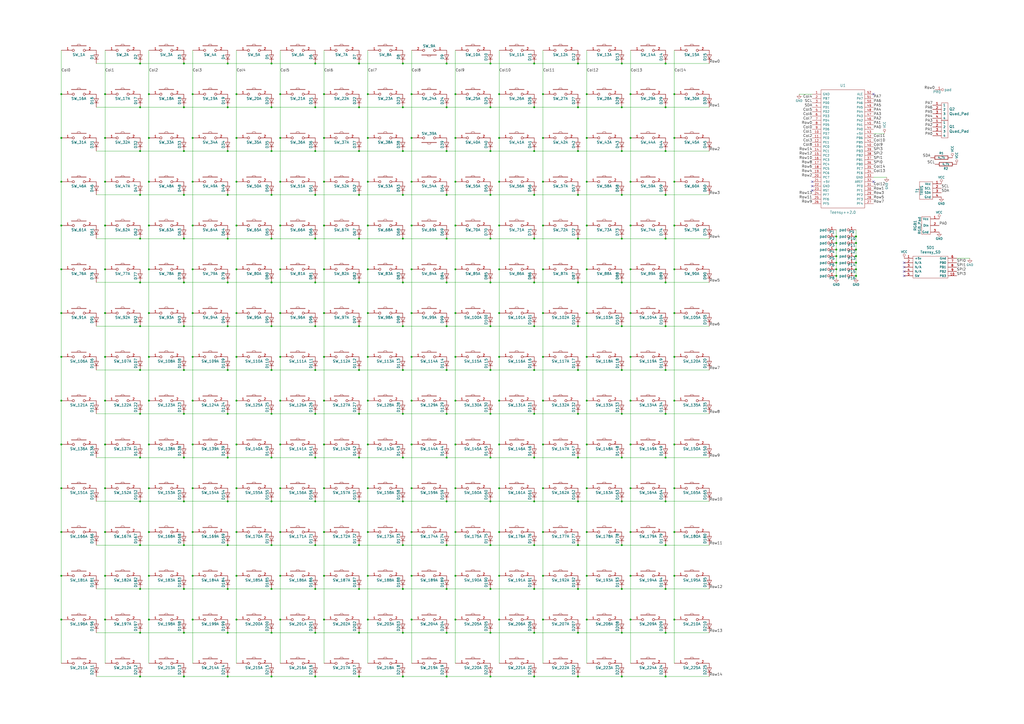
<source format=kicad_sch>
(kicad_sch (version 20230121) (generator eeschema)
  (paper "A2")
  (title_block (title "ScrabblePad PCB") (rev "2") (company "Donut Cables LLC"))
  (junction (at 35.56 334.01))
  (junction (at 86.36 334.01))
  (junction (at 335.28 87.63))
  (junction (at 365.76 130.81))
  (junction (at 340.36 181.61))
  (junction (at 335.28 240.03))
  (junction (at 162.56 257.81))
  (junction (at 111.76 232.41))
  (junction (at 360.68 138.43))
  (junction (at 335.28 367.03))
  (junction (at 213.36 181.61))
  (junction (at 360.68 189.23))
  (junction (at 340.36 54.61))
  (junction (at 309.88 62.23))
  (junction (at 157.48 62.23))
  (junction (at 60.96 283.21))
  (junction (at 340.36 105.41))
  (junction (at 208.28 163.83))
  (junction (at 182.88 62.23))
  (junction (at 132.08 138.43))
  (junction (at 284.48 62.23))
  (junction (at 187.96 181.61))
  (junction (at 335.28 392.43))
  (junction (at 157.48 138.43))
  (junction (at 496.57 160.02))
  (junction (at 233.68 316.23))
  (junction (at 264.16 359.41))
  (junction (at 360.68 341.63))
  (junction (at 233.68 189.23))
  (junction (at 309.88 367.03))
  (junction (at 309.88 392.43))
  (junction (at 132.08 62.23))
  (junction (at 340.36 232.41))
  (junction (at 360.68 240.03))
  (junction (at 81.28 240.03))
  (junction (at 391.16 54.61))
  (junction (at 264.16 308.61))
  (junction (at 81.28 392.43))
  (junction (at 340.36 283.21))
  (junction (at 137.16 283.21))
  (junction (at 284.48 240.03))
  (junction (at 132.08 113.03))
  (junction (at 35.56 359.41))
  (junction (at 81.28 87.63))
  (junction (at 238.76 283.21))
  (junction (at 137.16 308.61))
  (junction (at 187.96 334.01))
  (junction (at 284.48 265.43))
  (junction (at 208.28 189.23))
  (junction (at 187.96 257.81))
  (junction (at 386.08 163.83))
  (junction (at 391.16 283.21))
  (junction (at 182.88 163.83))
  (junction (at 208.28 316.23))
  (junction (at 132.08 316.23))
  (junction (at 233.68 392.43))
  (junction (at 238.76 232.41))
  (junction (at 137.16 359.41))
  (junction (at 213.36 359.41))
  (junction (at 284.48 316.23))
  (junction (at 233.68 87.63))
  (junction (at 60.96 257.81))
  (junction (at 309.88 113.03))
  (junction (at 391.16 80.01))
  (junction (at 365.76 232.41))
  (junction (at 391.16 130.81))
  (junction (at 208.28 62.23))
  (junction (at 391.16 308.61))
  (junction (at 264.16 156.21))
  (junction (at 132.08 341.63))
  (junction (at 111.76 257.81))
  (junction (at 284.48 36.83))
  (junction (at 213.36 334.01))
  (junction (at 86.36 283.21))
  (junction (at 496.57 140.97))
  (junction (at 335.28 189.23))
  (junction (at 182.88 316.23))
  (junction (at 187.96 130.81))
  (junction (at 81.28 290.83))
  (junction (at 208.28 265.43))
  (junction (at 157.48 290.83))
  (junction (at 284.48 87.63))
  (junction (at 309.88 316.23))
  (junction (at 60.96 80.01))
  (junction (at 289.56 359.41))
  (junction (at 391.16 232.41))
  (junction (at 289.56 181.61))
  (junction (at 365.76 181.61))
  (junction (at 309.88 290.83))
  (junction (at 137.16 232.41))
  (junction (at 137.16 156.21))
  (junction (at 340.36 156.21))
  (junction (at 259.08 113.03))
  (junction (at 386.08 316.23))
  (junction (at 386.08 113.03))
  (junction (at 157.48 214.63))
  (junction (at 289.56 54.61))
  (junction (at 289.56 257.81))
  (junction (at 182.88 87.63))
  (junction (at 81.28 341.63))
  (junction (at 264.16 257.81))
  (junction (at 386.08 290.83))
  (junction (at 335.28 214.63))
  (junction (at 81.28 189.23))
  (junction (at 335.28 113.03))
  (junction (at 157.48 316.23))
  (junction (at 162.56 156.21))
  (junction (at 289.56 156.21))
  (junction (at 233.68 36.83))
  (junction (at 35.56 232.41))
  (junction (at 335.28 265.43))
  (junction (at 284.48 189.23))
  (junction (at 365.76 207.01))
  (junction (at 264.16 283.21))
  (junction (at 360.68 367.03))
  (junction (at 289.56 232.41))
  (junction (at 284.48 341.63))
  (junction (at 208.28 113.03))
  (junction (at 106.68 163.83))
  (junction (at 360.68 316.23))
  (junction (at 81.28 163.83))
  (junction (at 106.68 36.83))
  (junction (at 106.68 113.03))
  (junction (at 259.08 138.43))
  (junction (at 162.56 334.01))
  (junction (at 391.16 257.81))
  (junction (at 162.56 54.61))
  (junction (at 132.08 163.83))
  (junction (at 264.16 54.61))
  (junction (at 259.08 62.23))
  (junction (at 360.68 392.43))
  (junction (at 309.88 214.63))
  (junction (at 213.36 156.21))
  (junction (at 335.28 341.63))
  (junction (at 106.68 392.43))
  (junction (at 360.68 62.23))
  (junction (at 187.96 80.01))
  (junction (at 365.76 80.01))
  (junction (at 137.16 257.81))
  (junction (at 233.68 138.43))
  (junction (at 132.08 290.83))
  (junction (at 238.76 80.01))
  (junction (at 132.08 367.03))
  (junction (at 259.08 189.23))
  (junction (at 309.88 240.03))
  (junction (at 86.36 308.61))
  (junction (at 314.96 308.61))
  (junction (at 106.68 240.03))
  (junction (at 485.14 152.4))
  (junction (at 187.96 232.41))
  (junction (at 106.68 290.83))
  (junction (at 157.48 367.03))
  (junction (at 238.76 308.61))
  (junction (at 238.76 207.01))
  (junction (at 81.28 367.03))
  (junction (at 314.96 181.61))
  (junction (at 233.68 214.63))
  (junction (at 111.76 334.01))
  (junction (at 157.48 163.83))
  (junction (at 132.08 392.43))
  (junction (at 111.76 54.61))
  (junction (at 111.76 283.21))
  (junction (at 309.88 163.83))
  (junction (at 289.56 308.61))
  (junction (at 81.28 62.23))
  (junction (at 157.48 113.03))
  (junction (at 485.14 144.78))
  (junction (at 485.14 160.02))
  (junction (at 386.08 36.83))
  (junction (at 289.56 207.01))
  (junction (at 340.36 130.81))
  (junction (at 213.36 54.61))
  (junction (at 157.48 36.83))
  (junction (at 162.56 283.21))
  (junction (at 238.76 181.61))
  (junction (at 81.28 36.83))
  (junction (at 233.68 62.23))
  (junction (at 86.36 105.41))
  (junction (at 106.68 87.63))
  (junction (at 81.28 214.63))
  (junction (at 259.08 240.03))
  (junction (at 496.57 144.78))
  (junction (at 208.28 290.83))
  (junction (at 485.14 137.16))
  (junction (at 314.96 207.01))
  (junction (at 208.28 138.43))
  (junction (at 81.28 113.03))
  (junction (at 314.96 105.41))
  (junction (at 106.68 189.23))
  (junction (at 182.88 138.43))
  (junction (at 496.57 152.4))
  (junction (at 81.28 138.43))
  (junction (at 391.16 207.01))
  (junction (at 157.48 265.43))
  (junction (at 233.68 240.03))
  (junction (at 309.88 189.23))
  (junction (at 314.96 334.01))
  (junction (at 35.56 181.61))
  (junction (at 35.56 257.81))
  (junction (at 264.16 130.81))
  (junction (at 309.88 341.63))
  (junction (at 182.88 214.63))
  (junction (at 35.56 130.81))
  (junction (at 137.16 334.01))
  (junction (at 86.36 257.81))
  (junction (at 111.76 156.21))
  (junction (at 238.76 257.81))
  (junction (at 60.96 232.41))
  (junction (at 365.76 156.21))
  (junction (at 86.36 181.61))
  (junction (at 182.88 392.43))
  (junction (at 238.76 334.01))
  (junction (at 213.36 283.21))
  (junction (at 187.96 156.21))
  (junction (at 360.68 290.83))
  (junction (at 86.36 232.41))
  (junction (at 284.48 138.43))
  (junction (at 284.48 214.63))
  (junction (at 60.96 54.61))
  (junction (at 360.68 214.63))
  (junction (at 335.28 316.23))
  (junction (at 60.96 359.41))
  (junction (at 35.56 105.41))
  (junction (at 391.16 156.21))
  (junction (at 132.08 189.23))
  (junction (at 314.96 283.21))
  (junction (at 182.88 189.23))
  (junction (at 238.76 54.61))
  (junction (at 111.76 308.61))
  (junction (at 485.14 156.21))
  (junction (at 284.48 113.03))
  (junction (at 365.76 308.61))
  (junction (at 496.57 156.21))
  (junction (at 157.48 392.43))
  (junction (at 335.28 290.83))
  (junction (at 289.56 105.41))
  (junction (at 284.48 367.03))
  (junction (at 132.08 240.03))
  (junction (at 233.68 163.83))
  (junction (at 106.68 138.43))
  (junction (at 335.28 62.23))
  (junction (at 386.08 189.23))
  (junction (at 485.14 140.97))
  (junction (at 264.16 181.61))
  (junction (at 86.36 54.61))
  (junction (at 264.16 334.01))
  (junction (at 187.96 207.01))
  (junction (at 238.76 105.41))
  (junction (at 213.36 80.01))
  (junction (at 137.16 54.61))
  (junction (at 233.68 367.03))
  (junction (at 162.56 308.61))
  (junction (at 182.88 240.03))
  (junction (at 259.08 290.83))
  (junction (at 386.08 265.43))
  (junction (at 60.96 308.61))
  (junction (at 365.76 54.61))
  (junction (at 132.08 36.83))
  (junction (at 259.08 163.83))
  (junction (at 162.56 105.41))
  (junction (at 386.08 138.43))
  (junction (at 187.96 359.41))
  (junction (at 60.96 181.61))
  (junction (at 360.68 163.83))
  (junction (at 386.08 240.03))
  (junction (at 187.96 283.21))
  (junction (at 386.08 367.03))
  (junction (at 238.76 130.81))
  (junction (at 111.76 359.41))
  (junction (at 264.16 232.41))
  (junction (at 233.68 265.43))
  (junction (at 157.48 87.63))
  (junction (at 314.96 130.81))
  (junction (at 259.08 87.63))
  (junction (at 391.16 181.61))
  (junction (at 340.36 359.41))
  (junction (at 233.68 290.83))
  (junction (at 106.68 265.43))
  (junction (at 213.36 207.01))
  (junction (at 259.08 214.63))
  (junction (at 60.96 156.21))
  (junction (at 314.96 156.21))
  (junction (at 60.96 105.41))
  (junction (at 309.88 36.83))
  (junction (at 259.08 316.23))
  (junction (at 213.36 257.81))
  (junction (at 314.96 80.01))
  (junction (at 238.76 156.21))
  (junction (at 35.56 54.61))
  (junction (at 162.56 80.01))
  (junction (at 106.68 367.03))
  (junction (at 86.36 130.81))
  (junction (at 289.56 283.21))
  (junction (at 208.28 341.63))
  (junction (at 137.16 105.41))
  (junction (at 259.08 265.43))
  (junction (at 314.96 232.41))
  (junction (at 132.08 87.63))
  (junction (at 485.14 148.59))
  (junction (at 182.88 341.63))
  (junction (at 208.28 214.63))
  (junction (at 187.96 105.41))
  (junction (at 259.08 341.63))
  (junction (at 132.08 214.63))
  (junction (at 365.76 105.41))
  (junction (at 157.48 240.03))
  (junction (at 157.48 189.23))
  (junction (at 35.56 207.01))
  (junction (at 289.56 130.81))
  (junction (at 340.36 80.01))
  (junction (at 340.36 334.01))
  (junction (at 137.16 181.61))
  (junction (at 208.28 240.03))
  (junction (at 335.28 36.83))
  (junction (at 365.76 257.81))
  (junction (at 264.16 80.01))
  (junction (at 86.36 359.41))
  (junction (at 35.56 156.21))
  (junction (at 213.36 232.41))
  (junction (at 259.08 36.83))
  (junction (at 259.08 367.03))
  (junction (at 60.96 130.81))
  (junction (at 289.56 334.01))
  (junction (at 365.76 334.01))
  (junction (at 264.16 207.01))
  (junction (at 208.28 36.83))
  (junction (at 137.16 207.01))
  (junction (at 284.48 290.83))
  (junction (at 496.57 137.16))
  (junction (at 289.56 80.01))
  (junction (at 132.08 265.43))
  (junction (at 157.48 341.63))
  (junction (at 314.96 359.41))
  (junction (at 111.76 207.01))
  (junction (at 335.28 163.83))
  (junction (at 35.56 80.01))
  (junction (at 162.56 232.41))
  (junction (at 496.57 148.59))
  (junction (at 360.68 87.63))
  (junction (at 106.68 214.63))
  (junction (at 309.88 87.63))
  (junction (at 340.36 207.01))
  (junction (at 111.76 181.61))
  (junction (at 309.88 265.43))
  (junction (at 60.96 207.01))
  (junction (at 60.96 334.01))
  (junction (at 182.88 113.03))
  (junction (at 391.16 334.01))
  (junction (at 111.76 130.81))
  (junction (at 162.56 130.81))
  (junction (at 340.36 257.81))
  (junction (at 106.68 316.23))
  (junction (at 314.96 257.81))
  (junction (at 208.28 392.43))
  (junction (at 284.48 163.83))
  (junction (at 213.36 105.41))
  (junction (at 137.16 130.81))
  (junction (at 386.08 62.23))
  (junction (at 86.36 156.21))
  (junction (at 386.08 214.63))
  (junction (at 335.28 138.43))
  (junction (at 111.76 105.41))
  (junction (at 233.68 113.03))
  (junction (at 365.76 359.41))
  (junction (at 182.88 290.83))
  (junction (at 35.56 308.61))
  (junction (at 187.96 54.61))
  (junction (at 162.56 359.41))
  (junction (at 213.36 308.61))
  (junction (at 259.08 392.43))
  (junction (at 81.28 316.23))
  (junction (at 213.36 130.81))
  (junction (at 182.88 265.43))
  (junction (at 111.76 80.01))
  (junction (at 208.28 367.03))
  (junction (at 137.16 80.01))
  (junction (at 264.16 105.41))
  (junction (at 391.16 105.41))
  (junction (at 365.76 283.21))
  (junction (at 309.88 138.43))
  (junction (at 86.36 207.01))
  (junction (at 106.68 62.23))
  (junction (at 81.28 265.43))
  (junction (at 86.36 80.01))
  (junction (at 360.68 36.83))
  (junction (at 386.08 341.63))
  (junction (at 340.36 308.61))
  (junction (at 162.56 207.01))
  (junction (at 208.28 87.63))
  (junction (at 391.16 359.41))
  (junction (at 360.68 265.43))
  (junction (at 386.08 87.63))
  (junction (at 314.96 54.61))
  (junction (at 106.68 341.63))
  (junction (at 238.76 359.41))
  (junction (at 182.88 36.83))
  (junction (at 35.56 283.21))
  (junction (at 233.68 341.63))
  (junction (at 162.56 181.61))
  (junction (at 187.96 308.61))
  (junction (at 386.08 392.43))
  (junction (at 182.88 367.03))
  (junction (at 284.48 392.43))
  (junction (at 360.68 113.03))
  (no_connect (at 524.51 160.02))
  (no_connect (at 471.17 105.41))
  (no_connect (at 524.51 152.4))
  (no_connect (at 524.51 154.94))
  (no_connect (at 506.73 54.61))
  (no_connect (at 506.73 105.41))
  (no_connect (at 471.17 107.95))
  (no_connect (at 524.51 157.48))
  (no_connect (at 471.17 110.49))
  (wire (pts (xy 485.14 140.97) (xy 485.14 144.78)))
  (wire (pts (xy 162.56 257.81) (xy 162.56 283.21)))
  (wire (pts (xy 309.88 138.43) (xy 335.28 138.43)))
  (wire (pts (xy 391.16 130.81) (xy 391.16 156.21)))
  (wire (pts (xy 340.36 232.41) (xy 340.36 257.81)))
  (wire (pts (xy 365.76 283.21) (xy 365.76 308.61)))
  (wire (pts (xy 111.76 232.41) (xy 111.76 257.81)))
  (wire (pts (xy 496.57 152.4) (xy 496.57 156.21)))
  (wire (pts (xy 162.56 105.41) (xy 162.56 130.81)))
  (wire (pts (xy 238.76 334.01) (xy 238.76 359.41)))
  (wire (pts (xy 289.56 359.41) (xy 289.56 384.81)))
  (wire (pts (xy 55.88 392.43) (xy 81.28 392.43)))
  (wire (pts (xy 182.88 214.63) (xy 208.28 214.63)))
  (wire (pts (xy 55.88 316.23) (xy 81.28 316.23)))
  (wire (pts (xy 485.14 133.35) (xy 485.14 137.16)))
  (wire (pts (xy 106.68 240.03) (xy 132.08 240.03)))
  (wire (pts (xy 264.16 257.81) (xy 264.16 283.21)))
  (wire (pts (xy 213.36 257.81) (xy 213.36 283.21)))
  (wire (pts (xy 81.28 189.23) (xy 106.68 189.23)))
  (wire (pts (xy 157.48 240.03) (xy 182.88 240.03)))
  (wire (pts (xy 289.56 181.61) (xy 289.56 207.01)))
  (wire (pts (xy 365.76 80.01) (xy 365.76 105.41)))
  (wire (pts (xy 233.68 341.63) (xy 259.08 341.63)))
  (wire (pts (xy 233.68 367.03) (xy 259.08 367.03)))
  (wire (pts (xy 391.16 105.41) (xy 391.16 130.81)))
  (wire (pts (xy 309.88 290.83) (xy 335.28 290.83)))
  (wire (pts (xy 238.76 207.01) (xy 238.76 232.41)))
  (wire (pts (xy 208.28 367.03) (xy 233.68 367.03)))
  (wire (pts (xy 391.16 54.61) (xy 391.16 80.01)))
  (wire (pts (xy 309.88 392.43) (xy 335.28 392.43)))
  (wire (pts (xy 162.56 156.21) (xy 162.56 181.61)))
  (wire (pts (xy 238.76 29.21) (xy 238.76 54.61)))
  (wire (pts (xy 233.68 113.03) (xy 259.08 113.03)))
  (wire (pts (xy 187.96 232.41) (xy 187.96 257.81)))
  (wire (pts (xy 55.88 163.83) (xy 81.28 163.83)))
  (wire (pts (xy 162.56 181.61) (xy 162.56 207.01)))
  (wire (pts (xy 335.28 113.03) (xy 360.68 113.03)))
  (wire (pts (xy 60.96 207.01) (xy 60.96 232.41)))
  (wire (pts (xy 360.68 290.83) (xy 386.08 290.83)))
  (wire (pts (xy 233.68 240.03) (xy 259.08 240.03)))
  (wire (pts (xy 187.96 308.61) (xy 187.96 334.01)))
  (wire (pts (xy 132.08 36.83) (xy 157.48 36.83)))
  (wire (pts (xy 208.28 62.23) (xy 233.68 62.23)))
  (wire (pts (xy 132.08 163.83) (xy 157.48 163.83)))
  (wire (pts (xy 360.68 367.03) (xy 386.08 367.03)))
  (wire (pts (xy 365.76 29.21) (xy 365.76 54.61)))
  (wire (pts (xy 284.48 240.03) (xy 309.88 240.03)))
  (wire (pts (xy 132.08 290.83) (xy 157.48 290.83)))
  (wire (pts (xy 187.96 359.41) (xy 187.96 384.81)))
  (wire (pts (xy 86.36 283.21) (xy 86.36 308.61)))
  (wire (pts (xy 213.36 232.41) (xy 213.36 257.81)))
  (wire (pts (xy 238.76 359.41) (xy 238.76 384.81)))
  (wire (pts (xy 284.48 290.83) (xy 309.88 290.83)))
  (wire (pts (xy 289.56 54.61) (xy 289.56 80.01)))
  (wire (pts (xy 496.57 156.21) (xy 496.57 160.02)))
  (wire (pts (xy 81.28 87.63) (xy 106.68 87.63)))
  (wire (pts (xy 157.48 316.23) (xy 182.88 316.23)))
  (wire (pts (xy 391.16 359.41) (xy 391.16 384.81)))
  (wire (pts (xy 157.48 290.83) (xy 182.88 290.83)))
  (wire (pts (xy 213.36 308.61) (xy 213.36 334.01)))
  (wire (pts (xy 106.68 392.43) (xy 132.08 392.43)))
  (wire (pts (xy 496.57 144.78) (xy 496.57 148.59)))
  (wire (pts (xy 391.16 207.01) (xy 391.16 232.41)))
  (wire (pts (xy 111.76 156.21) (xy 111.76 181.61)))
  (wire (pts (xy 137.16 156.21) (xy 137.16 181.61)))
  (wire (pts (xy 314.96 232.41) (xy 314.96 257.81)))
  (wire (pts (xy 391.16 80.01) (xy 391.16 105.41)))
  (wire (pts (xy 60.96 232.41) (xy 60.96 257.81)))
  (wire (pts (xy 485.14 156.21) (xy 485.14 160.02)))
  (wire (pts (xy 289.56 130.81) (xy 289.56 156.21)))
  (wire (pts (xy 386.08 392.43) (xy 411.48 392.43)))
  (wire (pts (xy 132.08 138.43) (xy 157.48 138.43)))
  (wire (pts (xy 162.56 207.01) (xy 162.56 232.41)))
  (wire (pts (xy 289.56 283.21) (xy 289.56 308.61)))
  (wire (pts (xy 213.36 29.21) (xy 213.36 54.61)))
  (wire (pts (xy 111.76 359.41) (xy 111.76 384.81)))
  (wire (pts (xy 187.96 283.21) (xy 187.96 308.61)))
  (wire (pts (xy 182.88 113.03) (xy 208.28 113.03)))
  (wire (pts (xy 132.08 367.03) (xy 157.48 367.03)))
  (wire (pts (xy 284.48 62.23) (xy 309.88 62.23)))
  (wire (pts (xy 238.76 54.61) (xy 238.76 80.01)))
  (wire (pts (xy 360.68 341.63) (xy 386.08 341.63)))
  (wire (pts (xy 391.16 283.21) (xy 391.16 308.61)))
  (wire (pts (xy 213.36 130.81) (xy 213.36 156.21)))
  (wire (pts (xy 386.08 62.23) (xy 411.48 62.23)))
  (wire (pts (xy 264.16 105.41) (xy 264.16 130.81)))
  (wire (pts (xy 391.16 257.81) (xy 391.16 283.21)))
  (wire (pts (xy 111.76 80.01) (xy 111.76 105.41)))
  (wire (pts (xy 238.76 105.41) (xy 238.76 130.81)))
  (wire (pts (xy 81.28 113.03) (xy 106.68 113.03)))
  (wire (pts (xy 111.76 334.01) (xy 111.76 359.41)))
  (wire (pts (xy 360.68 163.83) (xy 386.08 163.83)))
  (wire (pts (xy 60.96 105.41) (xy 60.96 130.81)))
  (wire (pts (xy 496.57 148.59) (xy 496.57 152.4)))
  (wire (pts (xy 360.68 189.23) (xy 386.08 189.23)))
  (wire (pts (xy 182.88 290.83) (xy 208.28 290.83)))
  (wire (pts (xy 485.14 152.4) (xy 485.14 156.21)))
  (wire (pts (xy 86.36 130.81) (xy 86.36 156.21)))
  (wire (pts (xy 106.68 341.63) (xy 132.08 341.63)))
  (wire (pts (xy 157.48 214.63) (xy 182.88 214.63)))
  (wire (pts (xy 463.55 54.61) (xy 471.17 54.61)))
  (wire (pts (xy 60.96 359.41) (xy 60.96 384.81)))
  (wire (pts (xy 81.28 341.63) (xy 106.68 341.63)))
  (wire (pts (xy 213.36 334.01) (xy 213.36 359.41)))
  (wire (pts (xy 81.28 392.43) (xy 106.68 392.43)))
  (wire (pts (xy 157.48 189.23) (xy 182.88 189.23)))
  (wire (pts (xy 314.96 257.81) (xy 314.96 283.21)))
  (wire (pts (xy 238.76 283.21) (xy 238.76 308.61)))
  (wire (pts (xy 35.56 181.61) (xy 35.56 207.01)))
  (wire (pts (xy 264.16 308.61) (xy 264.16 334.01)))
  (wire (pts (xy 111.76 181.61) (xy 111.76 207.01)))
  (wire (pts (xy 360.68 62.23) (xy 386.08 62.23)))
  (wire (pts (xy 238.76 257.81) (xy 238.76 283.21)))
  (wire (pts (xy 35.56 232.41) (xy 35.56 257.81)))
  (wire (pts (xy 157.48 138.43) (xy 182.88 138.43)))
  (wire (pts (xy 335.28 62.23) (xy 360.68 62.23)))
  (wire (pts (xy 238.76 232.41) (xy 238.76 257.81)))
  (wire (pts (xy 132.08 392.43) (xy 157.48 392.43)))
  (wire (pts (xy 340.36 257.81) (xy 340.36 283.21)))
  (wire (pts (xy 259.08 189.23) (xy 284.48 189.23)))
  (wire (pts (xy 314.96 54.61) (xy 314.96 80.01)))
  (wire (pts (xy 309.88 36.83) (xy 335.28 36.83)))
  (wire (pts (xy 35.56 29.21) (xy 35.56 54.61)))
  (wire (pts (xy 340.36 80.01) (xy 340.36 105.41)))
  (wire (pts (xy 132.08 341.63) (xy 157.48 341.63)))
  (wire (pts (xy 233.68 163.83) (xy 259.08 163.83)))
  (wire (pts (xy 60.96 181.61) (xy 60.96 207.01)))
  (wire (pts (xy 386.08 214.63) (xy 411.48 214.63)))
  (wire (pts (xy 86.36 80.01) (xy 86.36 105.41)))
  (wire (pts (xy 340.36 105.41) (xy 340.36 130.81)))
  (wire (pts (xy 264.16 334.01) (xy 264.16 359.41)))
  (wire (pts (xy 264.16 130.81) (xy 264.16 156.21)))
  (wire (pts (xy 309.88 62.23) (xy 335.28 62.23)))
  (wire (pts (xy 35.56 283.21) (xy 35.56 308.61)))
  (wire (pts (xy 182.88 62.23) (xy 208.28 62.23)))
  (wire (pts (xy 309.88 316.23) (xy 335.28 316.23)))
  (wire (pts (xy 386.08 138.43) (xy 411.48 138.43)))
  (wire (pts (xy 386.08 240.03) (xy 411.48 240.03)))
  (wire (pts (xy 60.96 308.61) (xy 60.96 334.01)))
  (wire (pts (xy 35.56 359.41) (xy 35.56 384.81)))
  (wire (pts (xy 335.28 367.03) (xy 360.68 367.03)))
  (wire (pts (xy 496.57 133.35) (xy 496.57 137.16)))
  (wire (pts (xy 111.76 54.61) (xy 111.76 80.01)))
  (wire (pts (xy 340.36 334.01) (xy 340.36 359.41)))
  (wire (pts (xy 55.88 240.03) (xy 81.28 240.03)))
  (wire (pts (xy 162.56 54.61) (xy 162.56 80.01)))
  (wire (pts (xy 187.96 207.01) (xy 187.96 232.41)))
  (wire (pts (xy 506.73 77.47) (xy 513.08 77.47)))
  (wire (pts (xy 162.56 130.81) (xy 162.56 156.21)))
  (wire (pts (xy 208.28 189.23) (xy 233.68 189.23)))
  (wire (pts (xy 35.56 80.01) (xy 35.56 105.41)))
  (wire (pts (xy 106.68 189.23) (xy 132.08 189.23)))
  (wire (pts (xy 60.96 29.21) (xy 60.96 54.61)))
  (wire (pts (xy 340.36 54.61) (xy 340.36 80.01)))
  (wire (pts (xy 259.08 290.83) (xy 284.48 290.83)))
  (wire (pts (xy 86.36 207.01) (xy 86.36 232.41)))
  (wire (pts (xy 86.36 359.41) (xy 86.36 384.81)))
  (wire (pts (xy 309.88 87.63) (xy 335.28 87.63)))
  (wire (pts (xy 187.96 181.61) (xy 187.96 207.01)))
  (wire (pts (xy 360.68 316.23) (xy 386.08 316.23)))
  (wire (pts (xy 182.88 87.63) (xy 208.28 87.63)))
  (wire (pts (xy 309.88 113.03) (xy 335.28 113.03)))
  (wire (pts (xy 360.68 392.43) (xy 386.08 392.43)))
  (wire (pts (xy 182.88 341.63) (xy 208.28 341.63)))
  (wire (pts (xy 157.48 341.63) (xy 182.88 341.63)))
  (wire (pts (xy 137.16 54.61) (xy 137.16 80.01)))
  (wire (pts (xy 233.68 189.23) (xy 259.08 189.23)))
  (wire (pts (xy 309.88 163.83) (xy 335.28 163.83)))
  (wire (pts (xy 182.88 240.03) (xy 208.28 240.03)))
  (wire (pts (xy 157.48 265.43) (xy 182.88 265.43)))
  (wire (pts (xy 187.96 257.81) (xy 187.96 283.21)))
  (wire (pts (xy 137.16 181.61) (xy 137.16 207.01)))
  (wire (pts (xy 137.16 207.01) (xy 137.16 232.41)))
  (wire (pts (xy 111.76 207.01) (xy 111.76 232.41)))
  (wire (pts (xy 506.73 102.87) (xy 514.35 102.87)))
  (wire (pts (xy 137.16 257.81) (xy 137.16 283.21)))
  (wire (pts (xy 182.88 163.83) (xy 208.28 163.83)))
  (wire (pts (xy 132.08 87.63) (xy 157.48 87.63)))
  (wire (pts (xy 335.28 214.63) (xy 360.68 214.63)))
  (wire (pts (xy 289.56 334.01) (xy 289.56 359.41)))
  (wire (pts (xy 132.08 113.03) (xy 157.48 113.03)))
  (wire (pts (xy 335.28 163.83) (xy 360.68 163.83)))
  (wire (pts (xy 340.36 181.61) (xy 340.36 207.01)))
  (wire (pts (xy 213.36 105.41) (xy 213.36 130.81)))
  (wire (pts (xy 386.08 87.63) (xy 411.48 87.63)))
  (wire (pts (xy 259.08 392.43) (xy 284.48 392.43)))
  (wire (pts (xy 233.68 138.43) (xy 259.08 138.43)))
  (wire (pts (xy 360.68 240.03) (xy 386.08 240.03)))
  (wire (pts (xy 233.68 290.83) (xy 259.08 290.83)))
  (wire (pts (xy 60.96 80.01) (xy 60.96 105.41)))
  (wire (pts (xy 264.16 232.41) (xy 264.16 257.81)))
  (wire (pts (xy 284.48 36.83) (xy 309.88 36.83)))
  (wire (pts (xy 284.48 341.63) (xy 309.88 341.63)))
  (wire (pts (xy 111.76 105.41) (xy 111.76 130.81)))
  (wire (pts (xy 259.08 367.03) (xy 284.48 367.03)))
  (wire (pts (xy 309.88 367.03) (xy 335.28 367.03)))
  (wire (pts (xy 289.56 29.21) (xy 289.56 54.61)))
  (wire (pts (xy 335.28 265.43) (xy 360.68 265.43)))
  (wire (pts (xy 386.08 265.43) (xy 411.48 265.43)))
  (wire (pts (xy 309.88 214.63) (xy 335.28 214.63)))
  (wire (pts (xy 309.88 341.63) (xy 335.28 341.63)))
  (wire (pts (xy 187.96 156.21) (xy 187.96 181.61)))
  (wire (pts (xy 264.16 156.21) (xy 264.16 181.61)))
  (wire (pts (xy 386.08 113.03) (xy 411.48 113.03)))
  (wire (pts (xy 289.56 207.01) (xy 289.56 232.41)))
  (wire (pts (xy 485.14 144.78) (xy 485.14 148.59)))
  (wire (pts (xy 233.68 214.63) (xy 259.08 214.63)))
  (wire (pts (xy 111.76 257.81) (xy 111.76 283.21)))
  (wire (pts (xy 35.56 207.01) (xy 35.56 232.41)))
  (wire (pts (xy 391.16 334.01) (xy 391.16 359.41)))
  (wire (pts (xy 391.16 232.41) (xy 391.16 257.81)))
  (wire (pts (xy 81.28 138.43) (xy 106.68 138.43)))
  (wire (pts (xy 233.68 62.23) (xy 259.08 62.23)))
  (wire (pts (xy 106.68 316.23) (xy 132.08 316.23)))
  (wire (pts (xy 208.28 341.63) (xy 233.68 341.63)))
  (wire (pts (xy 86.36 308.61) (xy 86.36 334.01)))
  (wire (pts (xy 386.08 367.03) (xy 411.48 367.03)))
  (wire (pts (xy 289.56 105.41) (xy 289.56 130.81)))
  (wire (pts (xy 208.28 240.03) (xy 233.68 240.03)))
  (wire (pts (xy 335.28 341.63) (xy 360.68 341.63)))
  (wire (pts (xy 157.48 367.03) (xy 182.88 367.03)))
  (wire (pts (xy 314.96 334.01) (xy 314.96 359.41)))
  (wire (pts (xy 284.48 189.23) (xy 309.88 189.23)))
  (wire (pts (xy 106.68 87.63) (xy 132.08 87.63)))
  (wire (pts (xy 284.48 392.43) (xy 309.88 392.43)))
  (wire (pts (xy 259.08 36.83) (xy 284.48 36.83)))
  (wire (pts (xy 284.48 138.43) (xy 309.88 138.43)))
  (wire (pts (xy 264.16 181.61) (xy 264.16 207.01)))
  (wire (pts (xy 386.08 36.83) (xy 411.48 36.83)))
  (wire (pts (xy 55.88 214.63) (xy 81.28 214.63)))
  (wire (pts (xy 264.16 54.61) (xy 264.16 80.01)))
  (wire (pts (xy 208.28 265.43) (xy 233.68 265.43)))
  (wire (pts (xy 314.96 105.41) (xy 314.96 130.81)))
  (wire (pts (xy 213.36 156.21) (xy 213.36 181.61)))
  (wire (pts (xy 365.76 334.01) (xy 365.76 359.41)))
  (wire (pts (xy 60.96 283.21) (xy 60.96 308.61)))
  (wire (pts (xy 238.76 130.81) (xy 238.76 156.21)))
  (wire (pts (xy 208.28 138.43) (xy 233.68 138.43)))
  (wire (pts (xy 335.28 36.83) (xy 360.68 36.83)))
  (wire (pts (xy 259.08 214.63) (xy 284.48 214.63)))
  (wire (pts (xy 314.96 181.61) (xy 314.96 207.01)))
  (wire (pts (xy 81.28 163.83) (xy 106.68 163.83)))
  (wire (pts (xy 284.48 214.63) (xy 309.88 214.63)))
  (wire (pts (xy 391.16 181.61) (xy 391.16 207.01)))
  (wire (pts (xy 111.76 283.21) (xy 111.76 308.61)))
  (wire (pts (xy 360.68 265.43) (xy 386.08 265.43)))
  (wire (pts (xy 86.36 257.81) (xy 86.36 283.21)))
  (wire (pts (xy 365.76 130.81) (xy 365.76 156.21)))
  (wire (pts (xy 309.88 240.03) (xy 335.28 240.03)))
  (wire (pts (xy 208.28 36.83) (xy 233.68 36.83)))
  (wire (pts (xy 391.16 29.21) (xy 391.16 54.61)))
  (wire (pts (xy 264.16 207.01) (xy 264.16 232.41)))
  (wire (pts (xy 162.56 232.41) (xy 162.56 257.81)))
  (wire (pts (xy 365.76 156.21) (xy 365.76 181.61)))
  (wire (pts (xy 157.48 392.43) (xy 182.88 392.43)))
  (wire (pts (xy 259.08 341.63) (xy 284.48 341.63)))
  (wire (pts (xy 314.96 308.61) (xy 314.96 334.01)))
  (wire (pts (xy 132.08 240.03) (xy 157.48 240.03)))
  (wire (pts (xy 55.88 87.63) (xy 81.28 87.63)))
  (wire (pts (xy 386.08 341.63) (xy 411.48 341.63)))
  (wire (pts (xy 60.96 334.01) (xy 60.96 359.41)))
  (wire (pts (xy 86.36 105.41) (xy 86.36 130.81)))
  (wire (pts (xy 86.36 334.01) (xy 86.36 359.41)))
  (wire (pts (xy 365.76 54.61) (xy 365.76 80.01)))
  (wire (pts (xy 162.56 283.21) (xy 162.56 308.61)))
  (wire (pts (xy 106.68 214.63) (xy 132.08 214.63)))
  (wire (pts (xy 162.56 334.01) (xy 162.56 359.41)))
  (wire (pts (xy 233.68 265.43) (xy 259.08 265.43)))
  (wire (pts (xy 111.76 308.61) (xy 111.76 334.01)))
  (wire (pts (xy 340.36 283.21) (xy 340.36 308.61)))
  (wire (pts (xy 335.28 290.83) (xy 360.68 290.83)))
  (wire (pts (xy 335.28 138.43) (xy 360.68 138.43)))
  (wire (pts (xy 157.48 62.23) (xy 182.88 62.23)))
  (wire (pts (xy 162.56 80.01) (xy 162.56 105.41)))
  (wire (pts (xy 289.56 257.81) (xy 289.56 283.21)))
  (wire (pts (xy 386.08 316.23) (xy 411.48 316.23)))
  (wire (pts (xy 259.08 62.23) (xy 284.48 62.23)))
  (wire (pts (xy 81.28 62.23) (xy 106.68 62.23)))
  (wire (pts (xy 259.08 240.03) (xy 284.48 240.03)))
  (wire (pts (xy 182.88 316.23) (xy 208.28 316.23)))
  (wire (pts (xy 259.08 113.03) (xy 284.48 113.03)))
  (wire (pts (xy 386.08 163.83) (xy 411.48 163.83)))
  (wire (pts (xy 55.88 62.23) (xy 81.28 62.23)))
  (wire (pts (xy 157.48 163.83) (xy 182.88 163.83)))
  (wire (pts (xy 208.28 290.83) (xy 233.68 290.83)))
  (wire (pts (xy 81.28 214.63) (xy 106.68 214.63)))
  (wire (pts (xy 340.36 207.01) (xy 340.36 232.41)))
  (wire (pts (xy 182.88 138.43) (xy 208.28 138.43)))
  (wire (pts (xy 289.56 80.01) (xy 289.56 105.41)))
  (wire (pts (xy 182.88 189.23) (xy 208.28 189.23)))
  (wire (pts (xy 314.96 283.21) (xy 314.96 308.61)))
  (wire (pts (xy 284.48 87.63) (xy 309.88 87.63)))
  (wire (pts (xy 60.96 257.81) (xy 60.96 283.21)))
  (wire (pts (xy 264.16 359.41) (xy 264.16 384.81)))
  (wire (pts (xy 314.96 359.41) (xy 314.96 384.81)))
  (wire (pts (xy 187.96 29.21) (xy 187.96 54.61)))
  (wire (pts (xy 309.88 189.23) (xy 335.28 189.23)))
  (wire (pts (xy 60.96 156.21) (xy 60.96 181.61)))
  (wire (pts (xy 208.28 316.23) (xy 233.68 316.23)))
  (wire (pts (xy 106.68 62.23) (xy 132.08 62.23)))
  (wire (pts (xy 86.36 54.61) (xy 86.36 80.01)))
  (wire (pts (xy 137.16 283.21) (xy 137.16 308.61)))
  (wire (pts (xy 137.16 80.01) (xy 137.16 105.41)))
  (wire (pts (xy 289.56 308.61) (xy 289.56 334.01)))
  (wire (pts (xy 365.76 207.01) (xy 365.76 232.41)))
  (wire (pts (xy 238.76 181.61) (xy 238.76 207.01)))
  (wire (pts (xy 335.28 189.23) (xy 360.68 189.23)))
  (wire (pts (xy 132.08 316.23) (xy 157.48 316.23)))
  (wire (pts (xy 86.36 181.61) (xy 86.36 207.01)))
  (wire (pts (xy 365.76 181.61) (xy 365.76 207.01)))
  (wire (pts (xy 157.48 113.03) (xy 182.88 113.03)))
  (wire (pts (xy 182.88 392.43) (xy 208.28 392.43)))
  (wire (pts (xy 187.96 105.41) (xy 187.96 130.81)))
  (wire (pts (xy 55.88 367.03) (xy 81.28 367.03)))
  (wire (pts (xy 208.28 214.63) (xy 233.68 214.63)))
  (wire (pts (xy 485.14 137.16) (xy 485.14 140.97)))
  (wire (pts (xy 284.48 316.23) (xy 309.88 316.23)))
  (wire (pts (xy 360.68 138.43) (xy 386.08 138.43)))
  (wire (pts (xy 187.96 54.61) (xy 187.96 80.01)))
  (wire (pts (xy 35.56 156.21) (xy 35.56 181.61)))
  (wire (pts (xy 213.36 207.01) (xy 213.36 232.41)))
  (wire (pts (xy 137.16 334.01) (xy 137.16 359.41)))
  (wire (pts (xy 233.68 87.63) (xy 259.08 87.63)))
  (wire (pts (xy 233.68 392.43) (xy 259.08 392.43)))
  (wire (pts (xy 157.48 87.63) (xy 182.88 87.63)))
  (wire (pts (xy 264.16 29.21) (xy 264.16 54.61)))
  (wire (pts (xy 365.76 105.41) (xy 365.76 130.81)))
  (wire (pts (xy 106.68 163.83) (xy 132.08 163.83)))
  (wire (pts (xy 86.36 232.41) (xy 86.36 257.81)))
  (wire (pts (xy 35.56 130.81) (xy 35.56 156.21)))
  (wire (pts (xy 386.08 189.23) (xy 411.48 189.23)))
  (wire (pts (xy 55.88 189.23) (xy 81.28 189.23)))
  (wire (pts (xy 162.56 359.41) (xy 162.56 384.81)))
  (wire (pts (xy 137.16 359.41) (xy 137.16 384.81)))
  (wire (pts (xy 35.56 334.01) (xy 35.56 359.41)))
  (wire (pts (xy 238.76 156.21) (xy 238.76 181.61)))
  (wire (pts (xy 208.28 87.63) (xy 233.68 87.63)))
  (wire (pts (xy 264.16 80.01) (xy 264.16 105.41)))
  (wire (pts (xy 365.76 257.81) (xy 365.76 283.21)))
  (wire (pts (xy 554.99 149.86) (xy 562.61 149.86)))
  (wire (pts (xy 213.36 181.61) (xy 213.36 207.01)))
  (wire (pts (xy 259.08 316.23) (xy 284.48 316.23)))
  (wire (pts (xy 60.96 54.61) (xy 60.96 80.01)))
  (wire (pts (xy 259.08 163.83) (xy 284.48 163.83)))
  (wire (pts (xy 238.76 80.01) (xy 238.76 105.41)))
  (wire (pts (xy 157.48 36.83) (xy 182.88 36.83)))
  (wire (pts (xy 182.88 367.03) (xy 208.28 367.03)))
  (wire (pts (xy 35.56 308.61) (xy 35.56 334.01)))
  (wire (pts (xy 259.08 265.43) (xy 284.48 265.43)))
  (wire (pts (xy 81.28 265.43) (xy 106.68 265.43)))
  (wire (pts (xy 55.88 265.43) (xy 81.28 265.43)))
  (wire (pts (xy 496.57 140.97) (xy 496.57 144.78)))
  (wire (pts (xy 496.57 160.02) (xy 496.57 161.29)))
  (wire (pts (xy 106.68 113.03) (xy 132.08 113.03)))
  (wire (pts (xy 335.28 240.03) (xy 360.68 240.03)))
  (wire (pts (xy 233.68 316.23) (xy 259.08 316.23)))
  (wire (pts (xy 284.48 163.83) (xy 309.88 163.83)))
  (wire (pts (xy 360.68 214.63) (xy 386.08 214.63)))
  (wire (pts (xy 335.28 392.43) (xy 360.68 392.43)))
  (wire (pts (xy 35.56 257.81) (xy 35.56 283.21)))
  (wire (pts (xy 86.36 29.21) (xy 86.36 54.61)))
  (wire (pts (xy 187.96 130.81) (xy 187.96 156.21)))
  (wire (pts (xy 137.16 29.21) (xy 137.16 54.61)))
  (wire (pts (xy 213.36 283.21) (xy 213.36 308.61)))
  (wire (pts (xy 213.36 54.61) (xy 213.36 80.01)))
  (wire (pts (xy 55.88 341.63) (xy 81.28 341.63)))
  (wire (pts (xy 106.68 290.83) (xy 132.08 290.83)))
  (wire (pts (xy 485.14 148.59) (xy 485.14 152.4)))
  (wire (pts (xy 259.08 138.43) (xy 284.48 138.43)))
  (wire (pts (xy 391.16 156.21) (xy 391.16 181.61)))
  (wire (pts (xy 106.68 36.83) (xy 132.08 36.83)))
  (wire (pts (xy 55.88 113.03) (xy 81.28 113.03)))
  (wire (pts (xy 284.48 367.03) (xy 309.88 367.03)))
  (wire (pts (xy 81.28 316.23) (xy 106.68 316.23)))
  (wire (pts (xy 485.14 160.02) (xy 485.14 161.29)))
  (wire (pts (xy 86.36 156.21) (xy 86.36 181.61)))
  (wire (pts (xy 111.76 29.21) (xy 111.76 54.61)))
  (wire (pts (xy 386.08 290.83) (xy 411.48 290.83)))
  (wire (pts (xy 314.96 29.21) (xy 314.96 54.61)))
  (wire (pts (xy 162.56 29.21) (xy 162.56 54.61)))
  (wire (pts (xy 106.68 367.03) (xy 132.08 367.03)))
  (wire (pts (xy 187.96 80.01) (xy 187.96 105.41)))
  (wire (pts (xy 360.68 87.63) (xy 386.08 87.63)))
  (wire (pts (xy 213.36 359.41) (xy 213.36 384.81)))
  (wire (pts (xy 137.16 105.41) (xy 137.16 130.81)))
  (wire (pts (xy 81.28 240.03) (xy 106.68 240.03)))
  (wire (pts (xy 233.68 36.83) (xy 259.08 36.83)))
  (wire (pts (xy 340.36 156.21) (xy 340.36 181.61)))
  (wire (pts (xy 391.16 308.61) (xy 391.16 334.01)))
  (wire (pts (xy 55.88 36.83) (xy 81.28 36.83)))
  (wire (pts (xy 264.16 283.21) (xy 264.16 308.61)))
  (wire (pts (xy 360.68 113.03) (xy 386.08 113.03)))
  (wire (pts (xy 289.56 232.41) (xy 289.56 257.81)))
  (wire (pts (xy 81.28 290.83) (xy 106.68 290.83)))
  (wire (pts (xy 132.08 62.23) (xy 157.48 62.23)))
  (wire (pts (xy 137.16 130.81) (xy 137.16 156.21)))
  (wire (pts (xy 365.76 232.41) (xy 365.76 257.81)))
  (wire (pts (xy 213.36 80.01) (xy 213.36 105.41)))
  (wire (pts (xy 360.68 36.83) (xy 386.08 36.83)))
  (wire (pts (xy 284.48 265.43) (xy 309.88 265.43)))
  (wire (pts (xy 289.56 156.21) (xy 289.56 181.61)))
  (wire (pts (xy 162.56 308.61) (xy 162.56 334.01)))
  (wire (pts (xy 314.96 207.01) (xy 314.96 232.41)))
  (wire (pts (xy 182.88 265.43) (xy 208.28 265.43)))
  (wire (pts (xy 208.28 113.03) (xy 233.68 113.03)))
  (wire (pts (xy 55.88 290.83) (xy 81.28 290.83)))
  (wire (pts (xy 340.36 308.61) (xy 340.36 334.01)))
  (wire (pts (xy 496.57 137.16) (xy 496.57 140.97)))
  (wire (pts (xy 335.28 316.23) (xy 360.68 316.23)))
  (wire (pts (xy 335.28 87.63) (xy 360.68 87.63)))
  (wire (pts (xy 365.76 308.61) (xy 365.76 334.01)))
  (wire (pts (xy 35.56 54.61) (xy 35.56 80.01)))
  (wire (pts (xy 314.96 156.21) (xy 314.96 181.61)))
  (wire (pts (xy 132.08 214.63) (xy 157.48 214.63)))
  (wire (pts (xy 187.96 334.01) (xy 187.96 359.41)))
  (wire (pts (xy 106.68 138.43) (xy 132.08 138.43)))
  (wire (pts (xy 340.36 359.41) (xy 340.36 384.81)))
  (wire (pts (xy 132.08 189.23) (xy 157.48 189.23)))
  (wire (pts (xy 309.88 265.43) (xy 335.28 265.43)))
  (wire (pts (xy 137.16 308.61) (xy 137.16 334.01)))
  (wire (pts (xy 208.28 163.83) (xy 233.68 163.83)))
  (wire (pts (xy 208.28 392.43) (xy 233.68 392.43)))
  (wire (pts (xy 314.96 80.01) (xy 314.96 105.41)))
  (wire (pts (xy 340.36 29.21) (xy 340.36 54.61)))
  (wire (pts (xy 81.28 36.83) (xy 106.68 36.83)))
  (wire (pts (xy 238.76 308.61) (xy 238.76 334.01)))
  (wire (pts (xy 137.16 232.41) (xy 137.16 257.81)))
  (wire (pts (xy 182.88 36.83) (xy 208.28 36.83)))
  (wire (pts (xy 60.96 130.81) (xy 60.96 156.21)))
  (wire (pts (xy 111.76 130.81) (xy 111.76 156.21)))
  (wire (pts (xy 340.36 130.81) (xy 340.36 156.21)))
  (wire (pts (xy 259.08 87.63) (xy 284.48 87.63)))
  (wire (pts (xy 284.48 113.03) (xy 309.88 113.03)))
  (wire (pts (xy 365.76 359.41) (xy 365.76 384.81)))
  (wire (pts (xy 106.68 265.43) (xy 132.08 265.43)))
  (wire (pts (xy 132.08 265.43) (xy 157.48 265.43)))
  (wire (pts (xy 314.96 130.81) (xy 314.96 156.21)))
  (wire (pts (xy 81.28 367.03) (xy 106.68 367.03)))
  (wire (pts (xy 35.56 105.41) (xy 35.56 130.81)))
  (wire (pts (xy 55.88 138.43) (xy 81.28 138.43)))
  (label "PA0" (at 506.73 74.93 0) (effects (font (size 1.524 1.524))))
  (label "Row11" (at 471.17 115.57 180) (effects (font (size 1.524 1.524))))
  (label "Col8" (at 471.17 85.09 180) (effects (font (size 1.524 1.524))))
  (label "Col3" (at 111.76 41.91 0) (effects (font (size 1.524 1.524))))
  (label "PA5" (at 541.02 66.04 180) (effects (font (size 1.524 1.524))))
  (label "Row5" (at 411.48 163.83 0) (effects (font (size 1.524 1.524))))
  (label "Row0" (at 542.29 52.07 180) (effects (font (size 1.524 1.524))))
  (label "Col6" (at 187.96 41.91 0) (effects (font (size 1.524 1.524))))
  (label "Col6" (at 471.17 67.31 180) (effects (font (size 1.524 1.524))))
  (label "Col3" (at 471.17 82.55 180) (effects (font (size 1.524 1.524))))
  (label "SPI2" (at 554.99 157.48 0) (effects (font (size 1.524 1.524))))
  (label "PA5" (at 506.73 62.23 0) (effects (font (size 1.524 1.524))))
  (label "Row1" (at 506.73 110.49 0) (effects (font (size 1.524 1.524))))
  (label "Row5" (at 506.73 115.57 0) (effects (font (size 1.524 1.524))))
  (label "PA2" (at 506.73 69.85 0) (effects (font (size 1.524 1.524))))
  (label "Row7" (at 411.48 214.63 0) (effects (font (size 1.524 1.524))))
  (label "Row8" (at 471.17 95.25 180) (effects (font (size 1.524 1.524))))
  (label "Col2" (at 471.17 80.01 180) (effects (font (size 1.524 1.524))))
  (label "PA7" (at 541.02 60.96 180) (effects (font (size 1.524 1.524))))
  (label "Row6" (at 471.17 97.79 180) (effects (font (size 1.524 1.524))))
  (label "Row9" (at 411.48 265.43 0) (effects (font (size 1.524 1.524))))
  (label "PA6" (at 506.73 59.69 0) (effects (font (size 1.524 1.524))))
  (label "Col14" (at 506.73 97.79 0) (effects (font (size 1.524 1.524))))
  (label "SPI2" (at 506.73 90.17 0) (effects (font (size 1.524 1.524))))
  (label "PA0" (at 541.02 78.74 180) (effects (font (size 1.524 1.524))))
  (label "SPI1" (at 554.99 154.94 0) (effects (font (size 1.524 1.524))))
  (label "Row14" (at 411.48 392.43 0) (effects (font (size 1.524 1.524))))
  (label "PA4" (at 541.02 68.58 180) (effects (font (size 1.524 1.524))))
  (label "Row2" (at 411.48 87.63 0) (effects (font (size 1.524 1.524))))
  (label "PA7" (at 506.73 57.15 0) (effects (font (size 1.524 1.524))))
  (label "SDA" (at 471.17 62.23 180) (effects (font (size 1.524 1.524))))
  (label "Col1" (at 60.96 41.91 0) (effects (font (size 1.524 1.524))))
  (label "Col0" (at 35.56 41.91 0) (effects (font (size 1.524 1.524))))
  (label "PA1" (at 541.02 76.2 180) (effects (font (size 1.524 1.524))))
  (label "Row9" (at 471.17 118.11 180) (effects (font (size 1.524 1.524))))
  (label "SDA" (at 546.1 111.76 0) (effects (font (size 1.524 1.524))))
  (label "Row2" (at 471.17 102.87 180) (effects (font (size 1.524 1.524))))
  (label "Row10" (at 471.17 92.71 180) (effects (font (size 1.524 1.524))))
  (label "SPI0" (at 554.99 152.4 0) (effects (font (size 1.524 1.524))))
  (label "Row14" (at 471.17 87.63 180) (effects (font (size 1.524 1.524))))
  (label "SPI3" (at 506.73 87.63 0) (effects (font (size 1.524 1.524))))
  (label "PA4" (at 506.73 64.77 0) (effects (font (size 1.524 1.524))))
  (label "Row10" (at 411.48 290.83 0) (effects (font (size 1.524 1.524))))
  (label "PA6" (at 541.02 63.5 180) (effects (font (size 1.524 1.524))))
  (label "PA3" (at 506.73 67.31 0) (effects (font (size 1.524 1.524))))
  (label "Col12" (at 506.73 107.95 0) (effects (font (size 1.524 1.524))))
  (label "SDA" (at 539.75 91.44 180) (effects (font (size 1.524 1.524))))
  (label "PA2" (at 541.02 73.66 180) (effects (font (size 1.524 1.524))))
  (label "Row3" (at 411.48 113.03 0) (effects (font (size 1.524 1.524))))
  (label "Row4" (at 411.48 138.43 0) (effects (font (size 1.524 1.524))))
  (label "Row11" (at 411.48 316.23 0) (effects (font (size 1.524 1.524))))
  (label "PA3" (at 541.02 71.12 180) (effects (font (size 1.524 1.524))))
  (label "Col13" (at 365.76 41.91 0) (effects (font (size 1.524 1.524))))
  (label "PA0" (at 544.83 130.81 0) (effects (font (size 1.524 1.524))))
  (label "Col9" (at 264.16 41.91 0) (effects (font (size 1.524 1.524))))
  (label "SPI3" (at 554.99 160.02 0) (effects (font (size 1.524 1.524))))
  (label "Col7" (at 213.36 41.91 0) (effects (font (size 1.524 1.524))))
  (label "Col11" (at 314.96 41.91 0) (effects (font (size 1.524 1.524))))
  (label "Row0" (at 411.48 36.83 0) (effects (font (size 1.524 1.524))))
  (label "PA1" (at 506.73 72.39 0) (effects (font (size 1.524 1.524))))
  (label "Row0" (at 471.17 72.39 180) (effects (font (size 1.524 1.524))))
  (label "Col2" (at 86.36 41.91 0) (effects (font (size 1.524 1.524))))
  (label "Col4" (at 471.17 57.15 180) (effects (font (size 1.524 1.524))))
  (label "Col8" (at 238.76 41.91 0) (effects (font (size 1.524 1.524))))
  (label "Row3" (at 506.73 113.03 0) (effects (font (size 1.524 1.524))))
  (label "Col1" (at 471.17 77.47 180) (effects (font (size 1.524 1.524))))
  (label "Col13" (at 506.73 100.33 0) (effects (font (size 1.524 1.524))))
  (label "Col5" (at 471.17 64.77 180) (effects (font (size 1.524 1.524))))
  (label "Col12" (at 340.36 41.91 0) (effects (font (size 1.524 1.524))))
  (label "Row6" (at 411.48 189.23 0) (effects (font (size 1.524 1.524))))
  (label "Row7" (at 506.73 118.11 0) (effects (font (size 1.524 1.524))))
  (label "Row13" (at 471.17 113.03 180) (effects (font (size 1.524 1.524))))
  (label "Col5" (at 162.56 41.91 0) (effects (font (size 1.524 1.524))))
  (label "Col4" (at 137.16 41.91 0) (effects (font (size 1.524 1.524))))
  (label "Row4" (at 471.17 100.33 180) (effects (font (size 1.524 1.524))))
  (label "Row1" (at 411.48 62.23 0) (effects (font (size 1.524 1.524))))
  (label "SCL" (at 542.29 95.25 180) (effects (font (size 1.524 1.524))))
  (label "Col0" (at 471.17 74.93 180) (effects (font (size 1.524 1.524))))
  (label "Row13" (at 411.48 367.03 0) (effects (font (size 1.524 1.524))))
  (label "SCL" (at 471.17 59.69 180) (effects (font (size 1.524 1.524))))
  (label "Row8" (at 411.48 240.03 0) (effects (font (size 1.524 1.524))))
  (label "Row12" (at 411.48 341.63 0) (effects (font (size 1.524 1.524))))
  (label "Col10" (at 506.73 82.55 0) (effects (font (size 1.524 1.524))))
  (label "Col11" (at 506.73 80.01 0) (effects (font (size 1.524 1.524))))
  (label "SPI0" (at 506.73 95.25 0) (effects (font (size 1.524 1.524))))
  (label "Col9" (at 506.73 85.09 0) (effects (font (size 1.524 1.524))))
  (label "Col10" (at 289.56 41.91 0) (effects (font (size 1.524 1.524))))
  (label "Col14" (at 391.16 41.91 0) (effects (font (size 1.524 1.524))))
  (label "Col7" (at 471.17 69.85 180) (effects (font (size 1.524 1.524))))
  (label "SPI1" (at 506.73 92.71 0) (effects (font (size 1.524 1.524))))
  (label "Row12" (at 471.17 90.17 180) (effects (font (size 1.524 1.524))))
  (label "SCL" (at 546.1 109.22 0) (effects (font (size 1.524 1.524))))
  (symbol (lib_id "scrabblepad-rescue:MX_LED-donutbrary") (at 45.72 29.21 0) (unit 1)
    (property "Reference" "SW_1" (at 45.72 31.75 0) (effects (font (size 1.524 1.524))))
    (property "Value" "MX_LED" (effects hide))
    (property "Footprint" "donutbrary:MX_PCB_SW" (effects hide))
  )
  (symbol (lib_id "scrabblepad-rescue:MX_LED-donutbrary") (at 71.12 29.21 0) (unit 1)
    (property "Reference" "SW_2" (at 71.12 31.75 0) (effects (font (size 1.524 1.524))))
    (property "Value" "MX_LED" (effects hide))
    (property "Footprint" "donutbrary:MX_PCB_SW" (effects hide))
  )
  (symbol (lib_id "scrabblepad-rescue:MX_LED-donutbrary") (at 96.52 29.21 0) (unit 1)
    (property "Reference" "SW_3" (at 96.52 31.75 0) (effects (font (size 1.524 1.524))))
    (property "Value" "MX_LED" (effects hide))
    (property "Footprint" "donutbrary:MX_PCB_SW" (effects hide))
  )
  (symbol (lib_id "scrabblepad-rescue:MX_LED-donutbrary") (at 121.92 29.21 0) (unit 1)
    (property "Reference" "SW_4" (at 121.92 31.75 0) (effects (font (size 1.524 1.524))))
    (property "Value" "MX_LED" (effects hide))
    (property "Footprint" "donutbrary:MX_PCB_SW" (effects hide))
  )
  (symbol (lib_id "scrabblepad-rescue:MX_LED-donutbrary") (at 147.32 29.21 0) (unit 1)
    (property "Reference" "SW_5" (at 147.32 31.75 0) (effects (font (size 1.524 1.524))))
    (property "Value" "MX_LED" (effects hide))
    (property "Footprint" "donutbrary:MX_PCB_SW" (effects hide))
  )
  (symbol (lib_id "scrabblepad-rescue:D21-donutbrary") (at 182.88 33.02 90) (unit 1)
    (property "Reference" "D6" (at 180.34 33.02 0) (effects (font (size 1.524 1.524))))
    (property "Value" "D" (effects hide))
    (property "Footprint" "donutbrary:D_THT" (effects hide))
  )
  (symbol (lib_id "scrabblepad-rescue:D21-donutbrary") (at 208.28 33.02 90) (unit 1)
    (property "Reference" "D7" (at 205.74 33.02 0) (effects (font (size 1.524 1.524))))
    (property "Value" "D" (effects hide))
    (property "Footprint" "donutbrary:D_THT" (effects hide))
  )
  (symbol (lib_id "scrabblepad-rescue:D21-donutbrary") (at 233.68 33.02 90) (unit 1)
    (property "Reference" "D8" (at 231.14 33.02 0) (effects (font (size 1.524 1.524))))
    (property "Value" "D" (effects hide))
    (property "Footprint" "donutbrary:D_THT" (effects hide))
  )
  (symbol (lib_id "scrabblepad-rescue:D21-donutbrary") (at 259.08 33.02 90) (unit 1)
    (property "Reference" "D9" (at 256.54 33.02 0) (effects (font (size 1.524 1.524))))
    (property "Value" "D" (effects hide))
    (property "Footprint" "donutbrary:D_THT" (effects hide))
  )
  (symbol (lib_id "scrabblepad-rescue:D21-donutbrary") (at 284.48 33.02 90) (unit 1)
    (property "Reference" "D10" (at 281.94 33.02 0) (effects (font (size 1.524 1.524))))
    (property "Value" "D" (effects hide))
    (property "Footprint" "donutbrary:D_THT" (effects hide))
  )
  (symbol (lib_id "scrabblepad-rescue:D21-donutbrary") (at 309.88 33.02 90) (unit 1)
    (property "Reference" "D11" (at 307.34 33.02 0) (effects (font (size 1.524 1.524))))
    (property "Value" "D" (effects hide))
    (property "Footprint" "donutbrary:D_THT" (effects hide))
  )
  (symbol (lib_id "scrabblepad-rescue:D21-donutbrary") (at 335.28 33.02 90) (unit 1)
    (property "Reference" "D12" (at 332.74 33.02 0) (effects (font (size 1.524 1.524))))
    (property "Value" "D" (effects hide))
    (property "Footprint" "donutbrary:D_THT" (effects hide))
  )
  (symbol (lib_id "scrabblepad-rescue:D21-donutbrary") (at 360.68 33.02 90) (unit 1)
    (property "Reference" "D13" (at 358.14 33.02 0) (effects (font (size 1.524 1.524))))
    (property "Value" "D" (effects hide))
    (property "Footprint" "donutbrary:D_THT" (effects hide))
  )
  (symbol (lib_id "scrabblepad-rescue:D21-donutbrary") (at 386.08 33.02 90) (unit 1)
    (property "Reference" "D14" (at 383.54 33.02 0) (effects (font (size 1.524 1.524))))
    (property "Value" "D" (effects hide))
    (property "Footprint" "donutbrary:D_THT" (effects hide))
  )
  (symbol (lib_id "scrabblepad-rescue:D21-donutbrary") (at 411.48 33.02 90) (unit 1)
    (property "Reference" "D15" (at 408.94 33.02 0) (effects (font (size 1.524 1.524))))
    (property "Value" "D" (effects hide))
    (property "Footprint" "donutbrary:D_THT" (effects hide))
  )
  (symbol (lib_id "scrabblepad-rescue:D21-donutbrary") (at 55.88 58.42 90) (unit 1)
    (property "Reference" "D16" (at 53.34 58.42 0) (effects (font (size 1.524 1.524))))
    (property "Value" "D" (effects hide))
    (property "Footprint" "donutbrary:D_THT" (effects hide))
  )
  (symbol (lib_id "scrabblepad-rescue:D21-donutbrary") (at 81.28 58.42 90) (unit 1)
    (property "Reference" "D17" (at 78.74 58.42 0) (effects (font (size 1.524 1.524))))
    (property "Value" "D" (effects hide))
    (property "Footprint" "donutbrary:D_THT" (effects hide))
  )
  (symbol (lib_id "scrabblepad-rescue:D21-donutbrary") (at 106.68 58.42 90) (unit 1)
    (property "Reference" "D18" (at 104.14 58.42 0) (effects (font (size 1.524 1.524))))
    (property "Value" "D" (effects hide))
    (property "Footprint" "donutbrary:D_THT" (effects hide))
  )
  (symbol (lib_id "scrabblepad-rescue:D21-donutbrary") (at 132.08 58.42 90) (unit 1)
    (property "Reference" "D19" (at 129.54 58.42 0) (effects (font (size 1.524 1.524))))
    (property "Value" "D" (effects hide))
    (property "Footprint" "donutbrary:D_THT" (effects hide))
  )
  (symbol (lib_id "scrabblepad-rescue:D21-donutbrary") (at 157.48 58.42 90) (unit 1)
    (property "Reference" "D20" (at 154.94 58.42 0) (effects (font (size 1.524 1.524))))
    (property "Value" "D" (effects hide))
    (property "Footprint" "donutbrary:D_THT" (effects hide))
  )
  (symbol (lib_id "scrabblepad-rescue:D21-donutbrary") (at 182.88 58.42 90) (unit 1)
    (property "Reference" "D21" (at 180.34 58.42 0) (effects (font (size 1.524 1.524))))
    (property "Value" "D" (effects hide))
    (property "Footprint" "donutbrary:D_THT" (effects hide))
  )
  (symbol (lib_id "scrabblepad-rescue:D21-donutbrary") (at 208.28 58.42 90) (unit 1)
    (property "Reference" "D22" (at 205.74 58.42 0) (effects (font (size 1.524 1.524))))
    (property "Value" "D" (effects hide))
    (property "Footprint" "donutbrary:D_THT" (effects hide))
  )
  (symbol (lib_id "scrabblepad-rescue:D21-donutbrary") (at 233.68 58.42 90) (unit 1)
    (property "Reference" "D23" (at 231.14 58.42 0) (effects (font (size 1.524 1.524))))
    (property "Value" "D" (effects hide))
    (property "Footprint" "donutbrary:D_THT" (effects hide))
  )
  (symbol (lib_id "scrabblepad-rescue:D21-donutbrary") (at 259.08 58.42 90) (unit 1)
    (property "Reference" "D24" (at 256.54 58.42 0) (effects (font (size 1.524 1.524))))
    (property "Value" "D" (effects hide))
    (property "Footprint" "donutbrary:D_THT" (effects hide))
  )
  (symbol (lib_id "scrabblepad-rescue:D21-donutbrary") (at 284.48 58.42 90) (unit 1)
    (property "Reference" "D25" (at 281.94 58.42 0) (effects (font (size 1.524 1.524))))
    (property "Value" "D" (effects hide))
    (property "Footprint" "donutbrary:D_THT" (effects hide))
  )
  (symbol (lib_id "scrabblepad-rescue:D21-donutbrary") (at 309.88 58.42 90) (unit 1)
    (property "Reference" "D26" (at 307.34 58.42 0) (effects (font (size 1.524 1.524))))
    (property "Value" "D" (effects hide))
    (property "Footprint" "donutbrary:D_THT" (effects hide))
  )
  (symbol (lib_id "scrabblepad-rescue:D21-donutbrary") (at 335.28 58.42 90) (unit 1)
    (property "Reference" "D27" (at 332.74 58.42 0) (effects (font (size 1.524 1.524))))
    (property "Value" "D" (effects hide))
    (property "Footprint" "donutbrary:D_THT" (effects hide))
  )
  (symbol (lib_id "scrabblepad-rescue:D21-donutbrary") (at 360.68 58.42 90) (unit 1)
    (property "Reference" "D28" (at 358.14 58.42 0) (effects (font (size 1.524 1.524))))
    (property "Value" "D" (effects hide))
    (property "Footprint" "donutbrary:D_THT" (effects hide))
  )
  (symbol (lib_id "scrabblepad-rescue:D21-donutbrary") (at 386.08 58.42 90) (unit 1)
    (property "Reference" "D29" (at 383.54 58.42 0) (effects (font (size 1.524 1.524))))
    (property "Value" "D" (effects hide))
    (property "Footprint" "donutbrary:D_THT" (effects hide))
  )
  (symbol (lib_id "scrabblepad-rescue:MX_LED-donutbrary") (at 401.32 54.61 0) (unit 1)
    (property "Reference" "SW_30" (at 401.32 57.15 0) (effects (font (size 1.524 1.524))))
    (property "Value" "MX_LED" (effects hide))
    (property "Footprint" "donutbrary:MX_PCB_SW" (effects hide))
  )
  (symbol (lib_id "scrabblepad-rescue:D21-donutbrary") (at 55.88 83.82 90) (unit 1)
    (property "Reference" "D31" (at 53.34 83.82 0) (effects (font (size 1.524 1.524))))
    (property "Value" "D" (effects hide))
    (property "Footprint" "donutbrary:D_THT" (effects hide))
  )
  (symbol (lib_id "scrabblepad-rescue:D21-donutbrary") (at 81.28 83.82 90) (unit 1)
    (property "Reference" "D32" (at 78.74 83.82 0) (effects (font (size 1.524 1.524))))
    (property "Value" "D" (effects hide))
    (property "Footprint" "donutbrary:D_THT" (effects hide))
  )
  (symbol (lib_id "scrabblepad-rescue:D21-donutbrary") (at 106.68 83.82 90) (unit 1)
    (property "Reference" "D33" (at 104.14 83.82 0) (effects (font (size 1.524 1.524))))
    (property "Value" "D" (effects hide))
    (property "Footprint" "donutbrary:D_THT" (effects hide))
  )
  (symbol (lib_id "scrabblepad-rescue:D21-donutbrary") (at 132.08 83.82 90) (unit 1)
    (property "Reference" "D34" (at 129.54 83.82 0) (effects (font (size 1.524 1.524))))
    (property "Value" "D" (effects hide))
    (property "Footprint" "donutbrary:D_THT" (effects hide))
  )
  (symbol (lib_id "scrabblepad-rescue:D21-donutbrary") (at 157.48 83.82 90) (unit 1)
    (property "Reference" "D35" (at 154.94 83.82 0) (effects (font (size 1.524 1.524))))
    (property "Value" "D" (effects hide))
    (property "Footprint" "donutbrary:D_THT" (effects hide))
  )
  (symbol (lib_id "scrabblepad-rescue:D21-donutbrary") (at 182.88 83.82 90) (unit 1)
    (property "Reference" "D36" (at 180.34 83.82 0) (effects (font (size 1.524 1.524))))
    (property "Value" "D" (effects hide))
    (property "Footprint" "donutbrary:D_THT" (effects hide))
  )
  (symbol (lib_id "scrabblepad-rescue:D21-donutbrary") (at 208.28 83.82 90) (unit 1)
    (property "Reference" "D37" (at 205.74 83.82 0) (effects (font (size 1.524 1.524))))
    (property "Value" "D" (effects hide))
    (property "Footprint" "donutbrary:D_THT" (effects hide))
  )
  (symbol (lib_id "scrabblepad-rescue:D21-donutbrary") (at 233.68 83.82 90) (unit 1)
    (property "Reference" "D38" (at 231.14 83.82 0) (effects (font (size 1.524 1.524))))
    (property "Value" "D" (effects hide))
    (property "Footprint" "donutbrary:D_THT" (effects hide))
  )
  (symbol (lib_id "scrabblepad-rescue:D21-donutbrary") (at 259.08 83.82 90) (unit 1)
    (property "Reference" "D39" (at 256.54 83.82 0) (effects (font (size 1.524 1.524))))
    (property "Value" "D" (effects hide))
    (property "Footprint" "donutbrary:D_THT" (effects hide))
  )
  (symbol (lib_id "scrabblepad-rescue:D21-donutbrary") (at 284.48 83.82 90) (unit 1)
    (property "Reference" "D40" (at 281.94 83.82 0) (effects (font (size 1.524 1.524))))
    (property "Value" "D" (effects hide))
    (property "Footprint" "donutbrary:D_THT" (effects hide))
  )
  (symbol (lib_id "scrabblepad-rescue:D21-donutbrary") (at 309.88 83.82 90) (unit 1)
    (property "Reference" "D41" (at 307.34 83.82 0) (effects (font (size 1.524 1.524))))
    (property "Value" "D" (effects hide))
    (property "Footprint" "donutbrary:D_THT" (effects hide))
  )
  (symbol (lib_id "scrabblepad-rescue:D21-donutbrary") (at 335.28 83.82 90) (unit 1)
    (property "Reference" "D42" (at 332.74 83.82 0) (effects (font (size 1.524 1.524))))
    (property "Value" "D" (effects hide))
    (property "Footprint" "donutbrary:D_THT" (effects hide))
  )
  (symbol (lib_id "scrabblepad-rescue:D21-donutbrary") (at 360.68 83.82 90) (unit 1)
    (property "Reference" "D43" (at 358.14 83.82 0) (effects (font (size 1.524 1.524))))
    (property "Value" "D" (effects hide))
    (property "Footprint" "donutbrary:D_THT" (effects hide))
  )
  (symbol (lib_id "scrabblepad-rescue:MX_LED-donutbrary") (at 375.92 80.01 0) (unit 1)
    (property "Reference" "SW_44" (at 375.92 82.55 0) (effects (font (size 1.524 1.524))))
    (property "Value" "MX_LED" (effects hide))
    (property "Footprint" "donutbrary:MX_PCB_SW" (effects hide))
  )
  (symbol (lib_id "scrabblepad-rescue:D21-donutbrary") (at 411.48 83.82 90) (unit 1)
    (property "Reference" "D45" (at 408.94 83.82 0) (effects (font (size 1.524 1.524))))
    (property "Value" "D" (effects hide))
    (property "Footprint" "donutbrary:D_THT" (effects hide))
  )
  (symbol (lib_id "scrabblepad-rescue:D21-donutbrary") (at 55.88 109.22 90) (unit 1)
    (property "Reference" "D46" (at 53.34 109.22 0) (effects (font (size 1.524 1.524))))
    (property "Value" "D" (effects hide))
    (property "Footprint" "donutbrary:D_THT" (effects hide))
  )
  (symbol (lib_id "scrabblepad-rescue:D21-donutbrary") (at 81.28 109.22 90) (unit 1)
    (property "Reference" "D47" (at 78.74 109.22 0) (effects (font (size 1.524 1.524))))
    (property "Value" "D" (effects hide))
    (property "Footprint" "donutbrary:D_THT" (effects hide))
  )
  (symbol (lib_id "scrabblepad-rescue:D21-donutbrary") (at 106.68 109.22 90) (unit 1)
    (property "Reference" "D48" (at 104.14 109.22 0) (effects (font (size 1.524 1.524))))
    (property "Value" "D" (effects hide))
    (property "Footprint" "donutbrary:D_THT" (effects hide))
  )
  (symbol (lib_id "scrabblepad-rescue:D21-donutbrary") (at 132.08 109.22 90) (unit 1)
    (property "Reference" "D49" (at 129.54 109.22 0) (effects (font (size 1.524 1.524))))
    (property "Value" "D" (effects hide))
    (property "Footprint" "donutbrary:D_THT" (effects hide))
  )
  (symbol (lib_id "scrabblepad-rescue:D21-donutbrary") (at 157.48 109.22 90) (unit 1)
    (property "Reference" "D50" (at 154.94 109.22 0) (effects (font (size 1.524 1.524))))
    (property "Value" "D" (effects hide))
    (property "Footprint" "donutbrary:D_THT" (effects hide))
  )
  (symbol (lib_id "scrabblepad-rescue:MX_LED-donutbrary") (at 172.72 105.41 0) (unit 1)
    (property "Reference" "SW_51" (at 172.72 107.95 0) (effects (font (size 1.524 1.524))))
    (property "Value" "MX_LED" (effects hide))
    (property "Footprint" "donutbrary:MX_PCB_SW" (effects hide))
  )
  (symbol (lib_id "scrabblepad-rescue:D21-donutbrary") (at 208.28 109.22 90) (unit 1)
    (property "Reference" "D52" (at 205.74 109.22 0) (effects (font (size 1.524 1.524))))
    (property "Value" "D" (effects hide))
    (property "Footprint" "donutbrary:D_THT" (effects hide))
  )
  (symbol (lib_id "scrabblepad-rescue:D21-donutbrary") (at 233.68 109.22 90) (unit 1)
    (property "Reference" "D53" (at 231.14 109.22 0) (effects (font (size 1.524 1.524))))
    (property "Value" "D" (effects hide))
    (property "Footprint" "donutbrary:D_THT" (effects hide))
  )
  (symbol (lib_id "scrabblepad-rescue:D21-donutbrary") (at 259.08 109.22 90) (unit 1)
    (property "Reference" "D54" (at 256.54 109.22 0) (effects (font (size 1.524 1.524))))
    (property "Value" "D" (effects hide))
    (property "Footprint" "donutbrary:D_THT" (effects hide))
  )
  (symbol (lib_id "scrabblepad-rescue:D21-donutbrary") (at 284.48 109.22 90) (unit 1)
    (property "Reference" "D55" (at 281.94 109.22 0) (effects (font (size 1.524 1.524))))
    (property "Value" "D" (effects hide))
    (property "Footprint" "donutbrary:D_THT" (effects hide))
  )
  (symbol (lib_id "scrabblepad-rescue:D21-donutbrary") (at 309.88 109.22 90) (unit 1)
    (property "Reference" "D56" (at 307.34 109.22 0) (effects (font (size 1.524 1.524))))
    (property "Value" "D" (effects hide))
    (property "Footprint" "donutbrary:D_THT" (effects hide))
  )
  (symbol (lib_id "scrabblepad-rescue:D21-donutbrary") (at 335.28 109.22 90) (unit 1)
    (property "Reference" "D57" (at 332.74 109.22 0) (effects (font (size 1.524 1.524))))
    (property "Value" "D" (effects hide))
    (property "Footprint" "donutbrary:D_THT" (effects hide))
  )
  (symbol (lib_id "scrabblepad-rescue:D21-donutbrary") (at 360.68 109.22 90) (unit 1)
    (property "Reference" "D58" (at 358.14 109.22 0) (effects (font (size 1.524 1.524))))
    (property "Value" "D" (effects hide))
    (property "Footprint" "donutbrary:D_THT" (effects hide))
  )
  (symbol (lib_id "scrabblepad-rescue:D21-donutbrary") (at 386.08 109.22 90) (unit 1)
    (property "Reference" "D59" (at 383.54 109.22 0) (effects (font (size 1.524 1.524))))
    (property "Value" "D" (effects hide))
    (property "Footprint" "donutbrary:D_THT" (effects hide))
  )
  (symbol (lib_id "scrabblepad-rescue:D21-donutbrary") (at 411.48 109.22 90) (unit 1)
    (property "Reference" "D60" (at 408.94 109.22 0) (effects (font (size 1.524 1.524))))
    (property "Value" "D" (effects hide))
    (property "Footprint" "donutbrary:D_THT" (effects hide))
  )
  (symbol (lib_id "scrabblepad-rescue:D21-donutbrary") (at 55.88 134.62 90) (unit 1)
    (property "Reference" "D61" (at 53.34 134.62 0) (effects (font (size 1.524 1.524))))
    (property "Value" "D" (effects hide))
    (property "Footprint" "donutbrary:D_THT" (effects hide))
  )
  (symbol (lib_id "scrabblepad-rescue:D21-donutbrary") (at 81.28 134.62 90) (unit 1)
    (property "Reference" "D62" (at 78.74 134.62 0) (effects (font (size 1.524 1.524))))
    (property "Value" "D" (effects hide))
    (property "Footprint" "donutbrary:D_THT" (effects hide))
  )
  (symbol (lib_id "scrabblepad-rescue:D21-donutbrary") (at 106.68 134.62 90) (unit 1)
    (property "Reference" "D63" (at 104.14 134.62 0) (effects (font (size 1.524 1.524))))
    (property "Value" "D" (effects hide))
    (property "Footprint" "donutbrary:D_THT" (effects hide))
  )
  (symbol (lib_id "scrabblepad-rescue:D21-donutbrary") (at 132.08 134.62 90) (unit 1)
    (property "Reference" "D64" (at 129.54 134.62 0) (effects (font (size 1.524 1.524))))
    (property "Value" "D" (effects hide))
    (property "Footprint" "donutbrary:D_THT" (effects hide))
  )
  (symbol (lib_id "scrabblepad-rescue:D21-donutbrary") (at 157.48 134.62 90) (unit 1)
    (property "Reference" "D65" (at 154.94 134.62 0) (effects (font (size 1.524 1.524))))
    (property "Value" "D" (effects hide))
    (property "Footprint" "donutbrary:D_THT" (effects hide))
  )
  (symbol (lib_id "scrabblepad-rescue:D21-donutbrary") (at 182.88 134.62 90) (unit 1)
    (property "Reference" "D66" (at 180.34 134.62 0) (effects (font (size 1.524 1.524))))
    (property "Value" "D" (effects hide))
    (property "Footprint" "donutbrary:D_THT" (effects hide))
  )
  (symbol (lib_id "scrabblepad-rescue:D21-donutbrary") (at 208.28 134.62 90) (unit 1)
    (property "Reference" "D67" (at 205.74 134.62 0) (effects (font (size 1.524 1.524))))
    (property "Value" "D" (effects hide))
    (property "Footprint" "donutbrary:D_THT" (effects hide))
  )
  (symbol (lib_id "scrabblepad-rescue:D21-donutbrary") (at 233.68 134.62 90) (unit 1)
    (property "Reference" "D68" (at 231.14 134.62 0) (effects (font (size 1.524 1.524))))
    (property "Value" "D" (effects hide))
    (property "Footprint" "donutbrary:D_THT" (effects hide))
  )
  (symbol (lib_id "scrabblepad-rescue:D21-donutbrary") (at 259.08 134.62 90) (unit 1)
    (property "Reference" "D69" (at 256.54 134.62 0) (effects (font (size 1.524 1.524))))
    (property "Value" "D" (effects hide))
    (property "Footprint" "donutbrary:D_THT" (effects hide))
  )
  (symbol (lib_id "scrabblepad-rescue:D21-donutbrary") (at 284.48 134.62 90) (unit 1)
    (property "Reference" "D70" (at 281.94 134.62 0) (effects (font (size 1.524 1.524))))
    (property "Value" "D" (effects hide))
    (property "Footprint" "donutbrary:D_THT" (effects hide))
  )
  (symbol (lib_id "scrabblepad-rescue:D21-donutbrary") (at 309.88 134.62 90) (unit 1)
    (property "Reference" "D71" (at 307.34 134.62 0) (effects (font (size 1.524 1.524))))
    (property "Value" "D" (effects hide))
    (property "Footprint" "donutbrary:D_THT" (effects hide))
  )
  (symbol (lib_id "scrabblepad-rescue:D21-donutbrary") (at 335.28 134.62 90) (unit 1)
    (property "Reference" "D72" (at 332.74 134.62 0) (effects (font (size 1.524 1.524))))
    (property "Value" "D" (effects hide))
    (property "Footprint" "donutbrary:D_THT" (effects hide))
  )
  (symbol (lib_id "scrabblepad-rescue:D21-donutbrary") (at 360.68 134.62 90) (unit 1)
    (property "Reference" "D73" (at 358.14 134.62 0) (effects (font (size 1.524 1.524))))
    (property "Value" "D" (effects hide))
    (property "Footprint" "donutbrary:D_THT" (effects hide))
  )
  (symbol (lib_id "scrabblepad-rescue:D21-donutbrary") (at 386.08 134.62 90) (unit 1)
    (property "Reference" "D74" (at 383.54 134.62 0) (effects (font (size 1.524 1.524))))
    (property "Value" "D" (effects hide))
    (property "Footprint" "donutbrary:D_THT" (effects hide))
  )
  (symbol (lib_id "scrabblepad-rescue:D21-donutbrary") (at 411.48 134.62 90) (unit 1)
    (property "Reference" "D75" (at 408.94 134.62 0) (effects (font (size 1.524 1.524))))
    (property "Value" "D" (effects hide))
    (property "Footprint" "donutbrary:D_THT" (effects hide))
  )
  (symbol (lib_id "scrabblepad-rescue:D21-donutbrary") (at 55.88 160.02 90) (unit 1)
    (property "Reference" "D76" (at 53.34 160.02 0) (effects (font (size 1.524 1.524))))
    (property "Value" "D" (effects hide))
    (property "Footprint" "donutbrary:D_THT" (effects hide))
  )
  (symbol (lib_id "scrabblepad-rescue:D21-donutbrary") (at 81.28 160.02 90) (unit 1)
    (property "Reference" "D77" (at 78.74 160.02 0) (effects (font (size 1.524 1.524))))
    (property "Value" "D" (effects hide))
    (property "Footprint" "donutbrary:D_THT" (effects hide))
  )
  (symbol (lib_id "scrabblepad-rescue:D21-donutbrary") (at 106.68 160.02 90) (unit 1)
    (property "Reference" "D78" (at 104.14 160.02 0) (effects (font (size 1.524 1.524))))
    (property "Value" "D" (effects hide))
    (property "Footprint" "donutbrary:D_THT" (effects hide))
  )
  (symbol (lib_id "scrabblepad-rescue:D21-donutbrary") (at 132.08 160.02 90) (unit 1)
    (property "Reference" "D79" (at 129.54 160.02 0) (effects (font (size 1.524 1.524))))
    (property "Value" "D" (effects hide))
    (property "Footprint" "donutbrary:D_THT" (effects hide))
  )
  (symbol (lib_id "scrabblepad-rescue:D21-donutbrary") (at 157.48 160.02 90) (unit 1)
    (property "Reference" "D80" (at 154.94 160.02 0) (effects (font (size 1.524 1.524))))
    (property "Value" "D" (effects hide))
    (property "Footprint" "donutbrary:D_THT" (effects hide))
  )
  (symbol (lib_id "scrabblepad-rescue:D21-donutbrary") (at 182.88 160.02 90) (unit 1)
    (property "Reference" "D81" (at 180.34 160.02 0) (effects (font (size 1.524 1.524))))
    (property "Value" "D" (effects hide))
    (property "Footprint" "donutbrary:D_THT" (effects hide))
  )
  (symbol (lib_id "scrabblepad-rescue:D21-donutbrary") (at 208.28 160.02 90) (unit 1)
    (property "Reference" "D82" (at 205.74 160.02 0) (effects (font (size 1.524 1.524))))
    (property "Value" "D" (effects hide))
    (property "Footprint" "donutbrary:D_THT" (effects hide))
  )
  (symbol (lib_id "scrabblepad-rescue:D21-donutbrary") (at 233.68 160.02 90) (unit 1)
    (property "Reference" "D83" (at 231.14 160.02 0) (effects (font (size 1.524 1.524))))
    (property "Value" "D" (effects hide))
    (property "Footprint" "donutbrary:D_THT" (effects hide))
  )
  (symbol (lib_id "scrabblepad-rescue:D21-donutbrary") (at 259.08 160.02 90) (unit 1)
    (property "Reference" "D84" (at 256.54 160.02 0) (effects (font (size 1.524 1.524))))
    (property "Value" "D" (effects hide))
    (property "Footprint" "donutbrary:D_THT" (effects hide))
  )
  (symbol (lib_id "scrabblepad-rescue:D21-donutbrary") (at 284.48 160.02 90) (unit 1)
    (property "Reference" "D85" (at 281.94 160.02 0) (effects (font (size 1.524 1.524))))
    (property "Value" "D" (effects hide))
    (property "Footprint" "donutbrary:D_THT" (effects hide))
  )
  (symbol (lib_id "scrabblepad-rescue:MX_LED-donutbrary") (at 299.72 156.21 0) (unit 1)
    (property "Reference" "SW_86" (at 299.72 158.75 0) (effects (font (size 1.524 1.524))))
    (property "Value" "MX_LED" (effects hide))
    (property "Footprint" "donutbrary:MX_PCB_SW" (effects hide))
  )
  (symbol (lib_id "scrabblepad-rescue:D21-donutbrary") (at 335.28 160.02 90) (unit 1)
    (property "Reference" "D87" (at 332.74 160.02 0) (effects (font (size 1.524 1.524))))
    (property "Value" "D" (effects hide))
    (property "Footprint" "donutbrary:D_THT" (effects hide))
  )
  (symbol (lib_id "scrabblepad-rescue:D21-donutbrary") (at 360.68 160.02 90) (unit 1)
    (property "Reference" "D88" (at 358.14 160.02 0) (effects (font (size 1.524 1.524))))
    (property "Value" "D" (effects hide))
    (property "Footprint" "donutbrary:D_THT" (effects hide))
  )
  (symbol (lib_id "scrabblepad-rescue:D21-donutbrary") (at 386.08 160.02 90) (unit 1)
    (property "Reference" "D89" (at 383.54 160.02 0) (effects (font (size 1.524 1.524))))
    (property "Value" "D" (effects hide))
    (property "Footprint" "donutbrary:D_THT" (effects hide))
  )
  (symbol (lib_id "scrabblepad-rescue:D21-donutbrary") (at 411.48 160.02 90) (unit 1)
    (property "Reference" "D90" (at 408.94 160.02 0) (effects (font (size 1.524 1.524))))
    (property "Value" "D" (effects hide))
    (property "Footprint" "donutbrary:D_THT" (effects hide))
  )
  (symbol (lib_id "scrabblepad-rescue:D21-donutbrary") (at 55.88 185.42 90) (unit 1)
    (property "Reference" "D91" (at 53.34 185.42 0) (effects (font (size 1.524 1.524))))
    (property "Value" "D" (effects hide))
    (property "Footprint" "donutbrary:D_THT" (effects hide))
  )
  (symbol (lib_id "scrabblepad-rescue:D21-donutbrary") (at 81.28 185.42 90) (unit 1)
    (property "Reference" "D92" (at 78.74 185.42 0) (effects (font (size 1.524 1.524))))
    (property "Value" "D" (effects hide))
    (property "Footprint" "donutbrary:D_THT" (effects hide))
  )
  (symbol (lib_id "scrabblepad-rescue:D21-donutbrary") (at 106.68 185.42 90) (unit 1)
    (property "Reference" "D93" (at 104.14 185.42 0) (effects (font (size 1.524 1.524))))
    (property "Value" "D" (effects hide))
    (property "Footprint" "donutbrary:D_THT" (effects hide))
  )
  (symbol (lib_id "scrabblepad-rescue:D21-donutbrary") (at 132.08 185.42 90) (unit 1)
    (property "Reference" "D94" (at 129.54 185.42 0) (effects (font (size 1.524 1.524))))
    (property "Value" "D" (effects hide))
    (property "Footprint" "donutbrary:D_THT" (effects hide))
  )
  (symbol (lib_id "scrabblepad-rescue:D21-donutbrary") (at 157.48 185.42 90) (unit 1)
    (property "Reference" "D95" (at 154.94 185.42 0) (effects (font (size 1.524 1.524))))
    (property "Value" "D" (effects hide))
    (property "Footprint" "donutbrary:D_THT" (effects hide))
  )
  (symbol (lib_id "scrabblepad-rescue:D21-donutbrary") (at 182.88 185.42 90) (unit 1)
    (property "Reference" "D96" (at 180.34 185.42 0) (effects (font (size 1.524 1.524))))
    (property "Value" "D" (effects hide))
    (property "Footprint" "donutbrary:D_THT" (effects hide))
  )
  (symbol (lib_id "scrabblepad-rescue:D21-donutbrary") (at 208.28 185.42 90) (unit 1)
    (property "Reference" "D97" (at 205.74 185.42 0) (effects (font (size 1.524 1.524))))
    (property "Value" "D" (effects hide))
    (property "Footprint" "donutbrary:D_THT" (effects hide))
  )
  (symbol (lib_id "scrabblepad-rescue:D21-donutbrary") (at 233.68 185.42 90) (unit 1)
    (property "Reference" "D98" (at 231.14 185.42 0) (effects (font (size 1.524 1.524))))
    (property "Value" "D" (effects hide))
    (property "Footprint" "donutbrary:D_THT" (effects hide))
  )
  (symbol (lib_id "scrabblepad-rescue:D21-donutbrary") (at 259.08 185.42 90) (unit 1)
    (property "Reference" "D99" (at 256.54 185.42 0) (effects (font (size 1.524 1.524))))
    (property "Value" "D" (effects hide))
    (property "Footprint" "donutbrary:D_THT" (effects hide))
  )
  (symbol (lib_id "scrabblepad-rescue:MX_LED-donutbrary") (at 274.32 181.61 0) (unit 1)
    (property "Reference" "SW_100" (at 274.32 184.15 0) (effects (font (size 1.524 1.524))))
    (property "Value" "MX_LED" (effects hide))
    (property "Footprint" "donutbrary:MX_PCB_SW" (effects hide))
  )
  (symbol (lib_id "scrabblepad-rescue:D21-donutbrary") (at 309.88 185.42 90) (unit 1)
    (property "Reference" "D101" (at 307.34 185.42 0) (effects (font (size 1.524 1.524))))
    (property "Value" "D" (effects hide))
    (property "Footprint" "donutbrary:D_THT" (effects hide))
  )
  (symbol (lib_id "scrabblepad-rescue:D21-donutbrary") (at 335.28 185.42 90) (unit 1)
    (property "Reference" "D102" (at 332.74 185.42 0) (effects (font (size 1.524 1.524))))
    (property "Value" "D" (effects hide))
    (property "Footprint" "donutbrary:D_THT" (effects hide))
  )
  (symbol (lib_id "scrabblepad-rescue:D21-donutbrary") (at 360.68 185.42 90) (unit 1)
    (property "Reference" "D103" (at 358.14 185.42 0) (effects (font (size 1.524 1.524))))
    (property "Value" "D" (effects hide))
    (property "Footprint" "donutbrary:D_THT" (effects hide))
  )
  (symbol (lib_id "scrabblepad-rescue:D21-donutbrary") (at 386.08 185.42 90) (unit 1)
    (property "Reference" "D104" (at 383.54 185.42 0) (effects (font (size 1.524 1.524))))
    (property "Value" "D" (effects hide))
    (property "Footprint" "donutbrary:D_THT" (effects hide))
  )
  (symbol (lib_id "scrabblepad-rescue:D21-donutbrary") (at 411.48 185.42 90) (unit 1)
    (property "Reference" "D105" (at 408.94 185.42 0) (effects (font (size 1.524 1.524))))
    (property "Value" "D" (effects hide))
    (property "Footprint" "donutbrary:D_THT" (effects hide))
  )
  (symbol (lib_id "scrabblepad-rescue:D21-donutbrary") (at 55.88 210.82 90) (unit 1)
    (property "Reference" "D106" (at 53.34 210.82 0) (effects (font (size 1.524 1.524))))
    (property "Value" "D" (effects hide))
    (property "Footprint" "donutbrary:D_THT" (effects hide))
  )
  (symbol (lib_id "scrabblepad-rescue:MX_LED-donutbrary") (at 71.12 207.01 0) (unit 1)
    (property "Reference" "SW_107" (at 71.12 209.55 0) (effects (font (size 1.524 1.524))))
    (property "Value" "MX_LED" (effects hide))
    (property "Footprint" "donutbrary:MX_PCB_SW" (effects hide))
  )
  (symbol (lib_id "scrabblepad-rescue:D21-donutbrary") (at 106.68 210.82 90) (unit 1)
    (property "Reference" "D108" (at 104.14 210.82 0) (effects (font (size 1.524 1.524))))
    (property "Value" "D" (effects hide))
    (property "Footprint" "donutbrary:D_THT" (effects hide))
  )
  (symbol (lib_id "scrabblepad-rescue:D21-donutbrary") (at 132.08 210.82 90) (unit 1)
    (property "Reference" "D109" (at 129.54 210.82 0) (effects (font (size 1.524 1.524))))
    (property "Value" "D" (effects hide))
    (property "Footprint" "donutbrary:D_THT" (effects hide))
  )
  (symbol (lib_id "scrabblepad-rescue:D21-donutbrary") (at 157.48 210.82 90) (unit 1)
    (property "Reference" "D110" (at 154.94 210.82 0) (effects (font (size 1.524 1.524))))
    (property "Value" "D" (effects hide))
    (property "Footprint" "donutbrary:D_THT" (effects hide))
  )
  (symbol (lib_id "scrabblepad-rescue:D21-donutbrary") (at 182.88 210.82 90) (unit 1)
    (property "Reference" "D111" (at 180.34 210.82 0) (effects (font (size 1.524 1.524))))
    (property "Value" "D" (effects hide))
    (property "Footprint" "donutbrary:D_THT" (effects hide))
  )
  (symbol (lib_id "scrabblepad-rescue:D21-donutbrary") (at 208.28 210.82 90) (unit 1)
    (property "Reference" "D112" (at 205.74 210.82 0) (effects (font (size 1.524 1.524))))
    (property "Value" "D" (effects hide))
    (property "Footprint" "donutbrary:D_THT" (effects hide))
  )
  (symbol (lib_id "scrabblepad-rescue:D21-donutbrary") (at 233.68 210.82 90) (unit 1)
    (property "Reference" "D113" (at 231.14 210.82 0) (effects (font (size 1.524 1.524))))
    (property "Value" "D" (effects hide))
    (property "Footprint" "donutbrary:D_THT" (effects hide))
  )
  (symbol (lib_id "scrabblepad-rescue:D21-donutbrary") (at 259.08 210.82 90) (unit 1)
    (property "Reference" "D114" (at 256.54 210.82 0) (effects (font (size 1.524 1.524))))
    (property "Value" "D" (effects hide))
    (property "Footprint" "donutbrary:D_THT" (effects hide))
  )
  (symbol (lib_id "scrabblepad-rescue:D21-donutbrary") (at 284.48 210.82 90) (unit 1)
    (property "Reference" "D115" (at 281.94 210.82 0) (effects (font (size 1.524 1.524))))
    (property "Value" "D" (effects hide))
    (property "Footprint" "donutbrary:D_THT" (effects hide))
  )
  (symbol (lib_id "scrabblepad-rescue:D21-donutbrary") (at 309.88 210.82 90) (unit 1)
    (property "Reference" "D116" (at 307.34 210.82 0) (effects (font (size 1.524 1.524))))
    (property "Value" "D" (effects hide))
    (property "Footprint" "donutbrary:D_THT" (effects hide))
  )
  (symbol (lib_id "scrabblepad-rescue:D21-donutbrary") (at 335.28 210.82 90) (unit 1)
    (property "Reference" "D117" (at 332.74 210.82 0) (effects (font (size 1.524 1.524))))
    (property "Value" "D" (effects hide))
    (property "Footprint" "donutbrary:D_THT" (effects hide))
  )
  (symbol (lib_id "scrabblepad-rescue:D21-donutbrary") (at 360.68 210.82 90) (unit 1)
    (property "Reference" "D118" (at 358.14 210.82 0) (effects (font (size 1.524 1.524))))
    (property "Value" "D" (effects hide))
    (property "Footprint" "donutbrary:D_THT" (effects hide))
  )
  (symbol (lib_id "scrabblepad-rescue:D21-donutbrary") (at 386.08 210.82 90) (unit 1)
    (property "Reference" "D119" (at 383.54 210.82 0) (effects (font (size 1.524 1.524))))
    (property "Value" "D" (effects hide))
    (property "Footprint" "donutbrary:D_THT" (effects hide))
  )
  (symbol (lib_id "scrabblepad-rescue:D21-donutbrary") (at 411.48 210.82 90) (unit 1)
    (property "Reference" "D120" (at 408.94 210.82 0) (effects (font (size 1.524 1.524))))
    (property "Value" "D" (effects hide))
    (property "Footprint" "donutbrary:D_THT" (effects hide))
  )
  (symbol (lib_id "scrabblepad-rescue:D21-donutbrary") (at 55.88 236.22 90) (unit 1)
    (property "Reference" "D121" (at 53.34 236.22 0) (effects (font (size 1.524 1.524))))
    (property "Value" "D" (effects hide))
    (property "Footprint" "donutbrary:D_THT" (effects hide))
  )
  (symbol (lib_id "scrabblepad-rescue:D21-donutbrary") (at 81.28 236.22 90) (unit 1)
    (property "Reference" "D122" (at 78.74 236.22 0) (effects (font (size 1.524 1.524))))
    (property "Value" "D" (effects hide))
    (property "Footprint" "donutbrary:D_THT" (effects hide))
  )
  (symbol (lib_id "scrabblepad-rescue:D21-donutbrary") (at 106.68 236.22 90) (unit 1)
    (property "Reference" "D123" (at 104.14 236.22 0) (effects (font (size 1.524 1.524))))
    (property "Value" "D" (effects hide))
    (property "Footprint" "donutbrary:D_THT" (effects hide))
  )
  (symbol (lib_id "scrabblepad-rescue:D21-donutbrary") (at 132.08 236.22 90) (unit 1)
    (property "Reference" "D124" (at 129.54 236.22 0) (effects (font (size 1.524 1.524))))
    (property "Value" "D" (effects hide))
    (property "Footprint" "donutbrary:D_THT" (effects hide))
  )
  (symbol (lib_id "scrabblepad-rescue:D21-donutbrary") (at 157.48 236.22 90) (unit 1)
    (property "Reference" "D125" (at 154.94 236.22 0) (effects (font (size 1.524 1.524))))
    (property "Value" "D" (effects hide))
    (property "Footprint" "donutbrary:D_THT" (effects hide))
  )
  (symbol (lib_id "scrabblepad-rescue:D21-donutbrary") (at 182.88 236.22 90) (unit 1)
    (property "Reference" "D126" (at 180.34 236.22 0) (effects (font (size 1.524 1.524))))
    (property "Value" "D" (effects hide))
    (property "Footprint" "donutbrary:D_THT" (effects hide))
  )
  (symbol (lib_id "scrabblepad-rescue:D21-donutbrary") (at 208.28 236.22 90) (unit 1)
    (property "Reference" "D127" (at 205.74 236.22 0) (effects (font (size 1.524 1.524))))
    (property "Value" "D" (effects hide))
    (property "Footprint" "donutbrary:D_THT" (effects hide))
  )
  (symbol (lib_id "scrabblepad-rescue:D21-donutbrary") (at 233.68 236.22 90) (unit 1)
    (property "Reference" "D128" (at 231.14 236.22 0) (effects (font (size 1.524 1.524))))
    (property "Value" "D" (effects hide))
    (property "Footprint" "donutbrary:D_THT" (effects hide))
  )
  (symbol (lib_id "scrabblepad-rescue:D21-donutbrary") (at 259.08 236.22 90) (unit 1)
    (property "Reference" "D129" (at 256.54 236.22 0) (effects (font (size 1.524 1.524))))
    (property "Value" "D" (effects hide))
    (property "Footprint" "donutbrary:D_THT" (effects hide))
  )
  (symbol (lib_id "scrabblepad-rescue:D21-donutbrary") (at 284.48 236.22 90) (unit 1)
    (property "Reference" "D130" (at 281.94 236.22 0) (effects (font (size 1.524 1.524))))
    (property "Value" "D" (effects hide))
    (property "Footprint" "donutbrary:D_THT" (effects hide))
  )
  (symbol (lib_id "scrabblepad-rescue:D21-donutbrary") (at 309.88 236.22 90) (unit 1)
    (property "Reference" "D131" (at 307.34 236.22 0) (effects (font (size 1.524 1.524))))
    (property "Value" "D" (effects hide))
    (property "Footprint" "donutbrary:D_THT" (effects hide))
  )
  (symbol (lib_id "scrabblepad-rescue:D21-donutbrary") (at 335.28 236.22 90) (unit 1)
    (property "Reference" "D132" (at 332.74 236.22 0) (effects (font (size 1.524 1.524))))
    (property "Value" "D" (effects hide))
    (property "Footprint" "donutbrary:D_THT" (effects hide))
  )
  (symbol (lib_id "scrabblepad-rescue:D21-donutbrary") (at 360.68 236.22 90) (unit 1)
    (property "Reference" "D133" (at 358.14 236.22 0) (effects (font (size 1.524 1.524))))
    (property "Value" "D" (effects hide))
    (property "Footprint" "donutbrary:D_THT" (effects hide))
  )
  (symbol (lib_id "scrabblepad-rescue:D21-donutbrary") (at 386.08 236.22 90) (unit 1)
    (property "Reference" "D134" (at 383.54 236.22 0) (effects (font (size 1.524 1.524))))
    (property "Value" "D" (effects hide))
    (property "Footprint" "donutbrary:D_THT" (effects hide))
  )
  (symbol (lib_id "scrabblepad-rescue:D21-donutbrary") (at 411.48 236.22 90) (unit 1)
    (property "Reference" "D135" (at 408.94 236.22 0) (effects (font (size 1.524 1.524))))
    (property "Value" "D" (effects hide))
    (property "Footprint" "donutbrary:D_THT" (effects hide))
  )
  (symbol (lib_id "scrabblepad-rescue:D21-donutbrary") (at 55.88 261.62 90) (unit 1)
    (property "Reference" "D136" (at 53.34 261.62 0) (effects (font (size 1.524 1.524))))
    (property "Value" "D" (effects hide))
    (property "Footprint" "donutbrary:D_THT" (effects hide))
  )
  (symbol (lib_id "scrabblepad-rescue:D21-donutbrary") (at 81.28 261.62 90) (unit 1)
    (property "Reference" "D137" (at 78.74 261.62 0) (effects (font (size 1.524 1.524))))
    (property "Value" "D" (effects hide))
    (property "Footprint" "donutbrary:D_THT" (effects hide))
  )
  (symbol (lib_id "scrabblepad-rescue:D21-donutbrary") (at 106.68 261.62 90) (unit 1)
    (property "Reference" "D138" (at 104.14 261.62 0) (effects (font (size 1.524 1.524))))
    (property "Value" "D" (effects hide))
    (property "Footprint" "donutbrary:D_THT" (effects hide))
  )
  (symbol (lib_id "scrabblepad-rescue:D21-donutbrary") (at 132.08 261.62 90) (unit 1)
    (property "Reference" "D139" (at 129.54 261.62 0) (effects (font (size 1.524 1.524))))
    (property "Value" "D" (effects hide))
    (property "Footprint" "donutbrary:D_THT" (effects hide))
  )
  (symbol (lib_id "scrabblepad-rescue:D21-donutbrary") (at 157.48 261.62 90) (unit 1)
    (property "Reference" "D140" (at 154.94 261.62 0) (effects (font (size 1.524 1.524))))
    (property "Value" "D" (effects hide))
    (property "Footprint" "donutbrary:D_THT" (effects hide))
  )
  (symbol (lib_id "scrabblepad-rescue:D21-donutbrary") (at 182.88 261.62 90) (unit 1)
    (property "Reference" "D141" (at 180.34 261.62 0) (effects (font (size 1.524 1.524))))
    (property "Value" "D" (effects hide))
    (property "Footprint" "donutbrary:D_THT" (effects hide))
  )
  (symbol (lib_id "scrabblepad-rescue:D21-donutbrary") (at 208.28 261.62 90) (unit 1)
    (property "Reference" "D142" (at 205.74 261.62 0) (effects (font (size 1.524 1.524))))
    (property "Value" "D" (effects hide))
    (property "Footprint" "donutbrary:D_THT" (effects hide))
  )
  (symbol (lib_id "scrabblepad-rescue:D21-donutbrary") (at 233.68 261.62 90) (unit 1)
    (property "Reference" "D143" (at 231.14 261.62 0) (effects (font (size 1.524 1.524))))
    (property "Value" "D" (effects hide))
    (property "Footprint" "donutbrary:D_THT" (effects hide))
  )
  (symbol (lib_id "scrabblepad-rescue:D21-donutbrary") (at 259.08 261.62 90) (unit 1)
    (property "Reference" "D144" (at 256.54 261.62 0) (effects (font (size 1.524 1.524))))
    (property "Value" "D" (effects hide))
    (property "Footprint" "donutbrary:D_THT" (effects hide))
  )
  (symbol (lib_id "scrabblepad-rescue:D21-donutbrary") (at 284.48 261.62 90) (unit 1)
    (property "Reference" "D145" (at 281.94 261.62 0) (effects (font (size 1.524 1.524))))
    (property "Value" "D" (effects hide))
    (property "Footprint" "donutbrary:D_THT" (effects hide))
  )
  (symbol (lib_id "scrabblepad-rescue:D21-donutbrary") (at 309.88 261.62 90) (unit 1)
    (property "Reference" "D146" (at 307.34 261.62 0) (effects (font (size 1.524 1.524))))
    (property "Value" "D" (effects hide))
    (property "Footprint" "donutbrary:D_THT" (effects hide))
  )
  (symbol (lib_id "scrabblepad-rescue:D21-donutbrary") (at 335.28 261.62 90) (unit 1)
    (property "Reference" "D147" (at 332.74 261.62 0) (effects (font (size 1.524 1.524))))
    (property "Value" "D" (effects hide))
    (property "Footprint" "donutbrary:D_THT" (effects hide))
  )
  (symbol (lib_id "scrabblepad-rescue:D21-donutbrary") (at 360.68 261.62 90) (unit 1)
    (property "Reference" "D148" (at 358.14 261.62 0) (effects (font (size 1.524 1.524))))
    (property "Value" "D" (effects hide))
    (property "Footprint" "donutbrary:D_THT" (effects hide))
  )
  (symbol (lib_id "scrabblepad-rescue:D21-donutbrary") (at 386.08 261.62 90) (unit 1)
    (property "Reference" "D149" (at 383.54 261.62 0) (effects (font (size 1.524 1.524))))
    (property "Value" "D" (effects hide))
    (property "Footprint" "donutbrary:D_THT" (effects hide))
  )
  (symbol (lib_id "scrabblepad-rescue:D21-donutbrary") (at 411.48 261.62 90) (unit 1)
    (property "Reference" "D150" (at 408.94 261.62 0) (effects (font (size 1.524 1.524))))
    (property "Value" "D" (effects hide))
    (property "Footprint" "donutbrary:D_THT" (effects hide))
  )
  (symbol (lib_id "scrabblepad-rescue:D21-donutbrary") (at 55.88 287.02 90) (unit 1)
    (property "Reference" "D151" (at 53.34 287.02 0) (effects (font (size 1.524 1.524))))
    (property "Value" "D" (effects hide))
    (property "Footprint" "donutbrary:D_THT" (effects hide))
  )
  (symbol (lib_id "scrabblepad-rescue:D21-donutbrary") (at 81.28 287.02 90) (unit 1)
    (property "Reference" "D152" (at 78.74 287.02 0) (effects (font (size 1.524 1.524))))
    (property "Value" "D" (effects hide))
    (property "Footprint" "donutbrary:D_THT" (effects hide))
  )
  (symbol (lib_id "scrabblepad-rescue:D21-donutbrary") (at 106.68 287.02 90) (unit 1)
    (property "Reference" "D153" (at 104.14 287.02 0) (effects (font (size 1.524 1.524))))
    (property "Value" "D" (effects hide))
    (property "Footprint" "donutbrary:D_THT" (effects hide))
  )
  (symbol (lib_id "scrabblepad-rescue:D21-donutbrary") (at 132.08 287.02 90) (unit 1)
    (property "Reference" "D154" (at 129.54 287.02 0) (effects (font (size 1.524 1.524))))
    (property "Value" "D" (effects hide))
    (property "Footprint" "donutbrary:D_THT" (effects hide))
  )
  (symbol (lib_id "scrabblepad-rescue:D21-donutbrary") (at 157.48 287.02 90) (unit 1)
    (property "Reference" "D155" (at 154.94 287.02 0) (effects (font (size 1.524 1.524))))
    (property "Value" "D" (effects hide))
    (property "Footprint" "donutbrary:D_THT" (effects hide))
  )
  (symbol (lib_id "scrabblepad-rescue:D21-donutbrary") (at 182.88 287.02 90) (unit 1)
    (property "Reference" "D156" (at 180.34 287.02 0) (effects (font (size 1.524 1.524))))
    (property "Value" "D" (effects hide))
    (property "Footprint" "donutbrary:D_THT" (effects hide))
  )
  (symbol (lib_id "scrabblepad-rescue:D21-donutbrary") (at 208.28 287.02 90) (unit 1)
    (property "Reference" "D157" (at 205.74 287.02 0) (effects (font (size 1.524 1.524))))
    (property "Value" "D" (effects hide))
    (property "Footprint" "donutbrary:D_THT" (effects hide))
  )
  (symbol (lib_id "scrabblepad-rescue:D21-donutbrary") (at 233.68 287.02 90) (unit 1)
    (property "Reference" "D158" (at 231.14 287.02 0) (effects (font (size 1.524 1.524))))
    (property "Value" "D" (effects hide))
    (property "Footprint" "donutbrary:D_THT" (effects hide))
  )
  (symbol (lib_id "scrabblepad-rescue:D21-donutbrary") (at 259.08 287.02 90) (unit 1)
    (property "Reference" "D159" (at 256.54 287.02 0) (effects (font (size 1.524 1.524))))
    (property "Value" "D" (effects hide))
    (property "Footprint" "donutbrary:D_THT" (effects hide))
  )
  (symbol (lib_id "scrabblepad-rescue:D21-donutbrary") (at 284.48 287.02 90) (unit 1)
    (property "Reference" "D160" (at 281.94 287.02 0) (effects (font (size 1.524 1.524))))
    (property "Value" "D" (effects hide))
    (property "Footprint" "donutbrary:D_THT" (effects hide))
  )
  (symbol (lib_id "scrabblepad-rescue:D21-donutbrary") (at 309.88 287.02 90) (unit 1)
    (property "Reference" "D161" (at 307.34 287.02 0) (effects (font (size 1.524 1.524))))
    (property "Value" "D" (effects hide))
    (property "Footprint" "donutbrary:D_THT" (effects hide))
  )
  (symbol (lib_id "scrabblepad-rescue:D21-donutbrary") (at 335.28 287.02 90) (unit 1)
    (property "Reference" "D162" (at 332.74 287.02 0) (effects (font (size 1.524 1.524))))
    (property "Value" "D" (effects hide))
    (property "Footprint" "donutbrary:D_THT" (effects hide))
  )
  (symbol (lib_id "scrabblepad-rescue:D21-donutbrary") (at 360.68 287.02 90) (unit 1)
    (property "Reference" "D163" (at 358.14 287.02 0) (effects (font (size 1.524 1.524))))
    (property "Value" "D" (effects hide))
    (property "Footprint" "donutbrary:D_THT" (effects hide))
  )
  (symbol (lib_id "scrabblepad-rescue:D21-donutbrary") (at 386.08 287.02 90) (unit 1)
    (property "Reference" "D164" (at 383.54 287.02 0) (effects (font (size 1.524 1.524))))
    (property "Value" "D" (effects hide))
    (property "Footprint" "donutbrary:D_THT" (effects hide))
  )
  (symbol (lib_id "scrabblepad-rescue:D21-donutbrary") (at 411.48 287.02 90) (unit 1)
    (property "Reference" "D165" (at 408.94 287.02 0) (effects (font (size 1.524 1.524))))
    (property "Value" "D" (effects hide))
    (property "Footprint" "donutbrary:D_THT" (effects hide))
  )
  (symbol (lib_id "scrabblepad-rescue:D21-donutbrary") (at 55.88 312.42 90) (unit 1)
    (property "Reference" "D166" (at 53.34 312.42 0) (effects (font (size 1.524 1.524))))
    (property "Value" "D" (effects hide))
    (property "Footprint" "donutbrary:D_THT" (effects hide))
  )
  (symbol (lib_id "scrabblepad-rescue:D21-donutbrary") (at 81.28 312.42 90) (unit 1)
    (property "Reference" "D167" (at 78.74 312.42 0) (effects (font (size 1.524 1.524))))
    (property "Value" "D" (effects hide))
    (property "Footprint" "donutbrary:D_THT" (effects hide))
  )
  (symbol (lib_id "scrabblepad-rescue:D21-donutbrary") (at 106.68 312.42 90) (unit 1)
    (property "Reference" "D168" (at 104.14 312.42 0) (effects (font (size 1.524 1.524))))
    (property "Value" "D" (effects hide))
    (property "Footprint" "donutbrary:D_THT" (effects hide))
  )
  (symbol (lib_id "scrabblepad-rescue:D21-donutbrary") (at 132.08 312.42 90) (unit 1)
    (property "Reference" "D169" (at 129.54 312.42 0) (effects (font (size 1.524 1.524))))
    (property "Value" "D" (effects hide))
    (property "Footprint" "donutbrary:D_THT" (effects hide))
  )
  (symbol (lib_id "scrabblepad-rescue:MX_LED-donutbrary") (at 147.32 308.61 0) (unit 1)
    (property "Reference" "SW_170" (at 147.32 311.15 0) (effects (font (size 1.524 1.524))))
    (property "Value" "MX_LED" (effects hide))
    (property "Footprint" "donutbrary:MX_PCB_SW" (effects hide))
  )
  (symbol (lib_id "scrabblepad-rescue:D21-donutbrary") (at 182.88 312.42 90) (unit 1)
    (property "Reference" "D171" (at 180.34 312.42 0) (effects (font (size 1.524 1.524))))
    (property "Value" "D" (effects hide))
    (property "Footprint" "donutbrary:D_THT" (effects hide))
  )
  (symbol (lib_id "scrabblepad-rescue:D21-donutbrary") (at 208.28 312.42 90) (unit 1)
    (property "Reference" "D172" (at 205.74 312.42 0) (effects (font (size 1.524 1.524))))
    (property "Value" "D" (effects hide))
    (property "Footprint" "donutbrary:D_THT" (effects hide))
  )
  (symbol (lib_id "scrabblepad-rescue:D21-donutbrary") (at 233.68 312.42 90) (unit 1)
    (property "Reference" "D173" (at 231.14 312.42 0) (effects (font (size 1.524 1.524))))
    (property "Value" "D" (effects hide))
    (property "Footprint" "donutbrary:D_THT" (effects hide))
  )
  (symbol (lib_id "scrabblepad-rescue:D21-donutbrary") (at 259.08 312.42 90) (unit 1)
    (property "Reference" "D174" (at 256.54 312.42 0) (effects (font (size 1.524 1.524))))
    (property "Value" "D" (effects hide))
    (property "Footprint" "donutbrary:D_THT" (effects hide))
  )
  (symbol (lib_id "scrabblepad-rescue:D21-donutbrary") (at 284.48 312.42 90) (unit 1)
    (property "Reference" "D175" (at 281.94 312.42 0) (effects (font (size 1.524 1.524))))
    (property "Value" "D" (effects hide))
    (property "Footprint" "donutbrary:D_THT" (effects hide))
  )
  (symbol (lib_id "scrabblepad-rescue:D21-donutbrary") (at 309.88 312.42 90) (unit 1)
    (property "Reference" "D176" (at 307.34 312.42 0) (effects (font (size 1.524 1.524))))
    (property "Value" "D" (effects hide))
    (property "Footprint" "donutbrary:D_THT" (effects hide))
  )
  (symbol (lib_id "scrabblepad-rescue:D21-donutbrary") (at 335.28 312.42 90) (unit 1)
    (property "Reference" "D177" (at 332.74 312.42 0) (effects (font (size 1.524 1.524))))
    (property "Value" "D" (effects hide))
    (property "Footprint" "donutbrary:D_THT" (effects hide))
  )
  (symbol (lib_id "scrabblepad-rescue:D21-donutbrary") (at 360.68 312.42 90) (unit 1)
    (property "Reference" "D178" (at 358.14 312.42 0) (effects (font (size 1.524 1.524))))
    (property "Value" "D" (effects hide))
    (property "Footprint" "donutbrary:D_THT" (effects hide))
  )
  (symbol (lib_id "scrabblepad-rescue:D21-donutbrary") (at 386.08 312.42 90) (unit 1)
    (property "Reference" "D179" (at 383.54 312.42 0) (effects (font (size 1.524 1.524))))
    (property "Value" "D" (effects hide))
    (property "Footprint" "donutbrary:D_THT" (effects hide))
  )
  (symbol (lib_id "scrabblepad-rescue:D21-donutbrary") (at 411.48 312.42 90) (unit 1)
    (property "Reference" "D180" (at 408.94 312.42 0) (effects (font (size 1.524 1.524))))
    (property "Value" "D" (effects hide))
    (property "Footprint" "donutbrary:D_THT" (effects hide))
  )
  (symbol (lib_id "scrabblepad-rescue:D21-donutbrary") (at 55.88 337.82 90) (unit 1)
    (property "Reference" "D181" (at 53.34 337.82 0) (effects (font (size 1.524 1.524))))
    (property "Value" "D" (effects hide))
    (property "Footprint" "donutbrary:D_THT" (effects hide))
  )
  (symbol (lib_id "scrabblepad-rescue:D21-donutbrary") (at 81.28 337.82 90) (unit 1)
    (property "Reference" "D182" (at 78.74 337.82 0) (effects (font (size 1.524 1.524))))
    (property "Value" "D" (effects hide))
    (property "Footprint" "donutbrary:D_THT" (effects hide))
  )
  (symbol (lib_id "scrabblepad-rescue:D21-donutbrary") (at 106.68 337.82 90) (unit 1)
    (property "Reference" "D183" (at 104.14 337.82 0) (effects (font (size 1.524 1.524))))
    (property "Value" "D" (effects hide))
    (property "Footprint" "donutbrary:D_THT" (effects hide))
  )
  (symbol (lib_id "scrabblepad-rescue:D21-donutbrary") (at 132.08 337.82 90) (unit 1)
    (property "Reference" "D184" (at 129.54 337.82 0) (effects (font (size 1.524 1.524))))
    (property "Value" "D" (effects hide))
    (property "Footprint" "donutbrary:D_THT" (effects hide))
  )
  (symbol (lib_id "scrabblepad-rescue:D21-donutbrary") (at 157.48 337.82 90) (unit 1)
    (property "Reference" "D185" (at 154.94 337.82 0) (effects (font (size 1.524 1.524))))
    (property "Value" "D" (effects hide))
    (property "Footprint" "donutbrary:D_THT" (effects hide))
  )
  (symbol (lib_id "scrabblepad-rescue:D21-donutbrary") (at 182.88 337.82 90) (unit 1)
    (property "Reference" "D186" (at 180.34 337.82 0) (effects (font (size 1.524 1.524))))
    (property "Value" "D" (effects hide))
    (property "Footprint" "donutbrary:D_THT" (effects hide))
  )
  (symbol (lib_id "scrabblepad-rescue:D21-donutbrary") (at 208.28 337.82 90) (unit 1)
    (property "Reference" "D187" (at 205.74 337.82 0) (effects (font (size 1.524 1.524))))
    (property "Value" "D" (effects hide))
    (property "Footprint" "donutbrary:D_THT" (effects hide))
  )
  (symbol (lib_id "scrabblepad-rescue:D21-donutbrary") (at 233.68 337.82 90) (unit 1)
    (property "Reference" "D188" (at 231.14 337.82 0) (effects (font (size 1.524 1.524))))
    (property "Value" "D" (effects hide))
    (property "Footprint" "donutbrary:D_THT" (effects hide))
  )
  (symbol (lib_id "scrabblepad-rescue:D21-donutbrary") (at 259.08 337.82 90) (unit 1)
    (property "Reference" "D189" (at 256.54 337.82 0) (effects (font (size 1.524 1.524))))
    (property "Value" "D" (effects hide))
    (property "Footprint" "donutbrary:D_THT" (effects hide))
  )
  (symbol (lib_id "scrabblepad-rescue:D21-donutbrary") (at 284.48 337.82 90) (unit 1)
    (property "Reference" "D190" (at 281.94 337.82 0) (effects (font (size 1.524 1.524))))
    (property "Value" "D" (effects hide))
    (property "Footprint" "donutbrary:D_THT" (effects hide))
  )
  (symbol (lib_id "scrabblepad-rescue:D21-donutbrary") (at 309.88 337.82 90) (unit 1)
    (property "Reference" "D191" (at 307.34 337.82 0) (effects (font (size 1.524 1.524))))
    (property "Value" "D" (effects hide))
    (property "Footprint" "donutbrary:D_THT" (effects hide))
  )
  (symbol (lib_id "scrabblepad-rescue:D21-donutbrary") (at 335.28 337.82 90) (unit 1)
    (property "Reference" "D192" (at 332.74 337.82 0) (effects (font (size 1.524 1.524))))
    (property "Value" "D" (effects hide))
    (property "Footprint" "donutbrary:D_THT" (effects hide))
  )
  (symbol (lib_id "scrabblepad-rescue:D21-donutbrary") (at 360.68 337.82 90) (unit 1)
    (property "Reference" "D193" (at 358.14 337.82 0) (effects (font (size 1.524 1.524))))
    (property "Value" "D" (effects hide))
    (property "Footprint" "donutbrary:D_THT" (effects hide))
  )
  (symbol (lib_id "scrabblepad-rescue:D21-donutbrary") (at 386.08 337.82 90) (unit 1)
    (property "Reference" "D194" (at 383.54 337.82 0) (effects (font (size 1.524 1.524))))
    (property "Value" "D" (effects hide))
    (property "Footprint" "donutbrary:D_THT" (effects hide))
  )
  (symbol (lib_id "scrabblepad-rescue:D21-donutbrary") (at 411.48 337.82 90) (unit 1)
    (property "Reference" "D195" (at 408.94 337.82 0) (effects (font (size 1.524 1.524))))
    (property "Value" "D" (effects hide))
    (property "Footprint" "donutbrary:D_THT" (effects hide))
  )
  (symbol (lib_id "scrabblepad-rescue:D21-donutbrary") (at 55.88 363.22 90) (unit 1)
    (property "Reference" "D196" (at 53.34 363.22 0) (effects (font (size 1.524 1.524))))
    (property "Value" "D" (effects hide))
    (property "Footprint" "donutbrary:D_THT" (effects hide))
  )
  (symbol (lib_id "scrabblepad-rescue:D21-donutbrary") (at 81.28 363.22 90) (unit 1)
    (property "Reference" "D197" (at 78.74 363.22 0) (effects (font (size 1.524 1.524))))
    (property "Value" "D" (effects hide))
    (property "Footprint" "donutbrary:D_THT" (effects hide))
  )
  (symbol (lib_id "scrabblepad-rescue:MX_LED-donutbrary") (at 96.52 359.41 0) (unit 1)
    (property "Reference" "SW_198" (at 96.52 361.95 0) (effects (font (size 1.524 1.524))))
    (property "Value" "MX_LED" (effects hide))
    (property "Footprint" "donutbrary:MX_PCB_SW" (effects hide))
  )
  (symbol (lib_id "scrabblepad-rescue:D21-donutbrary") (at 132.08 363.22 90) (unit 1)
    (property "Reference" "D199" (at 129.54 363.22 0) (effects (font (size 1.524 1.524))))
    (property "Value" "D" (effects hide))
    (property "Footprint" "donutbrary:D_THT" (effects hide))
  )
  (symbol (lib_id "scrabblepad-rescue:D21-donutbrary") (at 157.48 363.22 90) (unit 1)
    (property "Reference" "D200" (at 154.94 363.22 0) (effects (font (size 1.524 1.524))))
    (property "Value" "D" (effects hide))
    (property "Footprint" "donutbrary:D_THT" (effects hide))
  )
  (symbol (lib_id "scrabblepad-rescue:D21-donutbrary") (at 182.88 363.22 90) (unit 1)
    (property "Reference" "D201" (at 180.34 363.22 0) (effects (font (size 1.524 1.524))))
    (property "Value" "D" (effects hide))
    (property "Footprint" "donutbrary:D_THT" (effects hide))
  )
  (symbol (lib_id "scrabblepad-rescue:D21-donutbrary") (at 208.28 363.22 90) (unit 1)
    (property "Reference" "D202" (at 205.74 363.22 0) (effects (font (size 1.524 1.524))))
    (property "Value" "D" (effects hide))
    (property "Footprint" "donutbrary:D_THT" (effects hide))
  )
  (symbol (lib_id "scrabblepad-rescue:D21-donutbrary") (at 233.68 363.22 90) (unit 1)
    (property "Reference" "D203" (at 231.14 363.22 0) (effects (font (size 1.524 1.524))))
    (property "Value" "D" (effects hide))
    (property "Footprint" "donutbrary:D_THT" (effects hide))
  )
  (symbol (lib_id "scrabblepad-rescue:D21-donutbrary") (at 259.08 363.22 90) (unit 1)
    (property "Reference" "D204" (at 256.54 363.22 0) (effects (font (size 1.524 1.524))))
    (property "Value" "D" (effects hide))
    (property "Footprint" "donutbrary:D_THT" (effects hide))
  )
  (symbol (lib_id "scrabblepad-rescue:D21-donutbrary") (at 284.48 363.22 90) (unit 1)
    (property "Reference" "D205" (at 281.94 363.22 0) (effects (font (size 1.524 1.524))))
    (property "Value" "D" (effects hide))
    (property "Footprint" "donutbrary:D_THT" (effects hide))
  )
  (symbol (lib_id "scrabblepad-rescue:D21-donutbrary") (at 309.88 363.22 90) (unit 1)
    (property "Reference" "D206" (at 307.34 363.22 0) (effects (font (size 1.524 1.524))))
    (property "Value" "D" (effects hide))
    (property "Footprint" "donutbrary:D_THT" (effects hide))
  )
  (symbol (lib_id "scrabblepad-rescue:D21-donutbrary") (at 335.28 363.22 90) (unit 1)
    (property "Reference" "D207" (at 332.74 363.22 0) (effects (font (size 1.524 1.524))))
    (property "Value" "D" (effects hide))
    (property "Footprint" "donutbrary:D_THT" (effects hide))
  )
  (symbol (lib_id "scrabblepad-rescue:D21-donutbrary") (at 360.68 363.22 90) (unit 1)
    (property "Reference" "D208" (at 358.14 363.22 0) (effects (font (size 1.524 1.524))))
    (property "Value" "D" (effects hide))
    (property "Footprint" "donutbrary:D_THT" (effects hide))
  )
  (symbol (lib_id "scrabblepad-rescue:D21-donutbrary") (at 386.08 363.22 90) (unit 1)
    (property "Reference" "D209" (at 383.54 363.22 0) (effects (font (size 1.524 1.524))))
    (property "Value" "D" (effects hide))
    (property "Footprint" "donutbrary:D_THT" (effects hide))
  )
  (symbol (lib_id "scrabblepad-rescue:D21-donutbrary") (at 411.48 363.22 90) (unit 1)
    (property "Reference" "D210" (at 408.94 363.22 0) (effects (font (size 1.524 1.524))))
    (property "Value" "D" (effects hide))
    (property "Footprint" "donutbrary:D_THT" (effects hide))
  )
  (symbol (lib_id "scrabblepad-rescue:D21-donutbrary") (at 55.88 388.62 90) (unit 1)
    (property "Reference" "D211" (at 53.34 388.62 0) (effects (font (size 1.524 1.524))))
    (property "Value" "D" (effects hide))
    (property "Footprint" "donutbrary:D_THT" (effects hide))
  )
  (symbol (lib_id "scrabblepad-rescue:MX_LED-donutbrary") (at 71.12 384.81 0) (unit 1)
    (property "Reference" "SW_212" (at 71.12 387.35 0) (effects (font (size 1.524 1.524))))
    (property "Value" "MX_LED" (effects hide))
    (property "Footprint" "donutbrary:MX_PCB_SW" (effects hide))
  )
  (symbol (lib_id "scrabblepad-rescue:D21-donutbrary") (at 106.68 388.62 90) (unit 1)
    (property "Reference" "D213" (at 104.14 388.62 0) (effects (font (size 1.524 1.524))))
    (property "Value" "D" (effects hide))
    (property "Footprint" "donutbrary:D_THT" (effects hide))
  )
  (symbol (lib_id "scrabblepad-rescue:D21-donutbrary") (at 132.08 388.62 90) (unit 1)
    (property "Reference" "D214" (at 129.54 388.62 0) (effects (font (size 1.524 1.524))))
    (property "Value" "D" (effects hide))
    (property "Footprint" "donutbrary:D_THT" (effects hide))
  )
  (symbol (lib_id "scrabblepad-rescue:D21-donutbrary") (at 157.48 388.62 90) (unit 1)
    (property "Reference" "D215" (at 154.94 388.62 0) (effects (font (size 1.524 1.524))))
    (property "Value" "D" (effects hide))
    (property "Footprint" "donutbrary:D_THT" (effects hide))
  )
  (symbol (lib_id "scrabblepad-rescue:D21-donutbrary") (at 182.88 388.62 90) (unit 1)
    (property "Reference" "D216" (at 180.34 388.62 0) (effects (font (size 1.524 1.524))))
    (property "Value" "D" (effects hide))
    (property "Footprint" "donutbrary:D_THT" (effects hide))
  )
  (symbol (lib_id "scrabblepad-rescue:D21-donutbrary") (at 208.28 388.62 90) (unit 1)
    (property "Reference" "D217" (at 205.74 388.62 0) (effects (font (size 1.524 1.524))))
    (property "Value" "D" (effects hide))
    (property "Footprint" "donutbrary:D_THT" (effects hide))
  )
  (symbol (lib_id "scrabblepad-rescue:D21-donutbrary") (at 233.68 388.62 90) (unit 1)
    (property "Reference" "D218" (at 231.14 388.62 0) (effects (font (size 1.524 1.524))))
    (property "Value" "D" (effects hide))
    (property "Footprint" "donutbrary:D_THT" (effects hide))
  )
  (symbol (lib_id "scrabblepad-rescue:MX_LED-donutbrary") (at 248.92 384.81 0) (unit 1)
    (property "Reference" "SW_219" (at 248.92 387.35 0) (effects (font (size 1.524 1.524))))
    (property "Value" "MX_LED" (effects hide))
    (property "Footprint" "donutbrary:MX_PCB_SW" (effects hide))
  )
  (symbol (lib_id "scrabblepad-rescue:D21-donutbrary") (at 284.48 388.62 90) (unit 1)
    (property "Reference" "D220" (at 281.94 388.62 0) (effects (font (size 1.524 1.524))))
    (property "Value" "D" (effects hide))
    (property "Footprint" "donutbrary:D_THT" (effects hide))
  )
  (symbol (lib_id "scrabblepad-rescue:D21-donutbrary") (at 309.88 388.62 90) (unit 1)
    (property "Reference" "D221" (at 307.34 388.62 0) (effects (font (size 1.524 1.524))))
    (property "Value" "D" (effects hide))
    (property "Footprint" "donutbrary:D_THT" (effects hide))
  )
  (symbol (lib_id "scrabblepad-rescue:D21-donutbrary") (at 335.28 388.62 90) (unit 1)
    (property "Reference" "D222" (at 332.74 388.62 0) (effects (font (size 1.524 1.524))))
    (property "Value" "D" (effects hide))
    (property "Footprint" "donutbrary:D_THT" (effects hide))
  )
  (symbol (lib_id "scrabblepad-rescue:D21-donutbrary") (at 360.68 388.62 90) (unit 1)
    (property "Reference" "D223" (at 358.14 388.62 0) (effects (font (size 1.524 1.524))))
    (property "Value" "D" (effects hide))
    (property "Footprint" "donutbrary:D_THT" (effects hide))
  )
  (symbol (lib_id "scrabblepad-rescue:D21-donutbrary") (at 386.08 388.62 90) (unit 1)
    (property "Reference" "D224" (at 383.54 388.62 0) (effects (font (size 1.524 1.524))))
    (property "Value" "D" (effects hide))
    (property "Footprint" "donutbrary:D_THT" (effects hide))
  )
  (symbol (lib_id "scrabblepad-rescue:D21-donutbrary") (at 411.48 388.62 90) (unit 1)
    (property "Reference" "D225" (at 408.94 388.62 0) (effects (font (size 1.524 1.524))))
    (property "Value" "D" (effects hide))
    (property "Footprint" "donutbrary:D_THT" (effects hide))
  )
  (symbol (lib_id "scrabblepad-rescue:VCC-donutbrary") (at 513.08 77.47 0) (unit 1)
    (property "Reference" "#PWR05" (effects hide))
    (property "Value" "VCC" (at 513.08 72.39 90))
  )
  (symbol (lib_id "scrabblepad-rescue:RGB_Pad-donutbrary") (at 539.75 130.81 180) (unit 1)
    (property "Reference" "RGB1" (at 530.86 130.81 90) (effects (font (size 1.524 1.524))))
    (property "Value" "RGB_Pad" (at 533.4 130.81 90) (effects (font (size 1.524 1.524))))
    (property "Footprint" "donutPad:rgb_pad" (effects hide))
  )
  (symbol (lib_id "scrabblepad-rescue:VCC-donutbrary") (at 544.83 127 0) (unit 1)
    (property "Reference" "#PWR03" (effects hide))
    (property "Value" "VCC" (at 544.83 123.19 0))
  )
  (symbol (lib_id "scrabblepad-rescue:GND-donutbrary") (at 544.83 134.62 0) (unit 1)
    (property "Reference" "#PWR04" (effects hide))
    (property "Value" "GND" (at 544.83 138.43 0))
  )
  (symbol (lib_id "scrabblepad-rescue:Pad-donutbrary") (at 544.83 54.61 180) (unit 1)
    (property "Reference" "PR0" (at 543.56 53.34 0) (effects (font (size 1.524 1.524))))
    (property "Value" "pad" (at 549.91 52.07 0) (effects (font (size 1.524 1.524))))
    (property "Footprint" "keyboard_parts:PIN_1" (effects hide))
  )
  (symbol (lib_id "scrabblepad-rescue:GND-donutbrary") (at 463.55 54.61 0) (unit 1)
    (property "Reference" "#PWR01" (effects hide))
    (property "Value" "GND" (at 463.55 58.42 0))
  )
  (symbol (lib_id "scrabblepad-rescue:D21-donutbrary") (at 55.88 33.02 90) (unit 1)
    (property "Reference" "D1" (at 53.34 33.02 0) (effects (font (size 1.524 1.524))))
    (property "Value" "D" (effects hide))
    (property "Footprint" "donutbrary:D_THT" (effects hide))
  )
  (symbol (lib_id "scrabblepad-rescue:D21-donutbrary") (at 81.28 33.02 90) (unit 1)
    (property "Reference" "D2" (at 78.74 33.02 0) (effects (font (size 1.524 1.524))))
    (property "Value" "D" (effects hide))
    (property "Footprint" "donutbrary:D_THT" (effects hide))
  )
  (symbol (lib_id "scrabblepad-rescue:D21-donutbrary") (at 106.68 33.02 90) (unit 1)
    (property "Reference" "D3" (at 104.14 33.02 0) (effects (font (size 1.524 1.524))))
    (property "Value" "D" (effects hide))
    (property "Footprint" "donutbrary:D_THT" (effects hide))
  )
  (symbol (lib_id "scrabblepad-rescue:D21-donutbrary") (at 132.08 33.02 90) (unit 1)
    (property "Reference" "D4" (at 129.54 33.02 0) (effects (font (size 1.524 1.524))))
    (property "Value" "D" (effects hide))
    (property "Footprint" "donutbrary:D_THT" (effects hide))
  )
  (symbol (lib_id "scrabblepad-rescue:D21-donutbrary") (at 157.48 33.02 90) (unit 1)
    (property "Reference" "D5" (at 154.94 33.02 0) (effects (font (size 1.524 1.524))))
    (property "Value" "D" (effects hide))
    (property "Footprint" "donutbrary:D_THT" (effects hide))
  )
  (symbol (lib_id "scrabblepad-rescue:MX_LED-donutbrary") (at 172.72 29.21 0) (unit 1)
    (property "Reference" "SW_6" (at 172.72 31.75 0) (effects (font (size 1.524 1.524))))
    (property "Value" "MX_LED" (effects hide))
    (property "Footprint" "donutbrary:MX_PCB_SW" (effects hide))
  )
  (symbol (lib_id "scrabblepad-rescue:MX_LED-donutbrary") (at 198.12 29.21 0) (unit 1)
    (property "Reference" "SW_7" (at 198.12 31.75 0) (effects (font (size 1.524 1.524))))
    (property "Value" "MX_LED" (effects hide))
    (property "Footprint" "donutbrary:MX_PCB_SW" (effects hide))
  )
  (symbol (lib_id "scrabblepad-rescue:MX_LED-donutbrary") (at 223.52 29.21 0) (unit 1)
    (property "Reference" "SW_8" (at 223.52 31.75 0) (effects (font (size 1.524 1.524))))
    (property "Value" "MX_LED" (effects hide))
    (property "Footprint" "donutbrary:MX_PCB_SW" (effects hide))
  )
  (symbol (lib_id "scrabblepad-rescue:MX_LED-donutbrary") (at 248.92 29.21 180) (unit 1)
    (property "Reference" "SW_9" (at 248.92 26.67 0) (effects (font (size 1.524 1.524))))
    (property "Value" "MX_LED" (effects hide))
    (property "Footprint" "donutbrary:MX_PCB_SW" (effects hide))
  )
  (symbol (lib_id "scrabblepad-rescue:MX_LED-donutbrary") (at 274.32 29.21 0) (unit 1)
    (property "Reference" "SW_10" (at 274.32 31.75 0) (effects (font (size 1.524 1.524))))
    (property "Value" "MX_LED" (effects hide))
    (property "Footprint" "donutbrary:MX_PCB_SW" (effects hide))
  )
  (symbol (lib_id "scrabblepad-rescue:MX_LED-donutbrary") (at 299.72 29.21 0) (unit 1)
    (property "Reference" "SW_11" (at 299.72 31.75 0) (effects (font (size 1.524 1.524))))
    (property "Value" "MX_LED" (effects hide))
    (property "Footprint" "donutbrary:MX_PCB_SW" (effects hide))
  )
  (symbol (lib_id "scrabblepad-rescue:MX_LED-donutbrary") (at 325.12 29.21 0) (unit 1)
    (property "Reference" "SW_12" (at 325.12 31.75 0) (effects (font (size 1.524 1.524))))
    (property "Value" "MX_LED" (effects hide))
    (property "Footprint" "donutbrary:MX_PCB_SW" (effects hide))
  )
  (symbol (lib_id "scrabblepad-rescue:MX_LED-donutbrary") (at 350.52 29.21 0) (unit 1)
    (property "Reference" "SW_13" (at 350.52 31.75 0) (effects (font (size 1.524 1.524))))
    (property "Value" "MX_LED" (effects hide))
    (property "Footprint" "donutbrary:MX_PCB_SW" (effects hide))
  )
  (symbol (lib_id "scrabblepad-rescue:MX_LED-donutbrary") (at 375.92 29.21 0) (unit 1)
    (property "Reference" "SW_14" (at 375.92 31.75 0) (effects (font (size 1.524 1.524))))
    (property "Value" "MX_LED" (effects hide))
    (property "Footprint" "donutbrary:MX_PCB_SW" (effects hide))
  )
  (symbol (lib_id "scrabblepad-rescue:MX_LED-donutbrary") (at 401.32 29.21 0) (unit 1)
    (property "Reference" "SW_15" (at 401.32 31.75 0) (effects (font (size 1.524 1.524))))
    (property "Value" "MX_LED" (effects hide))
    (property "Footprint" "donutbrary:MX_PCB_SW" (effects hide))
  )
  (symbol (lib_id "scrabblepad-rescue:MX_LED-donutbrary") (at 45.72 54.61 0) (unit 1)
    (property "Reference" "SW_16" (at 45.72 57.15 0) (effects (font (size 1.524 1.524))))
    (property "Value" "MX_LED" (effects hide))
    (property "Footprint" "donutbrary:MX_PCB_SW" (effects hide))
  )
  (symbol (lib_id "scrabblepad-rescue:MX_LED-donutbrary") (at 71.12 54.61 0) (unit 1)
    (property "Reference" "SW_17" (at 71.12 57.15 0) (effects (font (size 1.524 1.524))))
    (property "Value" "MX_LED" (effects hide))
    (property "Footprint" "donutbrary:MX_PCB_SW" (effects hide))
  )
  (symbol (lib_id "scrabblepad-rescue:MX_LED-donutbrary") (at 96.52 54.61 0) (unit 1)
    (property "Reference" "SW_18" (at 96.52 57.15 0) (effects (font (size 1.524 1.524))))
    (property "Value" "MX_LED" (effects hide))
    (property "Footprint" "donutbrary:MX_PCB_SW" (effects hide))
  )
  (symbol (lib_id "scrabblepad-rescue:MX_LED-donutbrary") (at 121.92 54.61 0) (unit 1)
    (property "Reference" "SW_19" (at 121.92 57.15 0) (effects (font (size 1.524 1.524))))
    (property "Value" "MX_LED" (effects hide))
    (property "Footprint" "donutbrary:MX_PCB_SW" (effects hide))
  )
  (symbol (lib_id "scrabblepad-rescue:MX_LED-donutbrary") (at 147.32 54.61 0) (unit 1)
    (property "Reference" "SW_20" (at 147.32 57.15 0) (effects (font (size 1.524 1.524))))
    (property "Value" "MX_LED" (effects hide))
    (property "Footprint" "donutbrary:MX_PCB_SW" (effects hide))
  )
  (symbol (lib_id "scrabblepad-rescue:MX_LED-donutbrary") (at 172.72 54.61 0) (unit 1)
    (property "Reference" "SW_21" (at 172.72 57.15 0) (effects (font (size 1.524 1.524))))
    (property "Value" "MX_LED" (effects hide))
    (property "Footprint" "donutbrary:MX_PCB_SW" (effects hide))
  )
  (symbol (lib_id "scrabblepad-rescue:MX_LED-donutbrary") (at 198.12 54.61 0) (unit 1)
    (property "Reference" "SW_22" (at 198.12 57.15 0) (effects (font (size 1.524 1.524))))
    (property "Value" "MX_LED" (effects hide))
    (property "Footprint" "donutbrary:MX_PCB_SW" (effects hide))
  )
  (symbol (lib_id "scrabblepad-rescue:MX_LED-donutbrary") (at 223.52 54.61 0) (unit 1)
    (property "Reference" "SW_23" (at 223.52 57.15 0) (effects (font (size 1.524 1.524))))
    (property "Value" "MX_LED" (effects hide))
    (property "Footprint" "donutbrary:MX_PCB_SW" (effects hide))
  )
  (symbol (lib_id "scrabblepad-rescue:MX_LED-donutbrary") (at 248.92 54.61 0) (unit 1)
    (property "Reference" "SW_24" (at 248.92 57.15 0) (effects (font (size 1.524 1.524))))
    (property "Value" "MX_LED" (effects hide))
    (property "Footprint" "donutbrary:MX_PCB_SW" (effects hide))
  )
  (symbol (lib_id "scrabblepad-rescue:MX_LED-donutbrary") (at 274.32 54.61 0) (unit 1)
    (property "Reference" "SW_25" (at 274.32 57.15 0) (effects (font (size 1.524 1.524))))
    (property "Value" "MX_LED" (effects hide))
    (property "Footprint" "donutbrary:MX_PCB_SW" (effects hide))
  )
  (symbol (lib_id "scrabblepad-rescue:MX_LED-donutbrary") (at 299.72 54.61 0) (unit 1)
    (property "Reference" "SW_26" (at 299.72 57.15 0) (effects (font (size 1.524 1.524))))
    (property "Value" "MX_LED" (effects hide))
    (property "Footprint" "donutbrary:MX_PCB_SW" (effects hide))
  )
  (symbol (lib_id "scrabblepad-rescue:MX_LED-donutbrary") (at 325.12 54.61 0) (unit 1)
    (property "Reference" "SW_27" (at 325.12 57.15 0) (effects (font (size 1.524 1.524))))
    (property "Value" "MX_LED" (effects hide))
    (property "Footprint" "donutbrary:MX_PCB_SW" (effects hide))
  )
  (symbol (lib_id "scrabblepad-rescue:MX_LED-donutbrary") (at 350.52 54.61 0) (unit 1)
    (property "Reference" "SW_28" (at 350.52 57.15 0) (effects (font (size 1.524 1.524))))
    (property "Value" "MX_LED" (effects hide))
    (property "Footprint" "donutbrary:MX_PCB_SW" (effects hide))
  )
  (symbol (lib_id "scrabblepad-rescue:MX_LED-donutbrary") (at 375.92 54.61 0) (unit 1)
    (property "Reference" "SW_29" (at 375.92 57.15 0) (effects (font (size 1.524 1.524))))
    (property "Value" "MX_LED" (effects hide))
    (property "Footprint" "donutbrary:MX_PCB_SW" (effects hide))
  )
  (symbol (lib_id "scrabblepad-rescue:D21-donutbrary") (at 411.48 58.42 90) (unit 1)
    (property "Reference" "D30" (at 408.94 58.42 0) (effects (font (size 1.524 1.524))))
    (property "Value" "D" (effects hide))
    (property "Footprint" "donutbrary:D_THT" (effects hide))
  )
  (symbol (lib_id "scrabblepad-rescue:MX_LED-donutbrary") (at 45.72 80.01 0) (unit 1)
    (property "Reference" "SW_31" (at 45.72 82.55 0) (effects (font (size 1.524 1.524))))
    (property "Value" "MX_LED" (effects hide))
    (property "Footprint" "donutbrary:MX_PCB_SW" (effects hide))
  )
  (symbol (lib_id "scrabblepad-rescue:MX_LED-donutbrary") (at 71.12 80.01 0) (unit 1)
    (property "Reference" "SW_32" (at 71.12 82.55 0) (effects (font (size 1.524 1.524))))
    (property "Value" "MX_LED" (effects hide))
    (property "Footprint" "donutbrary:MX_PCB_SW" (effects hide))
  )
  (symbol (lib_id "scrabblepad-rescue:MX_LED-donutbrary") (at 96.52 80.01 0) (unit 1)
    (property "Reference" "SW_33" (at 96.52 82.55 0) (effects (font (size 1.524 1.524))))
    (property "Value" "MX_LED" (effects hide))
    (property "Footprint" "donutbrary:MX_PCB_SW" (effects hide))
  )
  (symbol (lib_id "scrabblepad-rescue:MX_LED-donutbrary") (at 121.92 80.01 0) (unit 1)
    (property "Reference" "SW_34" (at 121.92 82.55 0) (effects (font (size 1.524 1.524))))
    (property "Value" "MX_LED" (effects hide))
    (property "Footprint" "donutbrary:MX_PCB_SW" (effects hide))
  )
  (symbol (lib_id "scrabblepad-rescue:MX_LED-donutbrary") (at 147.32 80.01 0) (unit 1)
    (property "Reference" "SW_35" (at 147.32 82.55 0) (effects (font (size 1.524 1.524))))
    (property "Value" "MX_LED" (effects hide))
    (property "Footprint" "donutbrary:MX_PCB_SW" (effects hide))
  )
  (symbol (lib_id "scrabblepad-rescue:MX_LED-donutbrary") (at 172.72 80.01 0) (unit 1)
    (property "Reference" "SW_36" (at 172.72 82.55 0) (effects (font (size 1.524 1.524))))
    (property "Value" "MX_LED" (effects hide))
    (property "Footprint" "donutbrary:MX_PCB_SW" (effects hide))
  )
  (symbol (lib_id "scrabblepad-rescue:MX_LED-donutbrary") (at 198.12 80.01 0) (unit 1)
    (property "Reference" "SW_37" (at 198.12 82.55 0) (effects (font (size 1.524 1.524))))
    (property "Value" "MX_LED" (effects hide))
    (property "Footprint" "donutbrary:MX_PCB_SW" (effects hide))
  )
  (symbol (lib_id "scrabblepad-rescue:MX_LED-donutbrary") (at 223.52 80.01 0) (unit 1)
    (property "Reference" "SW_38" (at 223.52 82.55 0) (effects (font (size 1.524 1.524))))
    (property "Value" "MX_LED" (effects hide))
    (property "Footprint" "donutbrary:MX_PCB_SW" (effects hide))
  )
  (symbol (lib_id "scrabblepad-rescue:MX_LED-donutbrary") (at 248.92 80.01 180) (unit 1)
    (property "Reference" "SW_39" (at 248.92 77.47 0) (effects (font (size 1.524 1.524))))
    (property "Value" "MX_LED" (effects hide))
    (property "Footprint" "donutbrary:MX_PCB_SW" (effects hide))
  )
  (symbol (lib_id "scrabblepad-rescue:MX_LED-donutbrary") (at 274.32 80.01 0) (unit 1)
    (property "Reference" "SW_40" (at 274.32 82.55 0) (effects (font (size 1.524 1.524))))
    (property "Value" "MX_LED" (effects hide))
    (property "Footprint" "donutbrary:MX_PCB_SW" (effects hide))
  )
  (symbol (lib_id "scrabblepad-rescue:MX_LED-donutbrary") (at 299.72 80.01 0) (unit 1)
    (property "Reference" "SW_41" (at 299.72 82.55 0) (effects (font (size 1.524 1.524))))
    (property "Value" "MX_LED" (effects hide))
    (property "Footprint" "donutbrary:MX_PCB_SW" (effects hide))
  )
  (symbol (lib_id "scrabblepad-rescue:MX_LED-donutbrary") (at 325.12 80.01 0) (unit 1)
    (property "Reference" "SW_42" (at 325.12 82.55 0) (effects (font (size 1.524 1.524))))
    (property "Value" "MX_LED" (effects hide))
    (property "Footprint" "donutbrary:MX_PCB_SW" (effects hide))
  )
  (symbol (lib_id "scrabblepad-rescue:MX_LED-donutbrary") (at 350.52 80.01 0) (unit 1)
    (property "Reference" "SW_43" (at 350.52 82.55 0) (effects (font (size 1.524 1.524))))
    (property "Value" "MX_LED" (effects hide))
    (property "Footprint" "donutbrary:MX_PCB_SW" (effects hide))
  )
  (symbol (lib_id "scrabblepad-rescue:D21-donutbrary") (at 386.08 83.82 90) (unit 1)
    (property "Reference" "D44" (at 383.54 83.82 0) (effects (font (size 1.524 1.524))))
    (property "Value" "D" (effects hide))
    (property "Footprint" "donutbrary:D_THT" (effects hide))
  )
  (symbol (lib_id "scrabblepad-rescue:MX_LED-donutbrary") (at 401.32 80.01 0) (unit 1)
    (property "Reference" "SW_45" (at 401.32 82.55 0) (effects (font (size 1.524 1.524))))
    (property "Value" "MX_LED" (effects hide))
    (property "Footprint" "donutbrary:MX_PCB_SW" (effects hide))
  )
  (symbol (lib_id "scrabblepad-rescue:MX_LED-donutbrary") (at 45.72 105.41 0) (unit 1)
    (property "Reference" "SW_46" (at 45.72 107.95 0) (effects (font (size 1.524 1.524))))
    (property "Value" "MX_LED" (effects hide))
    (property "Footprint" "donutbrary:MX_PCB_SW" (effects hide))
  )
  (symbol (lib_id "scrabblepad-rescue:MX_LED-donutbrary") (at 71.12 105.41 0) (unit 1)
    (property "Reference" "SW_47" (at 71.12 107.95 0) (effects (font (size 1.524 1.524))))
    (property "Value" "MX_LED" (effects hide))
    (property "Footprint" "donutbrary:MX_PCB_SW" (effects hide))
  )
  (symbol (lib_id "scrabblepad-rescue:MX_LED-donutbrary") (at 96.52 105.41 0) (unit 1)
    (property "Reference" "SW_48" (at 96.52 107.95 0) (effects (font (size 1.524 1.524))))
    (property "Value" "MX_LED" (effects hide))
    (property "Footprint" "donutbrary:MX_PCB_SW" (effects hide))
  )
  (symbol (lib_id "scrabblepad-rescue:MX_LED-donutbrary") (at 121.92 105.41 0) (unit 1)
    (property "Reference" "SW_49" (at 121.92 107.95 0) (effects (font (size 1.524 1.524))))
    (property "Value" "MX_LED" (effects hide))
    (property "Footprint" "donutbrary:MX_PCB_SW" (effects hide))
  )
  (symbol (lib_id "scrabblepad-rescue:MX_LED-donutbrary") (at 147.32 105.41 0) (unit 1)
    (property "Reference" "SW_50" (at 147.32 107.95 0) (effects (font (size 1.524 1.524))))
    (property "Value" "MX_LED" (effects hide))
    (property "Footprint" "donutbrary:MX_PCB_SW" (effects hide))
  )
  (symbol (lib_id "scrabblepad-rescue:D21-donutbrary") (at 182.88 109.22 90) (unit 1)
    (property "Reference" "D51" (at 180.34 109.22 0) (effects (font (size 1.524 1.524))))
    (property "Value" "D" (effects hide))
    (property "Footprint" "donutbrary:D_THT" (effects hide))
  )
  (symbol (lib_id "scrabblepad-rescue:MX_LED-donutbrary") (at 198.12 105.41 0) (unit 1)
    (property "Reference" "SW_52" (at 198.12 107.95 0) (effects (font (size 1.524 1.524))))
    (property "Value" "MX_LED" (effects hide))
    (property "Footprint" "donutbrary:MX_PCB_SW" (effects hide))
  )
  (symbol (lib_id "scrabblepad-rescue:MX_LED-donutbrary") (at 223.52 105.41 0) (unit 1)
    (property "Reference" "SW_53" (at 223.52 107.95 0) (effects (font (size 1.524 1.524))))
    (property "Value" "MX_LED" (effects hide))
    (property "Footprint" "donutbrary:MX_PCB_SW" (effects hide))
  )
  (symbol (lib_id "scrabblepad-rescue:MX_LED-donutbrary") (at 248.92 105.41 0) (unit 1)
    (property "Reference" "SW_54" (at 248.92 107.95 0) (effects (font (size 1.524 1.524))))
    (property "Value" "MX_LED" (effects hide))
    (property "Footprint" "donutbrary:MX_PCB_SW" (effects hide))
  )
  (symbol (lib_id "scrabblepad-rescue:MX_LED-donutbrary") (at 274.32 105.41 0) (unit 1)
    (property "Reference" "SW_55" (at 274.32 107.95 0) (effects (font (size 1.524 1.524))))
    (property "Value" "MX_LED" (effects hide))
    (property "Footprint" "donutbrary:MX_PCB_SW" (effects hide))
  )
  (symbol (lib_id "scrabblepad-rescue:MX_LED-donutbrary") (at 299.72 105.41 0) (unit 1)
    (property "Reference" "SW_56" (at 299.72 107.95 0) (effects (font (size 1.524 1.524))))
    (property "Value" "MX_LED" (effects hide))
    (property "Footprint" "donutbrary:MX_PCB_SW" (effects hide))
  )
  (symbol (lib_id "scrabblepad-rescue:MX_LED-donutbrary") (at 325.12 105.41 0) (unit 1)
    (property "Reference" "SW_57" (at 325.12 107.95 0) (effects (font (size 1.524 1.524))))
    (property "Value" "MX_LED" (effects hide))
    (property "Footprint" "donutbrary:MX_PCB_SW" (effects hide))
  )
  (symbol (lib_id "scrabblepad-rescue:MX_LED-donutbrary") (at 350.52 105.41 0) (unit 1)
    (property "Reference" "SW_58" (at 350.52 107.95 0) (effects (font (size 1.524 1.524))))
    (property "Value" "MX_LED" (effects hide))
    (property "Footprint" "donutbrary:MX_PCB_SW" (effects hide))
  )
  (symbol (lib_id "scrabblepad-rescue:MX_LED-donutbrary") (at 375.92 105.41 0) (unit 1)
    (property "Reference" "SW_59" (at 375.92 107.95 0) (effects (font (size 1.524 1.524))))
    (property "Value" "MX_LED" (effects hide))
    (property "Footprint" "donutbrary:MX_PCB_SW" (effects hide))
  )
  (symbol (lib_id "scrabblepad-rescue:MX_LED-donutbrary") (at 401.32 105.41 0) (unit 1)
    (property "Reference" "SW_60" (at 401.32 107.95 0) (effects (font (size 1.524 1.524))))
    (property "Value" "MX_LED" (effects hide))
    (property "Footprint" "donutbrary:MX_PCB_SW" (effects hide))
  )
  (symbol (lib_id "scrabblepad-rescue:MX_LED-donutbrary") (at 45.72 130.81 0) (unit 1)
    (property "Reference" "SW_61" (at 45.72 133.35 0) (effects (font (size 1.524 1.524))))
    (property "Value" "MX_LED" (effects hide))
    (property "Footprint" "donutbrary:MX_PCB_SW" (effects hide))
  )
  (symbol (lib_id "scrabblepad-rescue:MX_LED-donutbrary") (at 71.12 130.81 0) (unit 1)
    (property "Reference" "SW_62" (at 71.12 133.35 0) (effects (font (size 1.524 1.524))))
    (property "Value" "MX_LED" (effects hide))
    (property "Footprint" "donutbrary:MX_PCB_SW" (effects hide))
  )
  (symbol (lib_id "scrabblepad-rescue:MX_LED-donutbrary") (at 96.52 130.81 0) (unit 1)
    (property "Reference" "SW_63" (at 96.52 133.35 0) (effects (font (size 1.524 1.524))))
    (property "Value" "MX_LED" (effects hide))
    (property "Footprint" "donutbrary:MX_PCB_SW" (effects hide))
  )
  (symbol (lib_id "scrabblepad-rescue:MX_LED-donutbrary") (at 121.92 130.81 0) (unit 1)
    (property "Reference" "SW_64" (at 121.92 133.35 0) (effects (font (size 1.524 1.524))))
    (property "Value" "MX_LED" (effects hide))
    (property "Footprint" "donutbrary:MX_PCB_SW" (effects hide))
  )
  (symbol (lib_id "scrabblepad-rescue:MX_LED-donutbrary") (at 147.32 130.81 0) (unit 1)
    (property "Reference" "SW_65" (at 147.32 133.35 0) (effects (font (size 1.524 1.524))))
    (property "Value" "MX_LED" (effects hide))
    (property "Footprint" "donutbrary:MX_PCB_SW" (effects hide))
  )
  (symbol (lib_id "scrabblepad-rescue:MX_LED-donutbrary") (at 172.72 130.81 0) (unit 1)
    (property "Reference" "SW_66" (at 172.72 133.35 0) (effects (font (size 1.524 1.524))))
    (property "Value" "MX_LED" (effects hide))
    (property "Footprint" "donutbrary:MX_PCB_SW" (effects hide))
  )
  (symbol (lib_id "scrabblepad-rescue:MX_LED-donutbrary") (at 198.12 130.81 0) (unit 1)
    (property "Reference" "SW_67" (at 198.12 133.35 0) (effects (font (size 1.524 1.524))))
    (property "Value" "MX_LED" (effects hide))
    (property "Footprint" "donutbrary:MX_PCB_SW" (effects hide))
  )
  (symbol (lib_id "scrabblepad-rescue:MX_LED-donutbrary") (at 223.52 130.81 0) (unit 1)
    (property "Reference" "SW_68" (at 223.52 133.35 0) (effects (font (size 1.524 1.524))))
    (property "Value" "MX_LED" (effects hide))
    (property "Footprint" "donutbrary:MX_PCB_SW" (effects hide))
  )
  (symbol (lib_id "scrabblepad-rescue:MX_LED-donutbrary") (at 248.92 130.81 0) (unit 1)
    (property "Reference" "SW_69" (at 248.92 133.35 0) (effects (font (size 1.524 1.524))))
    (property "Value" "MX_LED" (effects hide))
    (property "Footprint" "donutbrary:MX_PCB_SW" (effects hide))
  )
  (symbol (lib_id "scrabblepad-rescue:MX_LED-donutbrary") (at 274.32 130.81 0) (unit 1)
    (property "Reference" "SW_70" (at 274.32 133.35 0) (effects (font (size 1.524 1.524))))
    (property "Value" "MX_LED" (effects hide))
    (property "Footprint" "donutbrary:MX_PCB_SW" (effects hide))
  )
  (symbol (lib_id "scrabblepad-rescue:MX_LED-donutbrary") (at 299.72 130.81 0) (unit 1)
    (property "Reference" "SW_71" (at 299.72 133.35 0) (effects (font (size 1.524 1.524))))
    (property "Value" "MX_LED" (effects hide))
    (property "Footprint" "donutbrary:MX_PCB_SW" (effects hide))
  )
  (symbol (lib_id "scrabblepad-rescue:MX_LED-donutbrary") (at 325.12 130.81 0) (unit 1)
    (property "Reference" "SW_72" (at 325.12 133.35 0) (effects (font (size 1.524 1.524))))
    (property "Value" "MX_LED" (effects hide))
    (property "Footprint" "donutbrary:MX_PCB_SW" (effects hide))
  )
  (symbol (lib_id "scrabblepad-rescue:MX_LED-donutbrary") (at 350.52 130.81 0) (unit 1)
    (property "Reference" "SW_73" (at 350.52 133.35 0) (effects (font (size 1.524 1.524))))
    (property "Value" "MX_LED" (effects hide))
    (property "Footprint" "donutbrary:MX_PCB_SW" (effects hide))
  )
  (symbol (lib_id "scrabblepad-rescue:MX_LED-donutbrary") (at 375.92 130.81 0) (unit 1)
    (property "Reference" "SW_74" (at 375.92 133.35 0) (effects (font (size 1.524 1.524))))
    (property "Value" "MX_LED" (effects hide))
    (property "Footprint" "donutbrary:MX_PCB_SW" (effects hide))
  )
  (symbol (lib_id "scrabblepad-rescue:MX_LED-donutbrary") (at 401.32 130.81 0) (unit 1)
    (property "Reference" "SW_75" (at 401.32 133.35 0) (effects (font (size 1.524 1.524))))
    (property "Value" "MX_LED" (effects hide))
    (property "Footprint" "donutbrary:MX_PCB_SW" (effects hide))
  )
  (symbol (lib_id "scrabblepad-rescue:MX_LED-donutbrary") (at 45.72 156.21 0) (unit 1)
    (property "Reference" "SW_76" (at 45.72 158.75 0) (effects (font (size 1.524 1.524))))
    (property "Value" "MX_LED" (effects hide))
    (property "Footprint" "donutbrary:MX_PCB_SW" (effects hide))
  )
  (symbol (lib_id "scrabblepad-rescue:MX_LED-donutbrary") (at 71.12 156.21 0) (unit 1)
    (property "Reference" "SW_77" (at 71.12 158.75 0) (effects (font (size 1.524 1.524))))
    (property "Value" "MX_LED" (effects hide))
    (property "Footprint" "donutbrary:MX_PCB_SW" (effects hide))
  )
  (symbol (lib_id "scrabblepad-rescue:MX_LED-donutbrary") (at 96.52 156.21 0) (unit 1)
    (property "Reference" "SW_78" (at 96.52 158.75 0) (effects (font (size 1.524 1.524))))
    (property "Value" "MX_LED" (effects hide))
    (property "Footprint" "donutbrary:MX_PCB_SW" (effects hide))
  )
  (symbol (lib_id "scrabblepad-rescue:MX_LED-donutbrary") (at 121.92 156.21 0) (unit 1)
    (property "Reference" "SW_79" (at 121.92 158.75 0) (effects (font (size 1.524 1.524))))
    (property "Value" "MX_LED" (effects hide))
    (property "Footprint" "donutbrary:MX_PCB_SW" (effects hide))
  )
  (symbol (lib_id "scrabblepad-rescue:MX_LED-donutbrary") (at 147.32 156.21 0) (unit 1)
    (property "Reference" "SW_80" (at 147.32 158.75 0) (effects (font (size 1.524 1.524))))
    (property "Value" "MX_LED" (effects hide))
    (property "Footprint" "donutbrary:MX_PCB_SW" (effects hide))
  )
  (symbol (lib_id "scrabblepad-rescue:MX_LED-donutbrary") (at 172.72 156.21 0) (unit 1)
    (property "Reference" "SW_81" (at 172.72 158.75 0) (effects (font (size 1.524 1.524))))
    (property "Value" "MX_LED" (effects hide))
    (property "Footprint" "donutbrary:MX_PCB_SW" (effects hide))
  )
  (symbol (lib_id "scrabblepad-rescue:MX_LED-donutbrary") (at 198.12 156.21 0) (unit 1)
    (property "Reference" "SW_82" (at 198.12 158.75 0) (effects (font (size 1.524 1.524))))
    (property "Value" "MX_LED" (effects hide))
    (property "Footprint" "donutbrary:MX_PCB_SW" (effects hide))
  )
  (symbol (lib_id "scrabblepad-rescue:MX_LED-donutbrary") (at 223.52 156.21 0) (unit 1)
    (property "Reference" "SW_83" (at 223.52 158.75 0) (effects (font (size 1.524 1.524))))
    (property "Value" "MX_LED" (effects hide))
    (property "Footprint" "donutbrary:MX_PCB_SW" (effects hide))
  )
  (symbol (lib_id "scrabblepad-rescue:MX_LED-donutbrary") (at 248.92 156.21 0) (unit 1)
    (property "Reference" "SW_84" (at 248.92 158.75 0) (effects (font (size 1.524 1.524))))
    (property "Value" "MX_LED" (effects hide))
    (property "Footprint" "donutbrary:MX_PCB_SW" (effects hide))
  )
  (symbol (lib_id "scrabblepad-rescue:MX_LED-donutbrary") (at 274.32 156.21 0) (unit 1)
    (property "Reference" "SW_85" (at 274.32 158.75 0) (effects (font (size 1.524 1.524))))
    (property "Value" "MX_LED" (effects hide))
    (property "Footprint" "donutbrary:MX_PCB_SW" (effects hide))
  )
  (symbol (lib_id "scrabblepad-rescue:D21-donutbrary") (at 309.88 160.02 90) (unit 1)
    (property "Reference" "D86" (at 307.34 160.02 0) (effects (font (size 1.524 1.524))))
    (property "Value" "D" (effects hide))
    (property "Footprint" "donutbrary:D_THT" (effects hide))
  )
  (symbol (lib_id "scrabblepad-rescue:MX_LED-donutbrary") (at 325.12 156.21 0) (unit 1)
    (property "Reference" "SW_87" (at 325.12 158.75 0) (effects (font (size 1.524 1.524))))
    (property "Value" "MX_LED" (effects hide))
    (property "Footprint" "donutbrary:MX_PCB_SW" (effects hide))
  )
  (symbol (lib_id "scrabblepad-rescue:MX_LED-donutbrary") (at 350.52 156.21 0) (unit 1)
    (property "Reference" "SW_88" (at 350.52 158.75 0) (effects (font (size 1.524 1.524))))
    (property "Value" "MX_LED" (effects hide))
    (property "Footprint" "donutbrary:MX_PCB_SW" (effects hide))
  )
  (symbol (lib_id "scrabblepad-rescue:MX_LED-donutbrary") (at 375.92 156.21 0) (unit 1)
    (property "Reference" "SW_89" (at 375.92 158.75 0) (effects (font (size 1.524 1.524))))
    (property "Value" "MX_LED" (effects hide))
    (property "Footprint" "donutbrary:MX_PCB_SW" (effects hide))
  )
  (symbol (lib_id "scrabblepad-rescue:MX_LED-donutbrary") (at 401.32 156.21 0) (unit 1)
    (property "Reference" "SW_90" (at 401.32 158.75 0) (effects (font (size 1.524 1.524))))
    (property "Value" "MX_LED" (effects hide))
    (property "Footprint" "donutbrary:MX_PCB_SW" (effects hide))
  )
  (symbol (lib_id "scrabblepad-rescue:MX_LED-donutbrary") (at 45.72 181.61 0) (unit 1)
    (property "Reference" "SW_91" (at 45.72 184.15 0) (effects (font (size 1.524 1.524))))
    (property "Value" "MX_LED" (effects hide))
    (property "Footprint" "donutbrary:MX_PCB_SW" (effects hide))
  )
  (symbol (lib_id "scrabblepad-rescue:MX_LED-donutbrary") (at 71.12 181.61 0) (unit 1)
    (property "Reference" "SW_92" (at 71.12 184.15 0) (effects (font (size 1.524 1.524))))
    (property "Value" "MX_LED" (effects hide))
    (property "Footprint" "donutbrary:MX_PCB_SW" (effects hide))
  )
  (symbol (lib_id "scrabblepad-rescue:MX_LED-donutbrary") (at 96.52 181.61 0) (unit 1)
    (property "Reference" "SW_93" (at 96.52 184.15 0) (effects (font (size 1.524 1.524))))
    (property "Value" "MX_LED" (effects hide))
    (property "Footprint" "donutbrary:MX_PCB_SW" (effects hide))
  )
  (symbol (lib_id "scrabblepad-rescue:MX_LED-donutbrary") (at 121.92 181.61 0) (unit 1)
    (property "Reference" "SW_94" (at 121.92 184.15 0) (effects (font (size 1.524 1.524))))
    (property "Value" "MX_LED" (effects hide))
    (property "Footprint" "donutbrary:MX_PCB_SW" (effects hide))
  )
  (symbol (lib_id "scrabblepad-rescue:MX_LED-donutbrary") (at 147.32 181.61 0) (unit 1)
    (property "Reference" "SW_95" (at 147.32 184.15 0) (effects (font (size 1.524 1.524))))
    (property "Value" "MX_LED" (effects hide))
    (property "Footprint" "donutbrary:MX_PCB_SW" (effects hide))
  )
  (symbol (lib_id "scrabblepad-rescue:MX_LED-donutbrary") (at 172.72 181.61 0) (unit 1)
    (property "Reference" "SW_96" (at 172.72 184.15 0) (effects (font (size 1.524 1.524))))
    (property "Value" "MX_LED" (effects hide))
    (property "Footprint" "donutbrary:MX_PCB_SW" (effects hide))
  )
  (symbol (lib_id "scrabblepad-rescue:MX_LED-donutbrary") (at 198.12 181.61 0) (unit 1)
    (property "Reference" "SW_97" (at 198.12 184.15 0) (effects (font (size 1.524 1.524))))
    (property "Value" "MX_LED" (effects hide))
    (property "Footprint" "donutbrary:MX_PCB_SW" (effects hide))
  )
  (symbol (lib_id "scrabblepad-rescue:MX_LED-donutbrary") (at 223.52 181.61 0) (unit 1)
    (property "Reference" "SW_98" (at 223.52 184.15 0) (effects (font (size 1.524 1.524))))
    (property "Value" "MX_LED" (effects hide))
    (property "Footprint" "donutbrary:MX_PCB_SW" (effects hide))
  )
  (symbol (lib_id "scrabblepad-rescue:MX_LED-donutbrary") (at 248.92 181.61 0) (unit 1)
    (property "Reference" "SW_99" (at 248.92 184.15 0) (effects (font (size 1.524 1.524))))
    (property "Value" "MX_LED" (effects hide))
    (property "Footprint" "donutbrary:MX_PCB_SW" (effects hide))
  )
  (symbol (lib_id "scrabblepad-rescue:D21-donutbrary") (at 284.48 185.42 90) (unit 1)
    (property "Reference" "D100" (at 281.94 185.42 0) (effects (font (size 1.524 1.524))))
    (property "Value" "D" (effects hide))
    (property "Footprint" "donutbrary:D_THT" (effects hide))
  )
  (symbol (lib_id "scrabblepad-rescue:MX_LED-donutbrary") (at 299.72 181.61 0) (unit 1)
    (property "Reference" "SW_101" (at 299.72 184.15 0) (effects (font (size 1.524 1.524))))
    (property "Value" "MX_LED" (effects hide))
    (property "Footprint" "donutbrary:MX_PCB_SW" (effects hide))
  )
  (symbol (lib_id "scrabblepad-rescue:MX_LED-donutbrary") (at 325.12 181.61 0) (unit 1)
    (property "Reference" "SW_102" (at 325.12 184.15 0) (effects (font (size 1.524 1.524))))
    (property "Value" "MX_LED" (effects hide))
    (property "Footprint" "donutbrary:MX_PCB_SW" (effects hide))
  )
  (symbol (lib_id "scrabblepad-rescue:MX_LED-donutbrary") (at 350.52 181.61 0) (unit 1)
    (property "Reference" "SW_103" (at 350.52 184.15 0) (effects (font (size 1.524 1.524))))
    (property "Value" "MX_LED" (effects hide))
    (property "Footprint" "donutbrary:MX_PCB_SW" (effects hide))
  )
  (symbol (lib_id "scrabblepad-rescue:MX_LED-donutbrary") (at 375.92 181.61 0) (unit 1)
    (property "Reference" "SW_104" (at 375.92 184.15 0) (effects (font (size 1.524 1.524))))
    (property "Value" "MX_LED" (effects hide))
    (property "Footprint" "donutbrary:MX_PCB_SW" (effects hide))
  )
  (symbol (lib_id "scrabblepad-rescue:MX_LED-donutbrary") (at 401.32 181.61 0) (unit 1)
    (property "Reference" "SW_105" (at 401.32 184.15 0) (effects (font (size 1.524 1.524))))
    (property "Value" "MX_LED" (effects hide))
    (property "Footprint" "donutbrary:MX_PCB_SW" (effects hide))
  )
  (symbol (lib_id "scrabblepad-rescue:MX_LED-donutbrary") (at 45.72 207.01 0) (unit 1)
    (property "Reference" "SW_106" (at 45.72 209.55 0) (effects (font (size 1.524 1.524))))
    (property "Value" "MX_LED" (effects hide))
    (property "Footprint" "donutbrary:MX_PCB_SW" (effects hide))
  )
  (symbol (lib_id "scrabblepad-rescue:D21-donutbrary") (at 81.28 210.82 90) (unit 1)
    (property "Reference" "D107" (at 78.74 210.82 0) (effects (font (size 1.524 1.524))))
    (property "Value" "D" (effects hide))
    (property "Footprint" "donutbrary:D_THT" (effects hide))
  )
  (symbol (lib_id "scrabblepad-rescue:MX_LED-donutbrary") (at 96.52 207.01 0) (unit 1)
    (property "Reference" "SW_108" (at 96.52 209.55 0) (effects (font (size 1.524 1.524))))
    (property "Value" "MX_LED" (effects hide))
    (property "Footprint" "donutbrary:MX_PCB_SW" (effects hide))
  )
  (symbol (lib_id "scrabblepad-rescue:MX_LED-donutbrary") (at 121.92 207.01 0) (unit 1)
    (property "Reference" "SW_109" (at 121.92 209.55 0) (effects (font (size 1.524 1.524))))
    (property "Value" "MX_LED" (effects hide))
    (property "Footprint" "donutbrary:MX_PCB_SW" (effects hide))
  )
  (symbol (lib_id "scrabblepad-rescue:MX_LED-donutbrary") (at 147.32 207.01 0) (unit 1)
    (property "Reference" "SW_110" (at 147.32 209.55 0) (effects (font (size 1.524 1.524))))
    (property "Value" "MX_LED" (effects hide))
    (property "Footprint" "donutbrary:MX_PCB_SW" (effects hide))
  )
  (symbol (lib_id "scrabblepad-rescue:MX_LED-donutbrary") (at 172.72 207.01 0) (unit 1)
    (property "Reference" "SW_111" (at 172.72 209.55 0) (effects (font (size 1.524 1.524))))
    (property "Value" "MX_LED" (effects hide))
    (property "Footprint" "donutbrary:MX_PCB_SW" (effects hide))
  )
  (symbol (lib_id "scrabblepad-rescue:MX_LED-donutbrary") (at 198.12 207.01 0) (unit 1)
    (property "Reference" "SW_112" (at 198.12 209.55 0) (effects (font (size 1.524 1.524))))
    (property "Value" "MX_LED" (effects hide))
    (property "Footprint" "donutbrary:MX_PCB_SW" (effects hide))
  )
  (symbol (lib_id "scrabblepad-rescue:MX_LED-donutbrary") (at 223.52 207.01 0) (unit 1)
    (property "Reference" "SW_113" (at 223.52 209.55 0) (effects (font (size 1.524 1.524))))
    (property "Value" "MX_LED" (effects hide))
    (property "Footprint" "donutbrary:MX_PCB_SW" (effects hide))
  )
  (symbol (lib_id "scrabblepad-rescue:MX_LED-donutbrary") (at 248.92 207.01 0) (unit 1)
    (property "Reference" "SW_114" (at 248.92 209.55 0) (effects (font (size 1.524 1.524))))
    (property "Value" "MX_LED" (effects hide))
    (property "Footprint" "donutbrary:MX_PCB_SW" (effects hide))
  )
  (symbol (lib_id "scrabblepad-rescue:MX_LED-donutbrary") (at 274.32 207.01 0) (unit 1)
    (property "Reference" "SW_115" (at 274.32 209.55 0) (effects (font (size 1.524 1.524))))
    (property "Value" "MX_LED" (effects hide))
    (property "Footprint" "donutbrary:MX_PCB_SW" (effects hide))
  )
  (symbol (lib_id "scrabblepad-rescue:MX_LED-donutbrary") (at 299.72 207.01 0) (unit 1)
    (property "Reference" "SW_116" (at 299.72 209.55 0) (effects (font (size 1.524 1.524))))
    (property "Value" "MX_LED" (effects hide))
    (property "Footprint" "donutbrary:MX_PCB_SW" (effects hide))
  )
  (symbol (lib_id "scrabblepad-rescue:MX_LED-donutbrary") (at 325.12 207.01 0) (unit 1)
    (property "Reference" "SW_117" (at 325.12 209.55 0) (effects (font (size 1.524 1.524))))
    (property "Value" "MX_LED" (effects hide))
    (property "Footprint" "donutbrary:MX_PCB_SW" (effects hide))
  )
  (symbol (lib_id "scrabblepad-rescue:MX_LED-donutbrary") (at 350.52 207.01 0) (unit 1)
    (property "Reference" "SW_118" (at 350.52 209.55 0) (effects (font (size 1.524 1.524))))
    (property "Value" "MX_LED" (effects hide))
    (property "Footprint" "donutbrary:MX_PCB_SW" (effects hide))
  )
  (symbol (lib_id "scrabblepad-rescue:MX_LED-donutbrary") (at 375.92 207.01 0) (unit 1)
    (property "Reference" "SW_119" (at 375.92 209.55 0) (effects (font (size 1.524 1.524))))
    (property "Value" "MX_LED" (effects hide))
    (property "Footprint" "donutbrary:MX_PCB_SW" (effects hide))
  )
  (symbol (lib_id "scrabblepad-rescue:MX_LED-donutbrary") (at 401.32 207.01 0) (unit 1)
    (property "Reference" "SW_120" (at 401.32 209.55 0) (effects (font (size 1.524 1.524))))
    (property "Value" "MX_LED" (effects hide))
    (property "Footprint" "donutbrary:MX_PCB_SW" (effects hide))
  )
  (symbol (lib_id "scrabblepad-rescue:MX_LED-donutbrary") (at 45.72 232.41 0) (unit 1)
    (property "Reference" "SW_121" (at 45.72 234.95 0) (effects (font (size 1.524 1.524))))
    (property "Value" "MX_LED" (effects hide))
    (property "Footprint" "donutbrary:MX_PCB_SW" (effects hide))
  )
  (symbol (lib_id "scrabblepad-rescue:MX_LED-donutbrary") (at 71.12 232.41 0) (unit 1)
    (property "Reference" "SW_122" (at 71.12 234.95 0) (effects (font (size 1.524 1.524))))
    (property "Value" "MX_LED" (effects hide))
    (property "Footprint" "donutbrary:MX_PCB_SW" (effects hide))
  )
  (symbol (lib_id "scrabblepad-rescue:MX_LED-donutbrary") (at 96.52 232.41 0) (unit 1)
    (property "Reference" "SW_123" (at 96.52 234.95 0) (effects (font (size 1.524 1.524))))
    (property "Value" "MX_LED" (effects hide))
    (property "Footprint" "donutbrary:MX_PCB_SW" (effects hide))
  )
  (symbol (lib_id "scrabblepad-rescue:MX_LED-donutbrary") (at 121.92 232.41 0) (unit 1)
    (property "Reference" "SW_124" (at 121.92 234.95 0) (effects (font (size 1.524 1.524))))
    (property "Value" "MX_LED" (effects hide))
    (property "Footprint" "donutbrary:MX_PCB_SW" (effects hide))
  )
  (symbol (lib_id "scrabblepad-rescue:MX_LED-donutbrary") (at 147.32 232.41 0) (unit 1)
    (property "Reference" "SW_125" (at 147.32 234.95 0) (effects (font (size 1.524 1.524))))
    (property "Value" "MX_LED" (effects hide))
    (property "Footprint" "donutbrary:MX_PCB_SW" (effects hide))
  )
  (symbol (lib_id "scrabblepad-rescue:MX_LED-donutbrary") (at 172.72 232.41 0) (unit 1)
    (property "Reference" "SW_126" (at 172.72 234.95 0) (effects (font (size 1.524 1.524))))
    (property "Value" "MX_LED" (effects hide))
    (property "Footprint" "donutbrary:MX_PCB_SW" (effects hide))
  )
  (symbol (lib_id "scrabblepad-rescue:MX_LED-donutbrary") (at 198.12 232.41 0) (unit 1)
    (property "Reference" "SW_127" (at 198.12 234.95 0) (effects (font (size 1.524 1.524))))
    (property "Value" "MX_LED" (effects hide))
    (property "Footprint" "donutbrary:MX_PCB_SW" (effects hide))
  )
  (symbol (lib_id "scrabblepad-rescue:MX_LED-donutbrary") (at 223.52 232.41 0) (unit 1)
    (property "Reference" "SW_128" (at 223.52 234.95 0) (effects (font (size 1.524 1.524))))
    (property "Value" "MX_LED" (effects hide))
    (property "Footprint" "donutbrary:MX_PCB_SW" (effects hide))
  )
  (symbol (lib_id "scrabblepad-rescue:MX_LED-donutbrary") (at 248.92 232.41 0) (unit 1)
    (property "Reference" "SW_129" (at 248.92 234.95 0) (effects (font (size 1.524 1.524))))
    (property "Value" "MX_LED" (effects hide))
    (property "Footprint" "donutbrary:MX_PCB_SW" (effects hide))
  )
  (symbol (lib_id "scrabblepad-rescue:MX_LED-donutbrary") (at 274.32 232.41 0) (unit 1)
    (property "Reference" "SW_130" (at 274.32 234.95 0) (effects (font (size 1.524 1.524))))
    (property "Value" "MX_LED" (effects hide))
    (property "Footprint" "donutbrary:MX_PCB_SW" (effects hide))
  )
  (symbol (lib_id "scrabblepad-rescue:MX_LED-donutbrary") (at 299.72 232.41 0) (unit 1)
    (property "Reference" "SW_131" (at 299.72 234.95 0) (effects (font (size 1.524 1.524))))
    (property "Value" "MX_LED" (effects hide))
    (property "Footprint" "donutbrary:MX_PCB_SW" (effects hide))
  )
  (symbol (lib_id "scrabblepad-rescue:MX_LED-donutbrary") (at 325.12 232.41 0) (unit 1)
    (property "Reference" "SW_132" (at 325.12 234.95 0) (effects (font (size 1.524 1.524))))
    (property "Value" "MX_LED" (effects hide))
    (property "Footprint" "donutbrary:MX_PCB_SW" (effects hide))
  )
  (symbol (lib_id "scrabblepad-rescue:MX_LED-donutbrary") (at 350.52 232.41 0) (unit 1)
    (property "Reference" "SW_133" (at 350.52 234.95 0) (effects (font (size 1.524 1.524))))
    (property "Value" "MX_LED" (effects hide))
    (property "Footprint" "donutbrary:MX_PCB_SW" (effects hide))
  )
  (symbol (lib_id "scrabblepad-rescue:MX_LED-donutbrary") (at 375.92 232.41 0) (unit 1)
    (property "Reference" "SW_134" (at 375.92 234.95 0) (effects (font (size 1.524 1.524))))
    (property "Value" "MX_LED" (effects hide))
    (property "Footprint" "donutbrary:MX_PCB_SW" (effects hide))
  )
  (symbol (lib_id "scrabblepad-rescue:MX_LED-donutbrary") (at 401.32 232.41 0) (unit 1)
    (property "Reference" "SW_135" (at 401.32 234.95 0) (effects (font (size 1.524 1.524))))
    (property "Value" "MX_LED" (effects hide))
    (property "Footprint" "donutbrary:MX_PCB_SW" (effects hide))
  )
  (symbol (lib_id "scrabblepad-rescue:MX_LED-donutbrary") (at 45.72 257.81 0) (unit 1)
    (property "Reference" "SW_136" (at 45.72 260.35 0) (effects (font (size 1.524 1.524))))
    (property "Value" "MX_LED" (effects hide))
    (property "Footprint" "donutbrary:MX_PCB_SW" (effects hide))
  )
  (symbol (lib_id "scrabblepad-rescue:MX_LED-donutbrary") (at 71.12 257.81 0) (unit 1)
    (property "Reference" "SW_137" (at 71.12 260.35 0) (effects (font (size 1.524 1.524))))
    (property "Value" "MX_LED" (effects hide))
    (property "Footprint" "donutbrary:MX_PCB_SW" (effects hide))
  )
  (symbol (lib_id "scrabblepad-rescue:MX_LED-donutbrary") (at 96.52 257.81 0) (unit 1)
    (property "Reference" "SW_138" (at 96.52 260.35 0) (effects (font (size 1.524 1.524))))
    (property "Value" "MX_LED" (effects hide))
    (property "Footprint" "donutbrary:MX_PCB_SW" (effects hide))
  )
  (symbol (lib_id "scrabblepad-rescue:MX_LED-donutbrary") (at 121.92 257.81 0) (unit 1)
    (property "Reference" "SW_139" (at 121.92 260.35 0) (effects (font (size 1.524 1.524))))
    (property "Value" "MX_LED" (effects hide))
    (property "Footprint" "donutbrary:MX_PCB_SW" (effects hide))
  )
  (symbol (lib_id "scrabblepad-rescue:MX_LED-donutbrary") (at 147.32 257.81 0) (unit 1)
    (property "Reference" "SW_140" (at 147.32 260.35 0) (effects (font (size 1.524 1.524))))
    (property "Value" "MX_LED" (effects hide))
    (property "Footprint" "donutbrary:MX_PCB_SW" (effects hide))
  )
  (symbol (lib_id "scrabblepad-rescue:MX_LED-donutbrary") (at 172.72 257.81 0) (unit 1)
    (property "Reference" "SW_141" (at 172.72 260.35 0) (effects (font (size 1.524 1.524))))
    (property "Value" "MX_LED" (effects hide))
    (property "Footprint" "donutbrary:MX_PCB_SW" (effects hide))
  )
  (symbol (lib_id "scrabblepad-rescue:MX_LED-donutbrary") (at 198.12 257.81 0) (unit 1)
    (property "Reference" "SW_142" (at 198.12 260.35 0) (effects (font (size 1.524 1.524))))
    (property "Value" "MX_LED" (effects hide))
    (property "Footprint" "donutbrary:MX_PCB_SW" (effects hide))
  )
  (symbol (lib_id "scrabblepad-rescue:MX_LED-donutbrary") (at 223.52 257.81 0) (unit 1)
    (property "Reference" "SW_143" (at 223.52 260.35 0) (effects (font (size 1.524 1.524))))
    (property "Value" "MX_LED" (effects hide))
    (property "Footprint" "donutbrary:MX_PCB_SW" (effects hide))
  )
  (symbol (lib_id "scrabblepad-rescue:MX_LED-donutbrary") (at 248.92 257.81 0) (unit 1)
    (property "Reference" "SW_144" (at 248.92 260.35 0) (effects (font (size 1.524 1.524))))
    (property "Value" "MX_LED" (effects hide))
    (property "Footprint" "donutbrary:MX_PCB_SW" (effects hide))
  )
  (symbol (lib_id "scrabblepad-rescue:MX_LED-donutbrary") (at 274.32 257.81 0) (unit 1)
    (property "Reference" "SW_145" (at 274.32 260.35 0) (effects (font (size 1.524 1.524))))
    (property "Value" "MX_LED" (effects hide))
    (property "Footprint" "donutbrary:MX_PCB_SW" (effects hide))
  )
  (symbol (lib_id "scrabblepad-rescue:MX_LED-donutbrary") (at 299.72 257.81 0) (unit 1)
    (property "Reference" "SW_146" (at 299.72 260.35 0) (effects (font (size 1.524 1.524))))
    (property "Value" "MX_LED" (effects hide))
    (property "Footprint" "donutbrary:MX_PCB_SW" (effects hide))
  )
  (symbol (lib_id "scrabblepad-rescue:MX_LED-donutbrary") (at 325.12 257.81 0) (unit 1)
    (property "Reference" "SW_147" (at 325.12 260.35 0) (effects (font (size 1.524 1.524))))
    (property "Value" "MX_LED" (effects hide))
    (property "Footprint" "donutbrary:MX_PCB_SW" (effects hide))
  )
  (symbol (lib_id "scrabblepad-rescue:MX_LED-donutbrary") (at 350.52 257.81 0) (unit 1)
    (property "Reference" "SW_148" (at 350.52 260.35 0) (effects (font (size 1.524 1.524))))
    (property "Value" "MX_LED" (effects hide))
    (property "Footprint" "donutbrary:MX_PCB_SW" (effects hide))
  )
  (symbol (lib_id "scrabblepad-rescue:MX_LED-donutbrary") (at 375.92 257.81 0) (unit 1)
    (property "Reference" "SW_149" (at 375.92 260.35 0) (effects (font (size 1.524 1.524))))
    (property "Value" "MX_LED" (effects hide))
    (property "Footprint" "donutbrary:MX_PCB_SW" (effects hide))
  )
  (symbol (lib_id "scrabblepad-rescue:MX_LED-donutbrary") (at 401.32 257.81 0) (unit 1)
    (property "Reference" "SW_150" (at 401.32 260.35 0) (effects (font (size 1.524 1.524))))
    (property "Value" "MX_LED" (effects hide))
    (property "Footprint" "donutbrary:MX_PCB_SW" (effects hide))
  )
  (symbol (lib_id "scrabblepad-rescue:MX_LED-donutbrary") (at 45.72 283.21 0) (unit 1)
    (property "Reference" "SW_151" (at 45.72 285.75 0) (effects (font (size 1.524 1.524))))
    (property "Value" "MX_LED" (effects hide))
    (property "Footprint" "donutbrary:MX_PCB_SW" (effects hide))
  )
  (symbol (lib_id "scrabblepad-rescue:MX_LED-donutbrary") (at 71.12 283.21 0) (unit 1)
    (property "Reference" "SW_152" (at 71.12 285.75 0) (effects (font (size 1.524 1.524))))
    (property "Value" "MX_LED" (effects hide))
    (property "Footprint" "donutbrary:MX_PCB_SW" (effects hide))
  )
  (symbol (lib_id "scrabblepad-rescue:MX_LED-donutbrary") (at 96.52 283.21 0) (unit 1)
    (property "Reference" "SW_153" (at 96.52 285.75 0) (effects (font (size 1.524 1.524))))
    (property "Value" "MX_LED" (effects hide))
    (property "Footprint" "donutbrary:MX_PCB_SW" (effects hide))
  )
  (symbol (lib_id "scrabblepad-rescue:MX_LED-donutbrary") (at 121.92 283.21 0) (unit 1)
    (property "Reference" "SW_154" (at 121.92 285.75 0) (effects (font (size 1.524 1.524))))
    (property "Value" "MX_LED" (effects hide))
    (property "Footprint" "donutbrary:MX_PCB_SW" (effects hide))
  )
  (symbol (lib_id "scrabblepad-rescue:MX_LED-donutbrary") (at 147.32 283.21 0) (unit 1)
    (property "Reference" "SW_155" (at 147.32 285.75 0) (effects (font (size 1.524 1.524))))
    (property "Value" "MX_LED" (effects hide))
    (property "Footprint" "donutbrary:MX_PCB_SW" (effects hide))
  )
  (symbol (lib_id "scrabblepad-rescue:MX_LED-donutbrary") (at 172.72 283.21 0) (unit 1)
    (property "Reference" "SW_156" (at 172.72 285.75 0) (effects (font (size 1.524 1.524))))
    (property "Value" "MX_LED" (effects hide))
    (property "Footprint" "donutbrary:MX_PCB_SW" (effects hide))
  )
  (symbol (lib_id "scrabblepad-rescue:MX_LED-donutbrary") (at 198.12 283.21 0) (unit 1)
    (property "Reference" "SW_157" (at 198.12 285.75 0) (effects (font (size 1.524 1.524))))
    (property "Value" "MX_LED" (effects hide))
    (property "Footprint" "donutbrary:MX_PCB_SW" (effects hide))
  )
  (symbol (lib_id "scrabblepad-rescue:MX_LED-donutbrary") (at 223.52 283.21 0) (unit 1)
    (property "Reference" "SW_158" (at 223.52 285.75 0) (effects (font (size 1.524 1.524))))
    (property "Value" "MX_LED" (effects hide))
    (property "Footprint" "donutbrary:MX_PCB_SW" (effects hide))
  )
  (symbol (lib_id "scrabblepad-rescue:MX_LED-donutbrary") (at 248.92 283.21 0) (unit 1)
    (property "Reference" "SW_159" (at 248.92 285.75 0) (effects (font (size 1.524 1.524))))
    (property "Value" "MX_LED" (effects hide))
    (property "Footprint" "donutbrary:MX_PCB_SW" (effects hide))
  )
  (symbol (lib_id "scrabblepad-rescue:MX_LED-donutbrary") (at 274.32 283.21 0) (unit 1)
    (property "Reference" "SW_160" (at 274.32 285.75 0) (effects (font (size 1.524 1.524))))
    (property "Value" "MX_LED" (effects hide))
    (property "Footprint" "donutbrary:MX_PCB_SW" (effects hide))
  )
  (symbol (lib_id "scrabblepad-rescue:MX_LED-donutbrary") (at 299.72 283.21 0) (unit 1)
    (property "Reference" "SW_161" (at 299.72 285.75 0) (effects (font (size 1.524 1.524))))
    (property "Value" "MX_LED" (effects hide))
    (property "Footprint" "donutbrary:MX_PCB_SW" (effects hide))
  )
  (symbol (lib_id "scrabblepad-rescue:MX_LED-donutbrary") (at 325.12 283.21 0) (unit 1)
    (property "Reference" "SW_162" (at 325.12 285.75 0) (effects (font (size 1.524 1.524))))
    (property "Value" "MX_LED" (effects hide))
    (property "Footprint" "donutbrary:MX_PCB_SW" (effects hide))
  )
  (symbol (lib_id "scrabblepad-rescue:MX_LED-donutbrary") (at 350.52 283.21 0) (unit 1)
    (property "Reference" "SW_163" (at 350.52 285.75 0) (effects (font (size 1.524 1.524))))
    (property "Value" "MX_LED" (effects hide))
    (property "Footprint" "donutbrary:MX_PCB_SW" (effects hide))
  )
  (symbol (lib_id "scrabblepad-rescue:MX_LED-donutbrary") (at 375.92 283.21 0) (unit 1)
    (property "Reference" "SW_164" (at 375.92 285.75 0) (effects (font (size 1.524 1.524))))
    (property "Value" "MX_LED" (effects hide))
    (property "Footprint" "donutbrary:MX_PCB_SW" (effects hide))
  )
  (symbol (lib_id "scrabblepad-rescue:MX_LED-donutbrary") (at 401.32 283.21 0) (unit 1)
    (property "Reference" "SW_165" (at 401.32 285.75 0) (effects (font (size 1.524 1.524))))
    (property "Value" "MX_LED" (effects hide))
    (property "Footprint" "donutbrary:MX_PCB_SW" (effects hide))
  )
  (symbol (lib_id "scrabblepad-rescue:MX_LED-donutbrary") (at 45.72 308.61 0) (unit 1)
    (property "Reference" "SW_166" (at 45.72 311.15 0) (effects (font (size 1.524 1.524))))
    (property "Value" "MX_LED" (effects hide))
    (property "Footprint" "donutbrary:MX_PCB_SW" (effects hide))
  )
  (symbol (lib_id "scrabblepad-rescue:MX_LED-donutbrary") (at 71.12 308.61 0) (unit 1)
    (property "Reference" "SW_167" (at 71.12 311.15 0) (effects (font (size 1.524 1.524))))
    (property "Value" "MX_LED" (effects hide))
    (property "Footprint" "donutbrary:MX_PCB_SW" (effects hide))
  )
  (symbol (lib_id "scrabblepad-rescue:MX_LED-donutbrary") (at 96.52 308.61 0) (unit 1)
    (property "Reference" "SW_168" (at 96.52 311.15 0) (effects (font (size 1.524 1.524))))
    (property "Value" "MX_LED" (effects hide))
    (property "Footprint" "donutbrary:MX_PCB_SW" (effects hide))
  )
  (symbol (lib_id "scrabblepad-rescue:MX_LED-donutbrary") (at 121.92 308.61 0) (unit 1)
    (property "Reference" "SW_169" (at 121.92 311.15 0) (effects (font (size 1.524 1.524))))
    (property "Value" "MX_LED" (effects hide))
    (property "Footprint" "donutbrary:MX_PCB_SW" (effects hide))
  )
  (symbol (lib_id "scrabblepad-rescue:D21-donutbrary") (at 157.48 312.42 90) (unit 1)
    (property "Reference" "D170" (at 154.94 312.42 0) (effects (font (size 1.524 1.524))))
    (property "Value" "D" (effects hide))
    (property "Footprint" "donutbrary:D_THT" (effects hide))
  )
  (symbol (lib_id "scrabblepad-rescue:MX_LED-donutbrary") (at 172.72 308.61 0) (unit 1)
    (property "Reference" "SW_171" (at 172.72 311.15 0) (effects (font (size 1.524 1.524))))
    (property "Value" "MX_LED" (effects hide))
    (property "Footprint" "donutbrary:MX_PCB_SW" (effects hide))
  )
  (symbol (lib_id "scrabblepad-rescue:MX_LED-donutbrary") (at 198.12 308.61 0) (unit 1)
    (property "Reference" "SW_172" (at 198.12 311.15 0) (effects (font (size 1.524 1.524))))
    (property "Value" "MX_LED" (effects hide))
    (property "Footprint" "donutbrary:MX_PCB_SW" (effects hide))
  )
  (symbol (lib_id "scrabblepad-rescue:MX_LED-donutbrary") (at 223.52 308.61 0) (unit 1)
    (property "Reference" "SW_173" (at 223.52 311.15 0) (effects (font (size 1.524 1.524))))
    (property "Value" "MX_LED" (effects hide))
    (property "Footprint" "donutbrary:MX_PCB_SW" (effects hide))
  )
  (symbol (lib_id "scrabblepad-rescue:MX_LED-donutbrary") (at 248.92 308.61 0) (unit 1)
    (property "Reference" "SW_174" (at 248.92 311.15 0) (effects (font (size 1.524 1.524))))
    (property "Value" "MX_LED" (effects hide))
    (property "Footprint" "donutbrary:MX_PCB_SW" (effects hide))
  )
  (symbol (lib_id "scrabblepad-rescue:MX_LED-donutbrary") (at 274.32 308.61 0) (unit 1)
    (property "Reference" "SW_175" (at 274.32 311.15 0) (effects (font (size 1.524 1.524))))
    (property "Value" "MX_LED" (effects hide))
    (property "Footprint" "donutbrary:MX_PCB_SW" (effects hide))
  )
  (symbol (lib_id "scrabblepad-rescue:MX_LED-donutbrary") (at 299.72 308.61 0) (unit 1)
    (property "Reference" "SW_176" (at 299.72 311.15 0) (effects (font (size 1.524 1.524))))
    (property "Value" "MX_LED" (effects hide))
    (property "Footprint" "donutbrary:MX_PCB_SW" (effects hide))
  )
  (symbol (lib_id "scrabblepad-rescue:MX_LED-donutbrary") (at 325.12 308.61 0) (unit 1)
    (property "Reference" "SW_177" (at 325.12 311.15 0) (effects (font (size 1.524 1.524))))
    (property "Value" "MX_LED" (effects hide))
    (property "Footprint" "donutbrary:MX_PCB_SW" (effects hide))
  )
  (symbol (lib_id "scrabblepad-rescue:MX_LED-donutbrary") (at 350.52 308.61 0) (unit 1)
    (property "Reference" "SW_178" (at 350.52 311.15 0) (effects (font (size 1.524 1.524))))
    (property "Value" "MX_LED" (effects hide))
    (property "Footprint" "donutbrary:MX_PCB_SW" (effects hide))
  )
  (symbol (lib_id "scrabblepad-rescue:MX_LED-donutbrary") (at 375.92 308.61 0) (unit 1)
    (property "Reference" "SW_179" (at 375.92 311.15 0) (effects (font (size 1.524 1.524))))
    (property "Value" "MX_LED" (effects hide))
    (property "Footprint" "donutbrary:MX_PCB_SW" (effects hide))
  )
  (symbol (lib_id "scrabblepad-rescue:MX_LED-donutbrary") (at 401.32 308.61 0) (unit 1)
    (property "Reference" "SW_180" (at 401.32 311.15 0) (effects (font (size 1.524 1.524))))
    (property "Value" "MX_LED" (effects hide))
    (property "Footprint" "donutbrary:MX_PCB_SW" (effects hide))
  )
  (symbol (lib_id "scrabblepad-rescue:MX_LED-donutbrary") (at 45.72 334.01 0) (unit 1)
    (property "Reference" "SW_181" (at 45.72 336.55 0) (effects (font (size 1.524 1.524))))
    (property "Value" "MX_LED" (effects hide))
    (property "Footprint" "donutbrary:MX_PCB_SW" (effects hide))
  )
  (symbol (lib_id "scrabblepad-rescue:MX_LED-donutbrary") (at 71.12 334.01 0) (unit 1)
    (property "Reference" "SW_182" (at 71.12 336.55 0) (effects (font (size 1.524 1.524))))
    (property "Value" "MX_LED" (effects hide))
    (property "Footprint" "donutbrary:MX_PCB_SW" (effects hide))
  )
  (symbol (lib_id "scrabblepad-rescue:MX_LED-donutbrary") (at 96.52 334.01 0) (unit 1)
    (property "Reference" "SW_183" (at 96.52 336.55 0) (effects (font (size 1.524 1.524))))
    (property "Value" "MX_LED" (effects hide))
    (property "Footprint" "donutbrary:MX_PCB_SW" (effects hide))
  )
  (symbol (lib_id "scrabblepad-rescue:MX_LED-donutbrary") (at 121.92 334.01 0) (unit 1)
    (property "Reference" "SW_184" (at 121.92 336.55 0) (effects (font (size 1.524 1.524))))
    (property "Value" "MX_LED" (effects hide))
    (property "Footprint" "donutbrary:MX_PCB_SW" (effects hide))
  )
  (symbol (lib_id "scrabblepad-rescue:MX_LED-donutbrary") (at 147.32 334.01 0) (unit 1)
    (property "Reference" "SW_185" (at 147.32 336.55 0) (effects (font (size 1.524 1.524))))
    (property "Value" "MX_LED" (effects hide))
    (property "Footprint" "donutbrary:MX_PCB_SW" (effects hide))
  )
  (symbol (lib_id "scrabblepad-rescue:MX_LED-donutbrary") (at 172.72 334.01 0) (unit 1)
    (property "Reference" "SW_186" (at 172.72 336.55 0) (effects (font (size 1.524 1.524))))
    (property "Value" "MX_LED" (effects hide))
    (property "Footprint" "donutbrary:MX_PCB_SW" (effects hide))
  )
  (symbol (lib_id "scrabblepad-rescue:MX_LED-donutbrary") (at 198.12 334.01 0) (unit 1)
    (property "Reference" "SW_187" (at 198.12 336.55 0) (effects (font (size 1.524 1.524))))
    (property "Value" "MX_LED" (effects hide))
    (property "Footprint" "donutbrary:MX_PCB_SW" (effects hide))
  )
  (symbol (lib_id "scrabblepad-rescue:MX_LED-donutbrary") (at 223.52 334.01 0) (unit 1)
    (property "Reference" "SW_188" (at 223.52 336.55 0) (effects (font (size 1.524 1.524))))
    (property "Value" "MX_LED" (effects hide))
    (property "Footprint" "donutbrary:MX_PCB_SW" (effects hide))
  )
  (symbol (lib_id "scrabblepad-rescue:MX_LED-donutbrary") (at 248.92 334.01 0) (unit 1)
    (property "Reference" "SW_189" (at 248.92 336.55 0) (effects (font (size 1.524 1.524))))
    (property "Value" "MX_LED" (effects hide))
    (property "Footprint" "donutbrary:MX_PCB_SW" (effects hide))
  )
  (symbol (lib_id "scrabblepad-rescue:MX_LED-donutbrary") (at 274.32 334.01 0) (unit 1)
    (property "Reference" "SW_190" (at 274.32 336.55 0) (effects (font (size 1.524 1.524))))
    (property "Value" "MX_LED" (effects hide))
    (property "Footprint" "donutbrary:MX_PCB_SW" (effects hide))
  )
  (symbol (lib_id "scrabblepad-rescue:MX_LED-donutbrary") (at 299.72 334.01 0) (unit 1)
    (property "Reference" "SW_191" (at 299.72 336.55 0) (effects (font (size 1.524 1.524))))
    (property "Value" "MX_LED" (effects hide))
    (property "Footprint" "donutbrary:MX_PCB_SW" (effects hide))
  )
  (symbol (lib_id "scrabblepad-rescue:MX_LED-donutbrary") (at 325.12 334.01 0) (unit 1)
    (property "Reference" "SW_192" (at 325.12 336.55 0) (effects (font (size 1.524 1.524))))
    (property "Value" "MX_LED" (effects hide))
    (property "Footprint" "donutbrary:MX_PCB_SW" (effects hide))
  )
  (symbol (lib_id "scrabblepad-rescue:MX_LED-donutbrary") (at 350.52 334.01 0) (unit 1)
    (property "Reference" "SW_193" (at 350.52 336.55 0) (effects (font (size 1.524 1.524))))
    (property "Value" "MX_LED" (effects hide))
    (property "Footprint" "donutbrary:MX_PCB_SW" (effects hide))
  )
  (symbol (lib_id "scrabblepad-rescue:MX_LED-donutbrary") (at 375.92 334.01 0) (unit 1)
    (property "Reference" "SW_194" (at 375.92 336.55 0) (effects (font (size 1.524 1.524))))
    (property "Value" "MX_LED" (effects hide))
    (property "Footprint" "donutbrary:MX_PCB_SW" (effects hide))
  )
  (symbol (lib_id "scrabblepad-rescue:MX_LED-donutbrary") (at 401.32 334.01 0) (unit 1)
    (property "Reference" "SW_195" (at 401.32 336.55 0) (effects (font (size 1.524 1.524))))
    (property "Value" "MX_LED" (effects hide))
    (property "Footprint" "donutbrary:MX_PCB_SW" (effects hide))
  )
  (symbol (lib_id "scrabblepad-rescue:MX_LED-donutbrary") (at 45.72 359.41 0) (unit 1)
    (property "Reference" "SW_196" (at 45.72 361.95 0) (effects (font (size 1.524 1.524))))
    (property "Value" "MX_LED" (effects hide))
    (property "Footprint" "donutbrary:MX_PCB_SW" (effects hide))
  )
  (symbol (lib_id "scrabblepad-rescue:MX_LED-donutbrary") (at 71.12 359.41 0) (unit 1)
    (property "Reference" "SW_197" (at 71.12 361.95 0) (effects (font (size 1.524 1.524))))
    (property "Value" "MX_LED" (effects hide))
    (property "Footprint" "donutbrary:MX_PCB_SW" (effects hide))
  )
  (symbol (lib_id "scrabblepad-rescue:D21-donutbrary") (at 106.68 363.22 90) (unit 1)
    (property "Reference" "D198" (at 104.14 363.22 0) (effects (font (size 1.524 1.524))))
    (property "Value" "D" (effects hide))
    (property "Footprint" "donutbrary:D_THT" (effects hide))
  )
  (symbol (lib_id "scrabblepad-rescue:MX_LED-donutbrary") (at 121.92 359.41 0) (unit 1)
    (property "Reference" "SW_199" (at 121.92 361.95 0) (effects (font (size 1.524 1.524))))
    (property "Value" "MX_LED" (effects hide))
    (property "Footprint" "donutbrary:MX_PCB_SW" (effects hide))
  )
  (symbol (lib_id "scrabblepad-rescue:MX_LED-donutbrary") (at 147.32 359.41 0) (unit 1)
    (property "Reference" "SW_200" (at 147.32 361.95 0) (effects (font (size 1.524 1.524))))
    (property "Value" "MX_LED" (effects hide))
    (property "Footprint" "donutbrary:MX_PCB_SW" (effects hide))
  )
  (symbol (lib_id "scrabblepad-rescue:MX_LED-donutbrary") (at 172.72 359.41 0) (unit 1)
    (property "Reference" "SW_201" (at 172.72 361.95 0) (effects (font (size 1.524 1.524))))
    (property "Value" "MX_LED" (effects hide))
    (property "Footprint" "donutbrary:MX_PCB_SW" (effects hide))
  )
  (symbol (lib_id "scrabblepad-rescue:MX_LED-donutbrary") (at 198.12 359.41 0) (unit 1)
    (property "Reference" "SW_202" (at 198.12 361.95 0) (effects (font (size 1.524 1.524))))
    (property "Value" "MX_LED" (effects hide))
    (property "Footprint" "donutbrary:MX_PCB_SW" (effects hide))
  )
  (symbol (lib_id "scrabblepad-rescue:MX_LED-donutbrary") (at 223.52 359.41 0) (unit 1)
    (property "Reference" "SW_203" (at 223.52 361.95 0) (effects (font (size 1.524 1.524))))
    (property "Value" "MX_LED" (effects hide))
    (property "Footprint" "donutbrary:MX_PCB_SW" (effects hide))
  )
  (symbol (lib_id "scrabblepad-rescue:MX_LED-donutbrary") (at 248.92 359.41 0) (unit 1)
    (property "Reference" "SW_204" (at 248.92 361.95 0) (effects (font (size 1.524 1.524))))
    (property "Value" "MX_LED" (effects hide))
    (property "Footprint" "donutbrary:MX_PCB_SW" (effects hide))
  )
  (symbol (lib_id "scrabblepad-rescue:MX_LED-donutbrary") (at 274.32 359.41 0) (unit 1)
    (property "Reference" "SW_205" (at 274.32 361.95 0) (effects (font (size 1.524 1.524))))
    (property "Value" "MX_LED" (effects hide))
    (property "Footprint" "donutbrary:MX_PCB_SW" (effects hide))
  )
  (symbol (lib_id "scrabblepad-rescue:MX_LED-donutbrary") (at 299.72 359.41 0) (unit 1)
    (property "Reference" "SW_206" (at 299.72 361.95 0) (effects (font (size 1.524 1.524))))
    (property "Value" "MX_LED" (effects hide))
    (property "Footprint" "donutbrary:MX_PCB_SW" (effects hide))
  )
  (symbol (lib_id "scrabblepad-rescue:MX_LED-donutbrary") (at 325.12 359.41 0) (unit 1)
    (property "Reference" "SW_207" (at 325.12 361.95 0) (effects (font (size 1.524 1.524))))
    (property "Value" "MX_LED" (effects hide))
    (property "Footprint" "donutbrary:MX_PCB_SW" (effects hide))
  )
  (symbol (lib_id "scrabblepad-rescue:MX_LED-donutbrary") (at 350.52 359.41 0) (unit 1)
    (property "Reference" "SW_208" (at 350.52 361.95 0) (effects (font (size 1.524 1.524))))
    (property "Value" "MX_LED" (effects hide))
    (property "Footprint" "donutbrary:MX_PCB_SW" (effects hide))
  )
  (symbol (lib_id "scrabblepad-rescue:MX_LED-donutbrary") (at 375.92 359.41 0) (unit 1)
    (property "Reference" "SW_209" (at 375.92 361.95 0) (effects (font (size 1.524 1.524))))
    (property "Value" "MX_LED" (effects hide))
    (property "Footprint" "donutbrary:MX_PCB_SW" (effects hide))
  )
  (symbol (lib_id "scrabblepad-rescue:MX_LED-donutbrary") (at 401.32 359.41 0) (unit 1)
    (property "Reference" "SW_210" (at 401.32 361.95 0) (effects (font (size 1.524 1.524))))
    (property "Value" "MX_LED" (effects hide))
    (property "Footprint" "donutbrary:MX_PCB_SW" (effects hide))
  )
  (symbol (lib_id "scrabblepad-rescue:MX_LED-donutbrary") (at 45.72 384.81 0) (unit 1)
    (property "Reference" "SW_211" (at 45.72 387.35 0) (effects (font (size 1.524 1.524))))
    (property "Value" "MX_LED" (effects hide))
    (property "Footprint" "donutbrary:MX_PCB_SW" (effects hide))
  )
  (symbol (lib_id "scrabblepad-rescue:D21-donutbrary") (at 81.28 388.62 90) (unit 1)
    (property "Reference" "D212" (at 78.74 388.62 0) (effects (font (size 1.524 1.524))))
    (property "Value" "D" (effects hide))
    (property "Footprint" "donutbrary:D_THT" (effects hide))
  )
  (symbol (lib_id "scrabblepad-rescue:MX_LED-donutbrary") (at 96.52 384.81 0) (unit 1)
    (property "Reference" "SW_213" (at 96.52 387.35 0) (effects (font (size 1.524 1.524))))
    (property "Value" "MX_LED" (effects hide))
    (property "Footprint" "donutbrary:MX_PCB_SW" (effects hide))
  )
  (symbol (lib_id "scrabblepad-rescue:MX_LED-donutbrary") (at 121.92 384.81 0) (unit 1)
    (property "Reference" "SW_214" (at 121.92 387.35 0) (effects (font (size 1.524 1.524))))
    (property "Value" "MX_LED" (effects hide))
    (property "Footprint" "donutbrary:MX_PCB_SW" (effects hide))
  )
  (symbol (lib_id "scrabblepad-rescue:MX_LED-donutbrary") (at 147.32 384.81 0) (unit 1)
    (property "Reference" "SW_215" (at 147.32 387.35 0) (effects (font (size 1.524 1.524))))
    (property "Value" "MX_LED" (effects hide))
    (property "Footprint" "donutbrary:MX_PCB_SW" (effects hide))
  )
  (symbol (lib_id "scrabblepad-rescue:MX_LED-donutbrary") (at 172.72 384.81 0) (unit 1)
    (property "Reference" "SW_216" (at 172.72 387.35 0) (effects (font (size 1.524 1.524))))
    (property "Value" "MX_LED" (effects hide))
    (property "Footprint" "donutbrary:MX_PCB_SW" (effects hide))
  )
  (symbol (lib_id "scrabblepad-rescue:MX_LED-donutbrary") (at 198.12 384.81 0) (unit 1)
    (property "Reference" "SW_217" (at 198.12 387.35 0) (effects (font (size 1.524 1.524))))
    (property "Value" "MX_LED" (effects hide))
    (property "Footprint" "donutbrary:MX_PCB_SW" (effects hide))
  )
  (symbol (lib_id "scrabblepad-rescue:MX_LED-donutbrary") (at 223.52 384.81 0) (unit 1)
    (property "Reference" "SW_218" (at 223.52 387.35 0) (effects (font (size 1.524 1.524))))
    (property "Value" "MX_LED" (effects hide))
    (property "Footprint" "donutbrary:MX_PCB_SW" (effects hide))
  )
  (symbol (lib_id "scrabblepad-rescue:D21-donutbrary") (at 259.08 388.62 90) (unit 1)
    (property "Reference" "D219" (at 256.54 388.62 0) (effects (font (size 1.524 1.524))))
    (property "Value" "D" (effects hide))
    (property "Footprint" "donutbrary:D_THT" (effects hide))
  )
  (symbol (lib_id "scrabblepad-rescue:MX_LED-donutbrary") (at 274.32 384.81 0) (unit 1)
    (property "Reference" "SW_220" (at 274.32 387.35 0) (effects (font (size 1.524 1.524))))
    (property "Value" "MX_LED" (effects hide))
    (property "Footprint" "donutbrary:MX_PCB_SW" (effects hide))
  )
  (symbol (lib_id "scrabblepad-rescue:MX_LED-donutbrary") (at 299.72 384.81 0) (unit 1)
    (property "Reference" "SW_221" (at 299.72 387.35 0) (effects (font (size 1.524 1.524))))
    (property "Value" "MX_LED" (effects hide))
    (property "Footprint" "donutbrary:MX_PCB_SW" (effects hide))
  )
  (symbol (lib_id "scrabblepad-rescue:MX_LED-donutbrary") (at 325.12 384.81 0) (unit 1)
    (property "Reference" "SW_222" (at 325.12 387.35 0) (effects (font (size 1.524 1.524))))
    (property "Value" "MX_LED" (effects hide))
    (property "Footprint" "donutbrary:MX_PCB_SW" (effects hide))
  )
  (symbol (lib_id "scrabblepad-rescue:MX_LED-donutbrary") (at 350.52 384.81 0) (unit 1)
    (property "Reference" "SW_223" (at 350.52 387.35 0) (effects (font (size 1.524 1.524))))
    (property "Value" "MX_LED" (effects hide))
    (property "Footprint" "donutbrary:MX_PCB_SW" (effects hide))
  )
  (symbol (lib_id "scrabblepad-rescue:MX_LED-donutbrary") (at 375.92 384.81 0) (unit 1)
    (property "Reference" "SW_224" (at 375.92 387.35 0) (effects (font (size 1.524 1.524))))
    (property "Value" "MX_LED" (effects hide))
    (property "Footprint" "donutbrary:MX_PCB_SW" (effects hide))
  )
  (symbol (lib_id "scrabblepad-rescue:MX_LED-donutbrary") (at 401.32 384.81 0) (unit 1)
    (property "Reference" "SW_225" (at 401.32 387.35 0) (effects (font (size 1.524 1.524))))
    (property "Value" "MX_LED" (effects hide))
    (property "Footprint" "donutbrary:MX_PCB_SW" (effects hide))
  )
  (symbol (lib_id "scrabblepad-rescue:GND-donutbrary") (at 514.35 102.87 0) (unit 1)
    (property "Reference" "#PWR02" (effects hide))
    (property "Value" "GND" (at 514.35 107.95 90))
  )
  (symbol (lib_id "scrabblepad-rescue:GND-donutbrary") (at 562.61 149.86 0) (unit 1)
    (property "Reference" "#PWR06" (effects hide))
    (property "Value" "GND" (at 562.61 153.67 0))
  )
  (symbol (lib_id "scrabblepad-rescue:VCC-donutbrary") (at 524.51 149.86 0) (unit 1)
    (property "Reference" "#PWR07" (effects hide))
    (property "Value" "VCC" (at 524.51 146.05 0))
  )
  (symbol (lib_id "scrabblepad-rescue:Pad-donutbrary") (at 482.6 130.81 0) (unit 1)
    (property "Reference" "P1" (at 482.6 134.62 0) (effects (font (size 1.524 1.524))))
    (property "Value" "pad" (at 477.52 133.35 0) (effects (font (size 1.524 1.524))))
    (property "Footprint" "donutbrary:m3_mount" (effects hide))
  )
  (symbol (lib_id "scrabblepad-rescue:Pad-donutbrary") (at 482.6 134.62 0) (unit 1)
    (property "Reference" "P2" (at 482.6 138.43 0) (effects (font (size 1.524 1.524))))
    (property "Value" "pad" (at 477.52 137.16 0) (effects (font (size 1.524 1.524))))
    (property "Footprint" "donutbrary:m3_mount" (effects hide))
  )
  (symbol (lib_id "scrabblepad-rescue:Pad-donutbrary") (at 482.6 138.43 0) (unit 1)
    (property "Reference" "P3" (at 482.6 142.24 0) (effects (font (size 1.524 1.524))))
    (property "Value" "pad" (at 477.52 140.97 0) (effects (font (size 1.524 1.524))))
    (property "Footprint" "donutbrary:m3_mount" (effects hide))
  )
  (symbol (lib_id "scrabblepad-rescue:Pad-donutbrary") (at 482.6 142.24 0) (unit 1)
    (property "Reference" "P4" (at 482.6 146.05 0) (effects (font (size 1.524 1.524))))
    (property "Value" "pad" (at 477.52 144.78 0) (effects (font (size 1.524 1.524))))
    (property "Footprint" "donutbrary:m3_mount" (effects hide))
  )
  (symbol (lib_id "scrabblepad-rescue:Pad-donutbrary") (at 482.6 146.05 0) (unit 1)
    (property "Reference" "P5" (at 482.6 149.86 0) (effects (font (size 1.524 1.524))))
    (property "Value" "pad" (at 477.52 148.59 0) (effects (font (size 1.524 1.524))))
    (property "Footprint" "donutbrary:m3_mount" (effects hide))
  )
  (symbol (lib_id "scrabblepad-rescue:Pad-donutbrary") (at 482.6 149.86 0) (unit 1)
    (property "Reference" "P6" (at 482.6 153.67 0) (effects (font (size 1.524 1.524))))
    (property "Value" "pad" (at 477.52 152.4 0) (effects (font (size 1.524 1.524))))
    (property "Footprint" "donutbrary:m3_mount" (effects hide))
  )
  (symbol (lib_id "scrabblepad-rescue:Pad-donutbrary") (at 482.6 153.67 0) (unit 1)
    (property "Reference" "P7" (at 482.6 157.48 0) (effects (font (size 1.524 1.524))))
    (property "Value" "pad" (at 477.52 156.21 0) (effects (font (size 1.524 1.524))))
    (property "Footprint" "donutbrary:m3_mount" (effects hide))
  )
  (symbol (lib_id "scrabblepad-rescue:Pad-donutbrary") (at 482.6 157.48 0) (unit 1)
    (property "Reference" "P8" (at 482.6 161.29 0) (effects (font (size 1.524 1.524))))
    (property "Value" "pad" (at 477.52 160.02 0) (effects (font (size 1.524 1.524))))
    (property "Footprint" "donutbrary:m3_mount" (effects hide))
  )
  (symbol (lib_id "scrabblepad-rescue:Pad-donutbrary") (at 494.03 130.81 0) (unit 1)
    (property "Reference" "P9" (at 494.03 134.62 0) (effects (font (size 1.524 1.524))))
    (property "Value" "pad" (at 488.95 133.35 0) (effects (font (size 1.524 1.524))))
    (property "Footprint" "donutbrary:m3_mount" (effects hide))
  )
  (symbol (lib_id "scrabblepad-rescue:Pad-donutbrary") (at 494.03 134.62 0) (unit 1)
    (property "Reference" "P10" (at 494.03 138.43 0) (effects (font (size 1.524 1.524))))
    (property "Value" "pad" (at 488.95 137.16 0) (effects (font (size 1.524 1.524))))
    (property "Footprint" "donutbrary:m3_mount" (effects hide))
  )
  (symbol (lib_id "scrabblepad-rescue:Pad-donutbrary") (at 494.03 153.67 0) (unit 1)
    (property "Reference" "P15" (at 494.03 157.48 0) (effects (font (size 1.524 1.524))))
    (property "Value" "pad" (at 488.95 156.21 0) (effects (font (size 1.524 1.524))))
    (property "Footprint" "donutbrary:m3_mount" (effects hide))
  )
  (symbol (lib_id "scrabblepad-rescue:Pad-donutbrary") (at 494.03 138.43 0) (unit 1)
    (property "Reference" "P11" (at 494.03 142.24 0) (effects (font (size 1.524 1.524))))
    (property "Value" "pad" (at 488.95 140.97 0) (effects (font (size 1.524 1.524))))
    (property "Footprint" "donutbrary:m3_mount" (effects hide))
  )
  (symbol (lib_id "scrabblepad-rescue:Pad-donutbrary") (at 494.03 142.24 0) (unit 1)
    (property "Reference" "P12" (at 494.03 146.05 0) (effects (font (size 1.524 1.524))))
    (property "Value" "pad" (at 488.95 144.78 0) (effects (font (size 1.524 1.524))))
    (property "Footprint" "donutbrary:m3_mount" (effects hide))
  )
  (symbol (lib_id "scrabblepad-rescue:Pad-donutbrary") (at 494.03 146.05 0) (unit 1)
    (property "Reference" "P13" (at 494.03 149.86 0) (effects (font (size 1.524 1.524))))
    (property "Value" "pad" (at 488.95 148.59 0) (effects (font (size 1.524 1.524))))
    (property "Footprint" "donutbrary:m3_mount" (effects hide))
  )
  (symbol (lib_id "scrabblepad-rescue:Pad-donutbrary") (at 494.03 149.86 0) (unit 1)
    (property "Reference" "P14" (at 494.03 153.67 0) (effects (font (size 1.524 1.524))))
    (property "Value" "pad" (at 488.95 152.4 0) (effects (font (size 1.524 1.524))))
    (property "Footprint" "donutbrary:m3_mount" (effects hide))
  )
  (symbol (lib_id "scrabblepad-rescue:GND-donutbrary") (at 485.14 161.29 0) (unit 1)
    (property "Reference" "#PWR08" (effects hide))
    (property "Value" "GND" (at 485.14 165.1 0))
  )
  (symbol (lib_id "scrabblepad-rescue:Pad-donutbrary") (at 494.03 157.48 0) (unit 1)
    (property "Reference" "P16" (at 494.03 161.29 0) (effects (font (size 1.524 1.524))))
    (property "Value" "pad" (at 488.95 160.02 0) (effects (font (size 1.524 1.524))))
    (property "Footprint" "donutbrary:m3_mount" (effects hide))
  )
  (symbol (lib_id "scrabblepad-rescue:Teensy++2.0-donutbrary") (at 488.95 83.82 0) (unit 1)
    (property "Reference" "U1" (at 488.95 49.53 0) (effects (font (size 1.524 1.524))))
    (property "Value" "Teensy++2.0" (at 488.95 123.19 0) (effects (font (size 1.524 1.524))))
    (property "Footprint" "donutbrary:Teensy2.0++" (effects hide))
  )
  (symbol (lib_id "scrabblepad-rescue:TRRS-donutbrary") (at 534.67 110.49 270) (unit 1)
    (property "Reference" "T1" (at 532.13 110.49 0) (effects (font (size 1.524 1.524))))
    (property "Value" "TRRS" (at 534.67 110.49 0) (effects (font (size 1.524 1.524))))
    (property "Footprint" "donutbrary:TRRS-PJ-320A" (effects hide))
  )
  (symbol (lib_id "scrabblepad-rescue:GND-donutbrary") (at 546.1 114.3 0) (unit 1)
    (property "Reference" "#PWR09" (effects hide))
    (property "Value" "GND" (at 546.1 118.11 0))
  )
  (symbol (lib_id "scrabblepad-rescue:VCC-donutbrary") (at 546.1 106.68 0) (unit 1)
    (property "Reference" "#PWR010" (effects hide))
    (property "Value" "VCC" (at 546.1 102.87 0))
  )
  (symbol (lib_id "scrabblepad-rescue:R-donutbrary") (at 546.1 91.44 0) (unit 1)
    (property "Reference" "R1" (at 546.1 88.9 0))
    (property "Value" "4.7k" (at 546.1 91.44 0))
    (property "Footprint" "keebrary:Resistor" (effects hide))
  )
  (symbol (lib_id "scrabblepad-rescue:R-donutbrary") (at 548.64 95.25 0) (unit 1)
    (property "Reference" "R2" (at 548.64 97.79 0))
    (property "Value" "4.7k" (at 548.64 95.25 0))
    (property "Footprint" "keebrary:Resistor" (effects hide))
  )
  (symbol (lib_id "scrabblepad-rescue:VCC-donutbrary") (at 554.99 95.25 0) (unit 1)
    (property "Reference" "#PWR011" (effects hide))
    (property "Value" "VCC" (at 554.99 90.17 90))
  )
  (symbol (lib_id "scrabblepad-rescue:VCC-donutbrary") (at 552.45 91.44 0) (unit 1)
    (property "Reference" "#PWR012" (effects hide))
    (property "Value" "VCC" (at 552.45 86.36 90))
  )
  (symbol (lib_id "scrabblepad-rescue:GND-donutbrary") (at 496.57 161.29 0) (unit 1)
    (property "Reference" "#PWR013" (effects hide))
    (property "Value" "GND" (at 496.57 165.1 0))
  )
  (symbol (lib_id "scrabblepad-rescue:Quad_Pad-donutbrary") (at 546.1 64.77 0) (unit 1)
    (property "Reference" "Q2" (at 550.6212 63.2968 0) (effects (font (size 1.524 1.524)) (justify left)))
    (property "Value" "Quad_Pad" (at 550.6212 65.9892 0) (effects (font (size 1.524 1.524)) (justify left)))
  )
  (symbol (lib_id "scrabblepad-rescue:Quad_Pad-donutbrary") (at 546.1 74.93 0) (unit 1)
    (property "Reference" "Q1" (at 550.6212 73.4568 0) (effects (font (size 1.524 1.524)) (justify left)))
    (property "Value" "Quad_Pad" (at 550.6212 76.1492 0) (effects (font (size 1.524 1.524)) (justify left)))
  )
  (symbol (lib_id "scrabblepad-rescue:Teensy_SD-donutbrary") (at 539.75 154.94 0) (unit 1)
    (property "Reference" "SD1" (at 539.75 143.5862 0) (effects (font (size 1.524 1.524))))
    (property "Value" "Teensy_SD" (at 539.75 146.2786 0) (effects (font (size 1.524 1.524))))
  )
)
</source>
